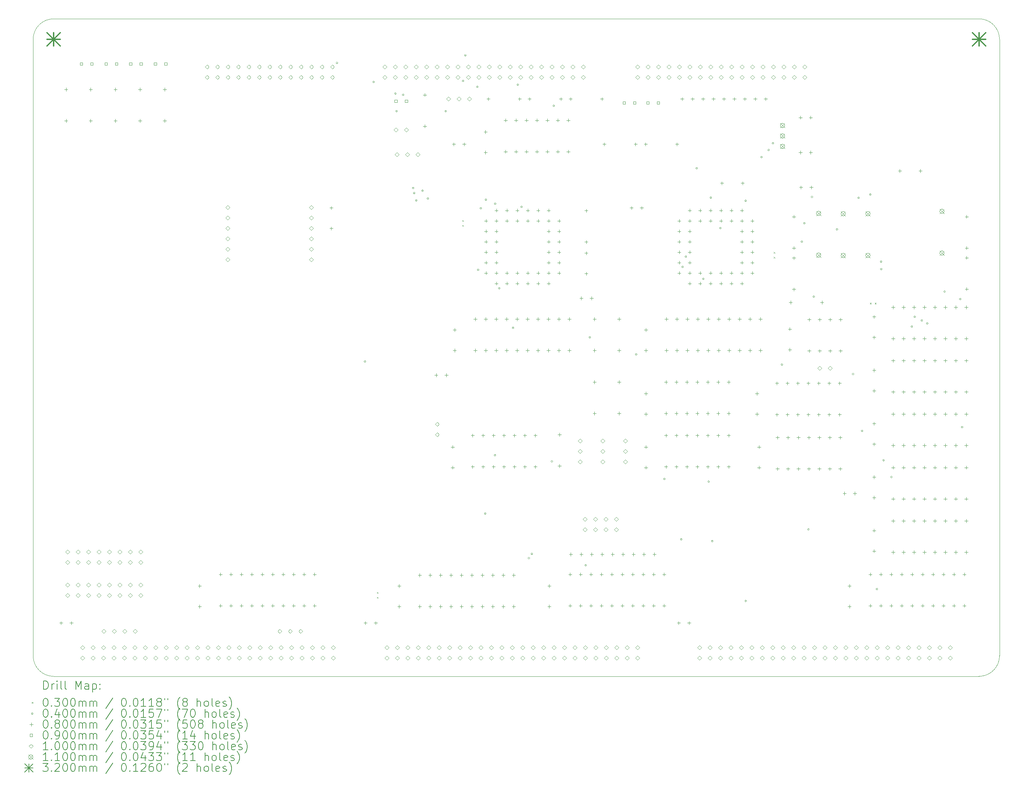
<source format=gbr>
%TF.GenerationSoftware,KiCad,Pcbnew,(6.0.11)*%
%TF.CreationDate,2024-01-15T12:07:16-05:00*%
%TF.ProjectId,input-output.Disk,696e7075-742d-46f7-9574-7075742e4469,rev?*%
%TF.SameCoordinates,Original*%
%TF.FileFunction,Drillmap*%
%TF.FilePolarity,Positive*%
%FSLAX45Y45*%
G04 Gerber Fmt 4.5, Leading zero omitted, Abs format (unit mm)*
G04 Created by KiCad (PCBNEW (6.0.11)) date 2024-01-15 12:07:16*
%MOMM*%
%LPD*%
G01*
G04 APERTURE LIST*
%ADD10C,0.050000*%
%ADD11C,0.200000*%
%ADD12C,0.030000*%
%ADD13C,0.040000*%
%ADD14C,0.080000*%
%ADD15C,0.090000*%
%ADD16C,0.100000*%
%ADD17C,0.110000*%
%ADD18C,0.320000*%
G04 APERTURE END LIST*
D10*
X3500000Y-7500000D02*
X3500000Y-22500000D01*
X4000000Y-23000000D02*
X26500000Y-23000000D01*
X27000000Y-22500000D02*
X27000000Y-7500000D01*
X26500000Y-7000000D02*
X4000000Y-7000000D01*
X27000000Y-7500000D02*
G75*
G03*
X26500000Y-7000000I-500000J0D01*
G01*
X3500000Y-22500000D02*
G75*
G03*
X4000000Y-23000000I500000J0D01*
G01*
X4000000Y-7000000D02*
G75*
G03*
X3500000Y-7500000I0J-500000D01*
G01*
X26500000Y-23000000D02*
G75*
G03*
X27000000Y-22500000I0J500000D01*
G01*
D11*
D12*
X11860000Y-20950000D02*
X11890000Y-20980000D01*
X11890000Y-20950000D02*
X11860000Y-20980000D01*
X11860000Y-21070000D02*
X11890000Y-21100000D01*
X11890000Y-21070000D02*
X11860000Y-21100000D01*
X13935000Y-11900000D02*
X13965000Y-11930000D01*
X13965000Y-11900000D02*
X13935000Y-11930000D01*
X13935000Y-12020000D02*
X13965000Y-12050000D01*
X13965000Y-12020000D02*
X13935000Y-12050000D01*
X21510000Y-12675000D02*
X21540000Y-12705000D01*
X21540000Y-12675000D02*
X21510000Y-12705000D01*
X21510000Y-12795000D02*
X21540000Y-12825000D01*
X21540000Y-12795000D02*
X21510000Y-12825000D01*
X23850000Y-13910000D02*
X23880000Y-13940000D01*
X23880000Y-13910000D02*
X23850000Y-13940000D01*
X23970000Y-13910000D02*
X24000000Y-13940000D01*
X24000000Y-13910000D02*
X23970000Y-13940000D01*
D13*
X10909040Y-8072980D02*
G75*
G03*
X10909040Y-8072980I-20000J0D01*
G01*
X11588070Y-15337770D02*
G75*
G03*
X11588070Y-15337770I-20000J0D01*
G01*
X11800620Y-8537660D02*
G75*
G03*
X11800620Y-8537660I-20000J0D01*
G01*
X12329510Y-8817690D02*
G75*
G03*
X12329510Y-8817690I-20000J0D01*
G01*
X12357580Y-9246850D02*
G75*
G03*
X12357580Y-9246850I-20000J0D01*
G01*
X12518000Y-8849720D02*
G75*
G03*
X12518000Y-8849720I-20000J0D01*
G01*
X12760200Y-11117790D02*
G75*
G03*
X12760200Y-11117790I-20000J0D01*
G01*
X12786850Y-11239350D02*
G75*
G03*
X12786850Y-11239350I-20000J0D01*
G01*
X12836660Y-11417510D02*
G75*
G03*
X12836660Y-11417510I-20000J0D01*
G01*
X12990010Y-11183590D02*
G75*
G03*
X12990010Y-11183590I-20000J0D01*
G01*
X13117820Y-11372150D02*
G75*
G03*
X13117820Y-11372150I-20000J0D01*
G01*
X13552050Y-9246850D02*
G75*
G03*
X13552050Y-9246850I-20000J0D01*
G01*
X13975000Y-8512260D02*
G75*
G03*
X13975000Y-8512260I-20000J0D01*
G01*
X14030020Y-7888460D02*
G75*
G03*
X14030020Y-7888460I-20000J0D01*
G01*
X14321650Y-8656280D02*
G75*
G03*
X14321650Y-8656280I-20000J0D01*
G01*
X14340780Y-13108070D02*
G75*
G03*
X14340780Y-13108070I-20000J0D01*
G01*
X14405910Y-11610730D02*
G75*
G03*
X14405910Y-11610730I-20000J0D01*
G01*
X14512550Y-19036660D02*
G75*
G03*
X14512550Y-19036660I-20000J0D01*
G01*
X14528660Y-11401680D02*
G75*
G03*
X14528660Y-11401680I-20000J0D01*
G01*
X14751100Y-17619300D02*
G75*
G03*
X14751100Y-17619300I-20000J0D01*
G01*
X14755600Y-11500880D02*
G75*
G03*
X14755600Y-11500880I-20000J0D01*
G01*
X14855240Y-13555560D02*
G75*
G03*
X14855240Y-13555560I-20000J0D01*
G01*
X15191410Y-14518980D02*
G75*
G03*
X15191410Y-14518980I-20000J0D01*
G01*
X15304980Y-8603190D02*
G75*
G03*
X15304980Y-8603190I-20000J0D01*
G01*
X15396660Y-11575630D02*
G75*
G03*
X15396660Y-11575630I-20000J0D01*
G01*
X15575500Y-20123450D02*
G75*
G03*
X15575500Y-20123450I-20000J0D01*
G01*
X15648500Y-20019950D02*
G75*
G03*
X15648500Y-20019950I-20000J0D01*
G01*
X16133760Y-17769210D02*
G75*
G03*
X16133760Y-17769210I-20000J0D01*
G01*
X16179950Y-9116450D02*
G75*
G03*
X16179950Y-9116450I-20000J0D01*
G01*
X16956000Y-20297180D02*
G75*
G03*
X16956000Y-20297180I-20000J0D01*
G01*
X17056470Y-14749610D02*
G75*
G03*
X17056470Y-14749610I-20000J0D01*
G01*
X18185770Y-15166220D02*
G75*
G03*
X18185770Y-15166220I-20000J0D01*
G01*
X18870130Y-18197200D02*
G75*
G03*
X18870130Y-18197200I-20000J0D01*
G01*
X19278890Y-19666500D02*
G75*
G03*
X19278890Y-19666500I-20000J0D01*
G01*
X19314080Y-13036190D02*
G75*
G03*
X19314080Y-13036190I-20000J0D01*
G01*
X19390630Y-12785500D02*
G75*
G03*
X19390630Y-12785500I-20000J0D01*
G01*
X19655330Y-10636210D02*
G75*
G03*
X19655330Y-10636210I-20000J0D01*
G01*
X19816760Y-13327620D02*
G75*
G03*
X19816760Y-13327620I-20000J0D01*
G01*
X19946330Y-18261090D02*
G75*
G03*
X19946330Y-18261090I-20000J0D01*
G01*
X19998810Y-11350990D02*
G75*
G03*
X19998810Y-11350990I-20000J0D01*
G01*
X20033790Y-19708900D02*
G75*
G03*
X20033790Y-19708900I-20000J0D01*
G01*
X20230120Y-12091710D02*
G75*
G03*
X20230120Y-12091710I-20000J0D01*
G01*
X20845840Y-11425580D02*
G75*
G03*
X20845840Y-11425580I-20000J0D01*
G01*
X20849200Y-21165850D02*
G75*
G03*
X20849200Y-21165850I-20000J0D01*
G01*
X21233740Y-10364820D02*
G75*
G03*
X21233740Y-10364820I-20000J0D01*
G01*
X21407040Y-10192320D02*
G75*
G03*
X21407040Y-10192320I-20000J0D01*
G01*
X21509860Y-10028630D02*
G75*
G03*
X21509860Y-10028630I-20000J0D01*
G01*
X21729080Y-15414190D02*
G75*
G03*
X21729080Y-15414190I-20000J0D01*
G01*
X22211280Y-12423000D02*
G75*
G03*
X22211280Y-12423000I-20000J0D01*
G01*
X22276270Y-11974720D02*
G75*
G03*
X22276270Y-11974720I-20000J0D01*
G01*
X22373680Y-19426800D02*
G75*
G03*
X22373680Y-19426800I-20000J0D01*
G01*
X22458820Y-11334460D02*
G75*
G03*
X22458820Y-11334460I-20000J0D01*
G01*
X22502570Y-13759640D02*
G75*
G03*
X22502570Y-13759640I-20000J0D01*
G01*
X23067930Y-12123380D02*
G75*
G03*
X23067930Y-12123380I-20000J0D01*
G01*
X23458710Y-15644360D02*
G75*
G03*
X23458710Y-15644360I-20000J0D01*
G01*
X23590270Y-11355280D02*
G75*
G03*
X23590270Y-11355280I-20000J0D01*
G01*
X23677460Y-17026480D02*
G75*
G03*
X23677460Y-17026480I-20000J0D01*
G01*
X23876870Y-11276390D02*
G75*
G03*
X23876870Y-11276390I-20000J0D01*
G01*
X24039720Y-20876090D02*
G75*
G03*
X24039720Y-20876090I-20000J0D01*
G01*
X24140090Y-12907850D02*
G75*
G03*
X24140090Y-12907850I-20000J0D01*
G01*
X24143590Y-13089740D02*
G75*
G03*
X24143590Y-13089740I-20000J0D01*
G01*
X24200140Y-17741840D02*
G75*
G03*
X24200140Y-17741840I-20000J0D01*
G01*
X24390340Y-18149400D02*
G75*
G03*
X24390340Y-18149400I-20000J0D01*
G01*
X24885310Y-14487090D02*
G75*
G03*
X24885310Y-14487090I-20000J0D01*
G01*
X24958900Y-14252430D02*
G75*
G03*
X24958900Y-14252430I-20000J0D01*
G01*
X25131030Y-14340460D02*
G75*
G03*
X25131030Y-14340460I-20000J0D01*
G01*
X25263090Y-14413780D02*
G75*
G03*
X25263090Y-14413780I-20000J0D01*
G01*
X25682500Y-13637500D02*
G75*
G03*
X25682500Y-13637500I-20000J0D01*
G01*
X26064060Y-13818430D02*
G75*
G03*
X26064060Y-13818430I-20000J0D01*
G01*
X26109840Y-16933780D02*
G75*
G03*
X26109840Y-16933780I-20000J0D01*
G01*
D14*
X4179490Y-21660000D02*
X4179490Y-21740000D01*
X4139490Y-21700000D02*
X4219490Y-21700000D01*
X4300000Y-8679000D02*
X4300000Y-8759000D01*
X4260000Y-8719000D02*
X4340000Y-8719000D01*
X4300000Y-9441000D02*
X4300000Y-9521000D01*
X4260000Y-9481000D02*
X4340000Y-9481000D01*
X4429490Y-21660000D02*
X4429490Y-21740000D01*
X4389490Y-21700000D02*
X4469490Y-21700000D01*
X4900000Y-8679000D02*
X4900000Y-8759000D01*
X4860000Y-8719000D02*
X4940000Y-8719000D01*
X4900000Y-9441000D02*
X4900000Y-9521000D01*
X4860000Y-9481000D02*
X4940000Y-9481000D01*
X5500000Y-8679000D02*
X5500000Y-8759000D01*
X5460000Y-8719000D02*
X5540000Y-8719000D01*
X5500000Y-9441000D02*
X5500000Y-9521000D01*
X5460000Y-9481000D02*
X5540000Y-9481000D01*
X6100000Y-8679000D02*
X6100000Y-8759000D01*
X6060000Y-8719000D02*
X6140000Y-8719000D01*
X6100000Y-9441000D02*
X6100000Y-9521000D01*
X6060000Y-9481000D02*
X6140000Y-9481000D01*
X6700000Y-8679000D02*
X6700000Y-8759000D01*
X6660000Y-8719000D02*
X6740000Y-8719000D01*
X6700000Y-9441000D02*
X6700000Y-9521000D01*
X6660000Y-9481000D02*
X6740000Y-9481000D01*
X7550000Y-20760000D02*
X7550000Y-20840000D01*
X7510000Y-20800000D02*
X7590000Y-20800000D01*
X7550000Y-21260000D02*
X7550000Y-21340000D01*
X7510000Y-21300000D02*
X7590000Y-21300000D01*
X8057500Y-20478000D02*
X8057500Y-20558000D01*
X8017500Y-20518000D02*
X8097500Y-20518000D01*
X8057500Y-21240000D02*
X8057500Y-21320000D01*
X8017500Y-21280000D02*
X8097500Y-21280000D01*
X8311500Y-20478000D02*
X8311500Y-20558000D01*
X8271500Y-20518000D02*
X8351500Y-20518000D01*
X8311500Y-21240000D02*
X8311500Y-21320000D01*
X8271500Y-21280000D02*
X8351500Y-21280000D01*
X8565500Y-20478000D02*
X8565500Y-20558000D01*
X8525500Y-20518000D02*
X8605500Y-20518000D01*
X8565500Y-21240000D02*
X8565500Y-21320000D01*
X8525500Y-21280000D02*
X8605500Y-21280000D01*
X8819500Y-20478000D02*
X8819500Y-20558000D01*
X8779500Y-20518000D02*
X8859500Y-20518000D01*
X8819500Y-21240000D02*
X8819500Y-21320000D01*
X8779500Y-21280000D02*
X8859500Y-21280000D01*
X9073500Y-20478000D02*
X9073500Y-20558000D01*
X9033500Y-20518000D02*
X9113500Y-20518000D01*
X9073500Y-21240000D02*
X9073500Y-21320000D01*
X9033500Y-21280000D02*
X9113500Y-21280000D01*
X9327500Y-20478000D02*
X9327500Y-20558000D01*
X9287500Y-20518000D02*
X9367500Y-20518000D01*
X9327500Y-21240000D02*
X9327500Y-21320000D01*
X9287500Y-21280000D02*
X9367500Y-21280000D01*
X9581500Y-20478000D02*
X9581500Y-20558000D01*
X9541500Y-20518000D02*
X9621500Y-20518000D01*
X9581500Y-21240000D02*
X9581500Y-21320000D01*
X9541500Y-21280000D02*
X9621500Y-21280000D01*
X9835500Y-20478000D02*
X9835500Y-20558000D01*
X9795500Y-20518000D02*
X9875500Y-20518000D01*
X9835500Y-21240000D02*
X9835500Y-21320000D01*
X9795500Y-21280000D02*
X9875500Y-21280000D01*
X10089500Y-20478000D02*
X10089500Y-20558000D01*
X10049500Y-20518000D02*
X10129500Y-20518000D01*
X10089500Y-21240000D02*
X10089500Y-21320000D01*
X10049500Y-21280000D02*
X10129500Y-21280000D01*
X10343500Y-20478000D02*
X10343500Y-20558000D01*
X10303500Y-20518000D02*
X10383500Y-20518000D01*
X10343500Y-21240000D02*
X10343500Y-21320000D01*
X10303500Y-21280000D02*
X10383500Y-21280000D01*
X10750000Y-11560000D02*
X10750000Y-11640000D01*
X10710000Y-11600000D02*
X10790000Y-11600000D01*
X10750000Y-12060000D02*
X10750000Y-12140000D01*
X10710000Y-12100000D02*
X10790000Y-12100000D01*
X11579490Y-21660000D02*
X11579490Y-21740000D01*
X11539490Y-21700000D02*
X11619490Y-21700000D01*
X11829490Y-21660000D02*
X11829490Y-21740000D01*
X11789490Y-21700000D02*
X11869490Y-21700000D01*
X12400000Y-20760000D02*
X12400000Y-20840000D01*
X12360000Y-20800000D02*
X12440000Y-20800000D01*
X12400000Y-21260000D02*
X12400000Y-21340000D01*
X12360000Y-21300000D02*
X12440000Y-21300000D01*
X12900000Y-20498000D02*
X12900000Y-20578000D01*
X12860000Y-20538000D02*
X12940000Y-20538000D01*
X12900000Y-21260000D02*
X12900000Y-21340000D01*
X12860000Y-21300000D02*
X12940000Y-21300000D01*
X13025000Y-8810000D02*
X13025000Y-8890000D01*
X12985000Y-8850000D02*
X13065000Y-8850000D01*
X13025000Y-9572000D02*
X13025000Y-9652000D01*
X12985000Y-9612000D02*
X13065000Y-9612000D01*
X13154000Y-20498000D02*
X13154000Y-20578000D01*
X13114000Y-20538000D02*
X13194000Y-20538000D01*
X13154000Y-21260000D02*
X13154000Y-21340000D01*
X13114000Y-21300000D02*
X13194000Y-21300000D01*
X13300000Y-15629000D02*
X13300000Y-15709000D01*
X13260000Y-15669000D02*
X13340000Y-15669000D01*
X13408000Y-20498000D02*
X13408000Y-20578000D01*
X13368000Y-20538000D02*
X13448000Y-20538000D01*
X13408000Y-21260000D02*
X13408000Y-21340000D01*
X13368000Y-21300000D02*
X13448000Y-21300000D01*
X13550000Y-15629000D02*
X13550000Y-15709000D01*
X13510000Y-15669000D02*
X13590000Y-15669000D01*
X13662000Y-20498000D02*
X13662000Y-20578000D01*
X13622000Y-20538000D02*
X13702000Y-20538000D01*
X13662000Y-21260000D02*
X13662000Y-21340000D01*
X13622000Y-21300000D02*
X13702000Y-21300000D01*
X13700000Y-17379000D02*
X13700000Y-17459000D01*
X13660000Y-17419000D02*
X13740000Y-17419000D01*
X13700000Y-17879000D02*
X13700000Y-17959000D01*
X13660000Y-17919000D02*
X13740000Y-17919000D01*
X13729490Y-10010000D02*
X13729490Y-10090000D01*
X13689490Y-10050000D02*
X13769490Y-10050000D01*
X13750000Y-14529000D02*
X13750000Y-14609000D01*
X13710000Y-14569000D02*
X13790000Y-14569000D01*
X13750000Y-15029000D02*
X13750000Y-15109000D01*
X13710000Y-15069000D02*
X13790000Y-15069000D01*
X13916000Y-20498000D02*
X13916000Y-20578000D01*
X13876000Y-20538000D02*
X13956000Y-20538000D01*
X13916000Y-21260000D02*
X13916000Y-21340000D01*
X13876000Y-21300000D02*
X13956000Y-21300000D01*
X13979490Y-10010000D02*
X13979490Y-10090000D01*
X13939490Y-10050000D02*
X14019490Y-10050000D01*
X14170000Y-20498000D02*
X14170000Y-20578000D01*
X14130000Y-20538000D02*
X14210000Y-20538000D01*
X14170000Y-21260000D02*
X14170000Y-21340000D01*
X14130000Y-21300000D02*
X14210000Y-21300000D01*
X14187500Y-17097000D02*
X14187500Y-17177000D01*
X14147500Y-17137000D02*
X14227500Y-17137000D01*
X14187500Y-17859000D02*
X14187500Y-17939000D01*
X14147500Y-17899000D02*
X14227500Y-17899000D01*
X14250000Y-14267000D02*
X14250000Y-14347000D01*
X14210000Y-14307000D02*
X14290000Y-14307000D01*
X14250000Y-15029000D02*
X14250000Y-15109000D01*
X14210000Y-15069000D02*
X14290000Y-15069000D01*
X14424000Y-20498000D02*
X14424000Y-20578000D01*
X14384000Y-20538000D02*
X14464000Y-20538000D01*
X14424000Y-21260000D02*
X14424000Y-21340000D01*
X14384000Y-21300000D02*
X14464000Y-21300000D01*
X14441500Y-17097000D02*
X14441500Y-17177000D01*
X14401500Y-17137000D02*
X14481500Y-17137000D01*
X14441500Y-17859000D02*
X14441500Y-17939000D01*
X14401500Y-17899000D02*
X14481500Y-17899000D01*
X14500000Y-9710000D02*
X14500000Y-9790000D01*
X14460000Y-9750000D02*
X14540000Y-9750000D01*
X14500000Y-10210000D02*
X14500000Y-10290000D01*
X14460000Y-10250000D02*
X14540000Y-10250000D01*
X14504000Y-14267000D02*
X14504000Y-14347000D01*
X14464000Y-14307000D02*
X14544000Y-14307000D01*
X14504000Y-15029000D02*
X14504000Y-15109000D01*
X14464000Y-15069000D02*
X14544000Y-15069000D01*
X14511000Y-11875000D02*
X14511000Y-11955000D01*
X14471000Y-11915000D02*
X14551000Y-11915000D01*
X14511000Y-12129000D02*
X14511000Y-12209000D01*
X14471000Y-12169000D02*
X14551000Y-12169000D01*
X14511000Y-12383000D02*
X14511000Y-12463000D01*
X14471000Y-12423000D02*
X14551000Y-12423000D01*
X14511000Y-12637000D02*
X14511000Y-12717000D01*
X14471000Y-12677000D02*
X14551000Y-12677000D01*
X14511000Y-12891000D02*
X14511000Y-12971000D01*
X14471000Y-12931000D02*
X14551000Y-12931000D01*
X14511000Y-13145000D02*
X14511000Y-13225000D01*
X14471000Y-13185000D02*
X14551000Y-13185000D01*
X14569000Y-8910000D02*
X14569000Y-8990000D01*
X14529000Y-8950000D02*
X14609000Y-8950000D01*
X14678000Y-20498000D02*
X14678000Y-20578000D01*
X14638000Y-20538000D02*
X14718000Y-20538000D01*
X14678000Y-21260000D02*
X14678000Y-21340000D01*
X14638000Y-21300000D02*
X14718000Y-21300000D01*
X14695500Y-17097000D02*
X14695500Y-17177000D01*
X14655500Y-17137000D02*
X14735500Y-17137000D01*
X14695500Y-17859000D02*
X14695500Y-17939000D01*
X14655500Y-17899000D02*
X14735500Y-17899000D01*
X14758000Y-14267000D02*
X14758000Y-14347000D01*
X14718000Y-14307000D02*
X14798000Y-14307000D01*
X14758000Y-15029000D02*
X14758000Y-15109000D01*
X14718000Y-15069000D02*
X14798000Y-15069000D01*
X14765000Y-11621000D02*
X14765000Y-11701000D01*
X14725000Y-11661000D02*
X14805000Y-11661000D01*
X14765000Y-11875000D02*
X14765000Y-11955000D01*
X14725000Y-11915000D02*
X14805000Y-11915000D01*
X14765000Y-12129000D02*
X14765000Y-12209000D01*
X14725000Y-12169000D02*
X14805000Y-12169000D01*
X14765000Y-12383000D02*
X14765000Y-12463000D01*
X14725000Y-12423000D02*
X14805000Y-12423000D01*
X14765000Y-12637000D02*
X14765000Y-12717000D01*
X14725000Y-12677000D02*
X14805000Y-12677000D01*
X14765000Y-12891000D02*
X14765000Y-12971000D01*
X14725000Y-12931000D02*
X14805000Y-12931000D01*
X14765000Y-13145000D02*
X14765000Y-13225000D01*
X14725000Y-13185000D02*
X14805000Y-13185000D01*
X14765000Y-13399000D02*
X14765000Y-13479000D01*
X14725000Y-13439000D02*
X14805000Y-13439000D01*
X14932000Y-20498000D02*
X14932000Y-20578000D01*
X14892000Y-20538000D02*
X14972000Y-20538000D01*
X14932000Y-21260000D02*
X14932000Y-21340000D01*
X14892000Y-21300000D02*
X14972000Y-21300000D01*
X14949500Y-17097000D02*
X14949500Y-17177000D01*
X14909500Y-17137000D02*
X14989500Y-17137000D01*
X14949500Y-17859000D02*
X14949500Y-17939000D01*
X14909500Y-17899000D02*
X14989500Y-17899000D01*
X14987500Y-9428000D02*
X14987500Y-9508000D01*
X14947500Y-9468000D02*
X15027500Y-9468000D01*
X14987500Y-10190000D02*
X14987500Y-10270000D01*
X14947500Y-10230000D02*
X15027500Y-10230000D01*
X15012000Y-14267000D02*
X15012000Y-14347000D01*
X14972000Y-14307000D02*
X15052000Y-14307000D01*
X15012000Y-15029000D02*
X15012000Y-15109000D01*
X14972000Y-15069000D02*
X15052000Y-15069000D01*
X15019000Y-11621000D02*
X15019000Y-11701000D01*
X14979000Y-11661000D02*
X15059000Y-11661000D01*
X15019000Y-11875000D02*
X15019000Y-11955000D01*
X14979000Y-11915000D02*
X15059000Y-11915000D01*
X15019000Y-13145000D02*
X15019000Y-13225000D01*
X14979000Y-13185000D02*
X15059000Y-13185000D01*
X15019000Y-13399000D02*
X15019000Y-13479000D01*
X14979000Y-13439000D02*
X15059000Y-13439000D01*
X15186000Y-20498000D02*
X15186000Y-20578000D01*
X15146000Y-20538000D02*
X15226000Y-20538000D01*
X15186000Y-21260000D02*
X15186000Y-21340000D01*
X15146000Y-21300000D02*
X15226000Y-21300000D01*
X15203500Y-17097000D02*
X15203500Y-17177000D01*
X15163500Y-17137000D02*
X15243500Y-17137000D01*
X15203500Y-17859000D02*
X15203500Y-17939000D01*
X15163500Y-17899000D02*
X15243500Y-17899000D01*
X15241500Y-9428000D02*
X15241500Y-9508000D01*
X15201500Y-9468000D02*
X15281500Y-9468000D01*
X15241500Y-10190000D02*
X15241500Y-10270000D01*
X15201500Y-10230000D02*
X15281500Y-10230000D01*
X15266000Y-14267000D02*
X15266000Y-14347000D01*
X15226000Y-14307000D02*
X15306000Y-14307000D01*
X15266000Y-15029000D02*
X15266000Y-15109000D01*
X15226000Y-15069000D02*
X15306000Y-15069000D01*
X15273000Y-11621000D02*
X15273000Y-11701000D01*
X15233000Y-11661000D02*
X15313000Y-11661000D01*
X15273000Y-11875000D02*
X15273000Y-11955000D01*
X15233000Y-11915000D02*
X15313000Y-11915000D01*
X15273000Y-13145000D02*
X15273000Y-13225000D01*
X15233000Y-13185000D02*
X15313000Y-13185000D01*
X15273000Y-13399000D02*
X15273000Y-13479000D01*
X15233000Y-13439000D02*
X15313000Y-13439000D01*
X15331000Y-8910000D02*
X15331000Y-8990000D01*
X15291000Y-8950000D02*
X15371000Y-8950000D01*
X15457500Y-17097000D02*
X15457500Y-17177000D01*
X15417500Y-17137000D02*
X15497500Y-17137000D01*
X15457500Y-17859000D02*
X15457500Y-17939000D01*
X15417500Y-17899000D02*
X15497500Y-17899000D01*
X15495500Y-9428000D02*
X15495500Y-9508000D01*
X15455500Y-9468000D02*
X15535500Y-9468000D01*
X15495500Y-10190000D02*
X15495500Y-10270000D01*
X15455500Y-10230000D02*
X15535500Y-10230000D01*
X15520000Y-14267000D02*
X15520000Y-14347000D01*
X15480000Y-14307000D02*
X15560000Y-14307000D01*
X15520000Y-15029000D02*
X15520000Y-15109000D01*
X15480000Y-15069000D02*
X15560000Y-15069000D01*
X15527000Y-11621000D02*
X15527000Y-11701000D01*
X15487000Y-11661000D02*
X15567000Y-11661000D01*
X15527000Y-11875000D02*
X15527000Y-11955000D01*
X15487000Y-11915000D02*
X15567000Y-11915000D01*
X15527000Y-13145000D02*
X15527000Y-13225000D01*
X15487000Y-13185000D02*
X15567000Y-13185000D01*
X15527000Y-13399000D02*
X15527000Y-13479000D01*
X15487000Y-13439000D02*
X15567000Y-13439000D01*
X15569000Y-8910000D02*
X15569000Y-8990000D01*
X15529000Y-8950000D02*
X15609000Y-8950000D01*
X15711500Y-17097000D02*
X15711500Y-17177000D01*
X15671500Y-17137000D02*
X15751500Y-17137000D01*
X15711500Y-17859000D02*
X15711500Y-17939000D01*
X15671500Y-17899000D02*
X15751500Y-17899000D01*
X15749500Y-9428000D02*
X15749500Y-9508000D01*
X15709500Y-9468000D02*
X15789500Y-9468000D01*
X15749500Y-10190000D02*
X15749500Y-10270000D01*
X15709500Y-10230000D02*
X15789500Y-10230000D01*
X15774000Y-14267000D02*
X15774000Y-14347000D01*
X15734000Y-14307000D02*
X15814000Y-14307000D01*
X15774000Y-15029000D02*
X15774000Y-15109000D01*
X15734000Y-15069000D02*
X15814000Y-15069000D01*
X15781000Y-11621000D02*
X15781000Y-11701000D01*
X15741000Y-11661000D02*
X15821000Y-11661000D01*
X15781000Y-11875000D02*
X15781000Y-11955000D01*
X15741000Y-11915000D02*
X15821000Y-11915000D01*
X15781000Y-13145000D02*
X15781000Y-13225000D01*
X15741000Y-13185000D02*
X15821000Y-13185000D01*
X15781000Y-13399000D02*
X15781000Y-13479000D01*
X15741000Y-13439000D02*
X15821000Y-13439000D01*
X16003500Y-9428000D02*
X16003500Y-9508000D01*
X15963500Y-9468000D02*
X16043500Y-9468000D01*
X16003500Y-10190000D02*
X16003500Y-10270000D01*
X15963500Y-10230000D02*
X16043500Y-10230000D01*
X16028000Y-14267000D02*
X16028000Y-14347000D01*
X15988000Y-14307000D02*
X16068000Y-14307000D01*
X16028000Y-15029000D02*
X16028000Y-15109000D01*
X15988000Y-15069000D02*
X16068000Y-15069000D01*
X16035000Y-11621000D02*
X16035000Y-11701000D01*
X15995000Y-11661000D02*
X16075000Y-11661000D01*
X16035000Y-11875000D02*
X16035000Y-11955000D01*
X15995000Y-11915000D02*
X16075000Y-11915000D01*
X16035000Y-12129000D02*
X16035000Y-12209000D01*
X15995000Y-12169000D02*
X16075000Y-12169000D01*
X16035000Y-12383000D02*
X16035000Y-12463000D01*
X15995000Y-12423000D02*
X16075000Y-12423000D01*
X16035000Y-12637000D02*
X16035000Y-12717000D01*
X15995000Y-12677000D02*
X16075000Y-12677000D01*
X16035000Y-12891000D02*
X16035000Y-12971000D01*
X15995000Y-12931000D02*
X16075000Y-12931000D01*
X16035000Y-13145000D02*
X16035000Y-13225000D01*
X15995000Y-13185000D02*
X16075000Y-13185000D01*
X16035000Y-13399000D02*
X16035000Y-13479000D01*
X15995000Y-13439000D02*
X16075000Y-13439000D01*
X16050000Y-20760000D02*
X16050000Y-20840000D01*
X16010000Y-20800000D02*
X16090000Y-20800000D01*
X16050000Y-21260000D02*
X16050000Y-21340000D01*
X16010000Y-21300000D02*
X16090000Y-21300000D01*
X16257500Y-9428000D02*
X16257500Y-9508000D01*
X16217500Y-9468000D02*
X16297500Y-9468000D01*
X16257500Y-10190000D02*
X16257500Y-10270000D01*
X16217500Y-10230000D02*
X16297500Y-10230000D01*
X16282000Y-14267000D02*
X16282000Y-14347000D01*
X16242000Y-14307000D02*
X16322000Y-14307000D01*
X16282000Y-15029000D02*
X16282000Y-15109000D01*
X16242000Y-15069000D02*
X16322000Y-15069000D01*
X16289000Y-11875000D02*
X16289000Y-11955000D01*
X16249000Y-11915000D02*
X16329000Y-11915000D01*
X16289000Y-12129000D02*
X16289000Y-12209000D01*
X16249000Y-12169000D02*
X16329000Y-12169000D01*
X16289000Y-12383000D02*
X16289000Y-12463000D01*
X16249000Y-12423000D02*
X16329000Y-12423000D01*
X16289000Y-12637000D02*
X16289000Y-12717000D01*
X16249000Y-12677000D02*
X16329000Y-12677000D01*
X16289000Y-12891000D02*
X16289000Y-12971000D01*
X16249000Y-12931000D02*
X16329000Y-12931000D01*
X16289000Y-13145000D02*
X16289000Y-13225000D01*
X16249000Y-13185000D02*
X16329000Y-13185000D01*
X16300000Y-17079000D02*
X16300000Y-17159000D01*
X16260000Y-17119000D02*
X16340000Y-17119000D01*
X16300000Y-17841000D02*
X16300000Y-17921000D01*
X16260000Y-17881000D02*
X16340000Y-17881000D01*
X16331000Y-8910000D02*
X16331000Y-8990000D01*
X16291000Y-8950000D02*
X16371000Y-8950000D01*
X16511500Y-9428000D02*
X16511500Y-9508000D01*
X16471500Y-9468000D02*
X16551500Y-9468000D01*
X16511500Y-10190000D02*
X16511500Y-10270000D01*
X16471500Y-10230000D02*
X16551500Y-10230000D01*
X16536000Y-14267000D02*
X16536000Y-14347000D01*
X16496000Y-14307000D02*
X16576000Y-14307000D01*
X16536000Y-15029000D02*
X16536000Y-15109000D01*
X16496000Y-15069000D02*
X16576000Y-15069000D01*
X16557500Y-20478000D02*
X16557500Y-20558000D01*
X16517500Y-20518000D02*
X16597500Y-20518000D01*
X16557500Y-21240000D02*
X16557500Y-21320000D01*
X16517500Y-21280000D02*
X16597500Y-21280000D01*
X16569000Y-8910000D02*
X16569000Y-8990000D01*
X16529000Y-8950000D02*
X16609000Y-8950000D01*
X16575000Y-19990500D02*
X16575000Y-20070500D01*
X16535000Y-20030500D02*
X16615000Y-20030500D01*
X16811500Y-20478000D02*
X16811500Y-20558000D01*
X16771500Y-20518000D02*
X16851500Y-20518000D01*
X16811500Y-21240000D02*
X16811500Y-21320000D01*
X16771500Y-21280000D02*
X16851500Y-21280000D01*
X16829000Y-19990500D02*
X16829000Y-20070500D01*
X16789000Y-20030500D02*
X16869000Y-20030500D01*
X16829490Y-13760000D02*
X16829490Y-13840000D01*
X16789490Y-13800000D02*
X16869490Y-13800000D01*
X16950000Y-11629000D02*
X16950000Y-11709000D01*
X16910000Y-11669000D02*
X16990000Y-11669000D01*
X16950000Y-12391000D02*
X16950000Y-12471000D01*
X16910000Y-12431000D02*
X16990000Y-12431000D01*
X16950000Y-12660000D02*
X16950000Y-12740000D01*
X16910000Y-12700000D02*
X16990000Y-12700000D01*
X16950000Y-13160000D02*
X16950000Y-13240000D01*
X16910000Y-13200000D02*
X16990000Y-13200000D01*
X17065500Y-20478000D02*
X17065500Y-20558000D01*
X17025500Y-20518000D02*
X17105500Y-20518000D01*
X17065500Y-21240000D02*
X17065500Y-21320000D01*
X17025500Y-21280000D02*
X17105500Y-21280000D01*
X17079490Y-13760000D02*
X17079490Y-13840000D01*
X17039490Y-13800000D02*
X17119490Y-13800000D01*
X17083000Y-19990500D02*
X17083000Y-20070500D01*
X17043000Y-20030500D02*
X17123000Y-20030500D01*
X17150000Y-14267000D02*
X17150000Y-14347000D01*
X17110000Y-14307000D02*
X17190000Y-14307000D01*
X17150000Y-15029000D02*
X17150000Y-15109000D01*
X17110000Y-15069000D02*
X17190000Y-15069000D01*
X17150000Y-15797000D02*
X17150000Y-15877000D01*
X17110000Y-15837000D02*
X17190000Y-15837000D01*
X17150000Y-16559000D02*
X17150000Y-16639000D01*
X17110000Y-16599000D02*
X17190000Y-16599000D01*
X17319500Y-20478000D02*
X17319500Y-20558000D01*
X17279500Y-20518000D02*
X17359500Y-20518000D01*
X17319500Y-21240000D02*
X17319500Y-21320000D01*
X17279500Y-21280000D02*
X17359500Y-21280000D01*
X17331000Y-8910000D02*
X17331000Y-8990000D01*
X17291000Y-8950000D02*
X17371000Y-8950000D01*
X17337000Y-19990500D02*
X17337000Y-20070500D01*
X17297000Y-20030500D02*
X17377000Y-20030500D01*
X17388000Y-10010000D02*
X17388000Y-10090000D01*
X17348000Y-10050000D02*
X17428000Y-10050000D01*
X17573500Y-20478000D02*
X17573500Y-20558000D01*
X17533500Y-20518000D02*
X17613500Y-20518000D01*
X17573500Y-21240000D02*
X17573500Y-21320000D01*
X17533500Y-21280000D02*
X17613500Y-21280000D01*
X17591000Y-19990500D02*
X17591000Y-20070500D01*
X17551000Y-20030500D02*
X17631000Y-20030500D01*
X17750000Y-14267000D02*
X17750000Y-14347000D01*
X17710000Y-14307000D02*
X17790000Y-14307000D01*
X17750000Y-15029000D02*
X17750000Y-15109000D01*
X17710000Y-15069000D02*
X17790000Y-15069000D01*
X17750000Y-15797000D02*
X17750000Y-15877000D01*
X17710000Y-15837000D02*
X17790000Y-15837000D01*
X17750000Y-16559000D02*
X17750000Y-16639000D01*
X17710000Y-16599000D02*
X17790000Y-16599000D01*
X17827500Y-20478000D02*
X17827500Y-20558000D01*
X17787500Y-20518000D02*
X17867500Y-20518000D01*
X17827500Y-21240000D02*
X17827500Y-21320000D01*
X17787500Y-21280000D02*
X17867500Y-21280000D01*
X17845000Y-19990500D02*
X17845000Y-20070500D01*
X17805000Y-20030500D02*
X17885000Y-20030500D01*
X18050000Y-11560000D02*
X18050000Y-11640000D01*
X18010000Y-11600000D02*
X18090000Y-11600000D01*
X18081500Y-20478000D02*
X18081500Y-20558000D01*
X18041500Y-20518000D02*
X18121500Y-20518000D01*
X18081500Y-21240000D02*
X18081500Y-21320000D01*
X18041500Y-21280000D02*
X18121500Y-21280000D01*
X18099000Y-19990500D02*
X18099000Y-20070500D01*
X18059000Y-20030500D02*
X18139000Y-20030500D01*
X18150000Y-10010000D02*
X18150000Y-10090000D01*
X18110000Y-10050000D02*
X18190000Y-10050000D01*
X18300000Y-11560000D02*
X18300000Y-11640000D01*
X18260000Y-11600000D02*
X18340000Y-11600000D01*
X18335500Y-20478000D02*
X18335500Y-20558000D01*
X18295500Y-20518000D02*
X18375500Y-20518000D01*
X18335500Y-21240000D02*
X18335500Y-21320000D01*
X18295500Y-21280000D02*
X18375500Y-21280000D01*
X18353000Y-19990500D02*
X18353000Y-20070500D01*
X18313000Y-20030500D02*
X18393000Y-20030500D01*
X18394000Y-10010000D02*
X18394000Y-10090000D01*
X18354000Y-10050000D02*
X18434000Y-10050000D01*
X18400000Y-14529000D02*
X18400000Y-14609000D01*
X18360000Y-14569000D02*
X18440000Y-14569000D01*
X18400000Y-15029000D02*
X18400000Y-15109000D01*
X18360000Y-15069000D02*
X18440000Y-15069000D01*
X18400000Y-16079000D02*
X18400000Y-16159000D01*
X18360000Y-16119000D02*
X18440000Y-16119000D01*
X18400000Y-16579000D02*
X18400000Y-16659000D01*
X18360000Y-16619000D02*
X18440000Y-16619000D01*
X18400000Y-17379000D02*
X18400000Y-17459000D01*
X18360000Y-17419000D02*
X18440000Y-17419000D01*
X18400000Y-17879000D02*
X18400000Y-17959000D01*
X18360000Y-17919000D02*
X18440000Y-17919000D01*
X18589500Y-20478000D02*
X18589500Y-20558000D01*
X18549500Y-20518000D02*
X18629500Y-20518000D01*
X18589500Y-21240000D02*
X18589500Y-21320000D01*
X18549500Y-21280000D02*
X18629500Y-21280000D01*
X18607000Y-19990500D02*
X18607000Y-20070500D01*
X18567000Y-20030500D02*
X18647000Y-20030500D01*
X18843500Y-20478000D02*
X18843500Y-20558000D01*
X18803500Y-20518000D02*
X18883500Y-20518000D01*
X18843500Y-21240000D02*
X18843500Y-21320000D01*
X18803500Y-21280000D02*
X18883500Y-21280000D01*
X18887500Y-15797000D02*
X18887500Y-15877000D01*
X18847500Y-15837000D02*
X18927500Y-15837000D01*
X18887500Y-16559000D02*
X18887500Y-16639000D01*
X18847500Y-16599000D02*
X18927500Y-16599000D01*
X18887500Y-17097000D02*
X18887500Y-17177000D01*
X18847500Y-17137000D02*
X18927500Y-17137000D01*
X18887500Y-17859000D02*
X18887500Y-17939000D01*
X18847500Y-17899000D02*
X18927500Y-17899000D01*
X18900000Y-14267000D02*
X18900000Y-14347000D01*
X18860000Y-14307000D02*
X18940000Y-14307000D01*
X18900000Y-15029000D02*
X18900000Y-15109000D01*
X18860000Y-15069000D02*
X18940000Y-15069000D01*
X19141500Y-15797000D02*
X19141500Y-15877000D01*
X19101500Y-15837000D02*
X19181500Y-15837000D01*
X19141500Y-16559000D02*
X19141500Y-16639000D01*
X19101500Y-16599000D02*
X19181500Y-16599000D01*
X19141500Y-17097000D02*
X19141500Y-17177000D01*
X19101500Y-17137000D02*
X19181500Y-17137000D01*
X19141500Y-17859000D02*
X19141500Y-17939000D01*
X19101500Y-17899000D02*
X19181500Y-17899000D01*
X19154000Y-14267000D02*
X19154000Y-14347000D01*
X19114000Y-14307000D02*
X19194000Y-14307000D01*
X19154000Y-15029000D02*
X19154000Y-15109000D01*
X19114000Y-15069000D02*
X19194000Y-15069000D01*
X19156000Y-10010000D02*
X19156000Y-10090000D01*
X19116000Y-10050000D02*
X19196000Y-10050000D01*
X19200000Y-21660000D02*
X19200000Y-21740000D01*
X19160000Y-21700000D02*
X19240000Y-21700000D01*
X19211000Y-11875000D02*
X19211000Y-11955000D01*
X19171000Y-11915000D02*
X19251000Y-11915000D01*
X19211000Y-12129000D02*
X19211000Y-12209000D01*
X19171000Y-12169000D02*
X19251000Y-12169000D01*
X19211000Y-12383000D02*
X19211000Y-12463000D01*
X19171000Y-12423000D02*
X19251000Y-12423000D01*
X19211000Y-12637000D02*
X19211000Y-12717000D01*
X19171000Y-12677000D02*
X19251000Y-12677000D01*
X19211000Y-12891000D02*
X19211000Y-12971000D01*
X19171000Y-12931000D02*
X19251000Y-12931000D01*
X19211000Y-13145000D02*
X19211000Y-13225000D01*
X19171000Y-13185000D02*
X19251000Y-13185000D01*
X19282500Y-8910000D02*
X19282500Y-8990000D01*
X19242500Y-8950000D02*
X19322500Y-8950000D01*
X19395500Y-15797000D02*
X19395500Y-15877000D01*
X19355500Y-15837000D02*
X19435500Y-15837000D01*
X19395500Y-16559000D02*
X19395500Y-16639000D01*
X19355500Y-16599000D02*
X19435500Y-16599000D01*
X19395500Y-17097000D02*
X19395500Y-17177000D01*
X19355500Y-17137000D02*
X19435500Y-17137000D01*
X19395500Y-17859000D02*
X19395500Y-17939000D01*
X19355500Y-17899000D02*
X19435500Y-17899000D01*
X19408000Y-14267000D02*
X19408000Y-14347000D01*
X19368000Y-14307000D02*
X19448000Y-14307000D01*
X19408000Y-15029000D02*
X19408000Y-15109000D01*
X19368000Y-15069000D02*
X19448000Y-15069000D01*
X19450000Y-21660000D02*
X19450000Y-21740000D01*
X19410000Y-21700000D02*
X19490000Y-21700000D01*
X19465000Y-11621000D02*
X19465000Y-11701000D01*
X19425000Y-11661000D02*
X19505000Y-11661000D01*
X19465000Y-11875000D02*
X19465000Y-11955000D01*
X19425000Y-11915000D02*
X19505000Y-11915000D01*
X19465000Y-12129000D02*
X19465000Y-12209000D01*
X19425000Y-12169000D02*
X19505000Y-12169000D01*
X19465000Y-12383000D02*
X19465000Y-12463000D01*
X19425000Y-12423000D02*
X19505000Y-12423000D01*
X19465000Y-12637000D02*
X19465000Y-12717000D01*
X19425000Y-12677000D02*
X19505000Y-12677000D01*
X19465000Y-12891000D02*
X19465000Y-12971000D01*
X19425000Y-12931000D02*
X19505000Y-12931000D01*
X19465000Y-13145000D02*
X19465000Y-13225000D01*
X19425000Y-13185000D02*
X19505000Y-13185000D01*
X19465000Y-13399000D02*
X19465000Y-13479000D01*
X19425000Y-13439000D02*
X19505000Y-13439000D01*
X19536500Y-8910000D02*
X19536500Y-8990000D01*
X19496500Y-8950000D02*
X19576500Y-8950000D01*
X19649500Y-15797000D02*
X19649500Y-15877000D01*
X19609500Y-15837000D02*
X19689500Y-15837000D01*
X19649500Y-16559000D02*
X19649500Y-16639000D01*
X19609500Y-16599000D02*
X19689500Y-16599000D01*
X19649500Y-17097000D02*
X19649500Y-17177000D01*
X19609500Y-17137000D02*
X19689500Y-17137000D01*
X19649500Y-17859000D02*
X19649500Y-17939000D01*
X19609500Y-17899000D02*
X19689500Y-17899000D01*
X19662000Y-14267000D02*
X19662000Y-14347000D01*
X19622000Y-14307000D02*
X19702000Y-14307000D01*
X19662000Y-15029000D02*
X19662000Y-15109000D01*
X19622000Y-15069000D02*
X19702000Y-15069000D01*
X19719000Y-11621000D02*
X19719000Y-11701000D01*
X19679000Y-11661000D02*
X19759000Y-11661000D01*
X19719000Y-11875000D02*
X19719000Y-11955000D01*
X19679000Y-11915000D02*
X19759000Y-11915000D01*
X19719000Y-13145000D02*
X19719000Y-13225000D01*
X19679000Y-13185000D02*
X19759000Y-13185000D01*
X19719000Y-13399000D02*
X19719000Y-13479000D01*
X19679000Y-13439000D02*
X19759000Y-13439000D01*
X19790500Y-8910000D02*
X19790500Y-8990000D01*
X19750500Y-8950000D02*
X19830500Y-8950000D01*
X19903500Y-15797000D02*
X19903500Y-15877000D01*
X19863500Y-15837000D02*
X19943500Y-15837000D01*
X19903500Y-16559000D02*
X19903500Y-16639000D01*
X19863500Y-16599000D02*
X19943500Y-16599000D01*
X19903500Y-17097000D02*
X19903500Y-17177000D01*
X19863500Y-17137000D02*
X19943500Y-17137000D01*
X19903500Y-17859000D02*
X19903500Y-17939000D01*
X19863500Y-17899000D02*
X19943500Y-17899000D01*
X19916000Y-14267000D02*
X19916000Y-14347000D01*
X19876000Y-14307000D02*
X19956000Y-14307000D01*
X19916000Y-15029000D02*
X19916000Y-15109000D01*
X19876000Y-15069000D02*
X19956000Y-15069000D01*
X19973000Y-11621000D02*
X19973000Y-11701000D01*
X19933000Y-11661000D02*
X20013000Y-11661000D01*
X19973000Y-11875000D02*
X19973000Y-11955000D01*
X19933000Y-11915000D02*
X20013000Y-11915000D01*
X19973000Y-13145000D02*
X19973000Y-13225000D01*
X19933000Y-13185000D02*
X20013000Y-13185000D01*
X19973000Y-13399000D02*
X19973000Y-13479000D01*
X19933000Y-13439000D02*
X20013000Y-13439000D01*
X20044500Y-8910000D02*
X20044500Y-8990000D01*
X20004500Y-8950000D02*
X20084500Y-8950000D01*
X20157500Y-15797000D02*
X20157500Y-15877000D01*
X20117500Y-15837000D02*
X20197500Y-15837000D01*
X20157500Y-16559000D02*
X20157500Y-16639000D01*
X20117500Y-16599000D02*
X20197500Y-16599000D01*
X20157500Y-17097000D02*
X20157500Y-17177000D01*
X20117500Y-17137000D02*
X20197500Y-17137000D01*
X20157500Y-17859000D02*
X20157500Y-17939000D01*
X20117500Y-17899000D02*
X20197500Y-17899000D01*
X20170000Y-14267000D02*
X20170000Y-14347000D01*
X20130000Y-14307000D02*
X20210000Y-14307000D01*
X20170000Y-15029000D02*
X20170000Y-15109000D01*
X20130000Y-15069000D02*
X20210000Y-15069000D01*
X20227000Y-11621000D02*
X20227000Y-11701000D01*
X20187000Y-11661000D02*
X20267000Y-11661000D01*
X20227000Y-11875000D02*
X20227000Y-11955000D01*
X20187000Y-11915000D02*
X20267000Y-11915000D01*
X20227000Y-13145000D02*
X20227000Y-13225000D01*
X20187000Y-13185000D02*
X20267000Y-13185000D01*
X20227000Y-13399000D02*
X20227000Y-13479000D01*
X20187000Y-13439000D02*
X20267000Y-13439000D01*
X20250000Y-10960000D02*
X20250000Y-11040000D01*
X20210000Y-11000000D02*
X20290000Y-11000000D01*
X20298500Y-8910000D02*
X20298500Y-8990000D01*
X20258500Y-8950000D02*
X20338500Y-8950000D01*
X20411500Y-15797000D02*
X20411500Y-15877000D01*
X20371500Y-15837000D02*
X20451500Y-15837000D01*
X20411500Y-16559000D02*
X20411500Y-16639000D01*
X20371500Y-16599000D02*
X20451500Y-16599000D01*
X20411500Y-17097000D02*
X20411500Y-17177000D01*
X20371500Y-17137000D02*
X20451500Y-17137000D01*
X20411500Y-17859000D02*
X20411500Y-17939000D01*
X20371500Y-17899000D02*
X20451500Y-17899000D01*
X20424000Y-14267000D02*
X20424000Y-14347000D01*
X20384000Y-14307000D02*
X20464000Y-14307000D01*
X20424000Y-15029000D02*
X20424000Y-15109000D01*
X20384000Y-15069000D02*
X20464000Y-15069000D01*
X20481000Y-11621000D02*
X20481000Y-11701000D01*
X20441000Y-11661000D02*
X20521000Y-11661000D01*
X20481000Y-11875000D02*
X20481000Y-11955000D01*
X20441000Y-11915000D02*
X20521000Y-11915000D01*
X20481000Y-13145000D02*
X20481000Y-13225000D01*
X20441000Y-13185000D02*
X20521000Y-13185000D01*
X20481000Y-13399000D02*
X20481000Y-13479000D01*
X20441000Y-13439000D02*
X20521000Y-13439000D01*
X20552500Y-8910000D02*
X20552500Y-8990000D01*
X20512500Y-8950000D02*
X20592500Y-8950000D01*
X20678000Y-14267000D02*
X20678000Y-14347000D01*
X20638000Y-14307000D02*
X20718000Y-14307000D01*
X20678000Y-15029000D02*
X20678000Y-15109000D01*
X20638000Y-15069000D02*
X20718000Y-15069000D01*
X20735000Y-11621000D02*
X20735000Y-11701000D01*
X20695000Y-11661000D02*
X20775000Y-11661000D01*
X20735000Y-11875000D02*
X20735000Y-11955000D01*
X20695000Y-11915000D02*
X20775000Y-11915000D01*
X20735000Y-12129000D02*
X20735000Y-12209000D01*
X20695000Y-12169000D02*
X20775000Y-12169000D01*
X20735000Y-12383000D02*
X20735000Y-12463000D01*
X20695000Y-12423000D02*
X20775000Y-12423000D01*
X20735000Y-12637000D02*
X20735000Y-12717000D01*
X20695000Y-12677000D02*
X20775000Y-12677000D01*
X20735000Y-12891000D02*
X20735000Y-12971000D01*
X20695000Y-12931000D02*
X20775000Y-12931000D01*
X20735000Y-13145000D02*
X20735000Y-13225000D01*
X20695000Y-13185000D02*
X20775000Y-13185000D01*
X20735000Y-13399000D02*
X20735000Y-13479000D01*
X20695000Y-13439000D02*
X20775000Y-13439000D01*
X20750000Y-10960000D02*
X20750000Y-11040000D01*
X20710000Y-11000000D02*
X20790000Y-11000000D01*
X20806500Y-8910000D02*
X20806500Y-8990000D01*
X20766500Y-8950000D02*
X20846500Y-8950000D01*
X20932000Y-14267000D02*
X20932000Y-14347000D01*
X20892000Y-14307000D02*
X20972000Y-14307000D01*
X20932000Y-15029000D02*
X20932000Y-15109000D01*
X20892000Y-15069000D02*
X20972000Y-15069000D01*
X20989000Y-11875000D02*
X20989000Y-11955000D01*
X20949000Y-11915000D02*
X21029000Y-11915000D01*
X20989000Y-12129000D02*
X20989000Y-12209000D01*
X20949000Y-12169000D02*
X21029000Y-12169000D01*
X20989000Y-12383000D02*
X20989000Y-12463000D01*
X20949000Y-12423000D02*
X21029000Y-12423000D01*
X20989000Y-12637000D02*
X20989000Y-12717000D01*
X20949000Y-12677000D02*
X21029000Y-12677000D01*
X20989000Y-12891000D02*
X20989000Y-12971000D01*
X20949000Y-12931000D02*
X21029000Y-12931000D01*
X20989000Y-13145000D02*
X20989000Y-13225000D01*
X20949000Y-13185000D02*
X21029000Y-13185000D01*
X21060500Y-8910000D02*
X21060500Y-8990000D01*
X21020500Y-8950000D02*
X21100500Y-8950000D01*
X21100000Y-16079000D02*
X21100000Y-16159000D01*
X21060000Y-16119000D02*
X21140000Y-16119000D01*
X21100000Y-16579000D02*
X21100000Y-16659000D01*
X21060000Y-16619000D02*
X21140000Y-16619000D01*
X21150000Y-17379000D02*
X21150000Y-17459000D01*
X21110000Y-17419000D02*
X21190000Y-17419000D01*
X21150000Y-17879000D02*
X21150000Y-17959000D01*
X21110000Y-17919000D02*
X21190000Y-17919000D01*
X21186000Y-14267000D02*
X21186000Y-14347000D01*
X21146000Y-14307000D02*
X21226000Y-14307000D01*
X21186000Y-15029000D02*
X21186000Y-15109000D01*
X21146000Y-15069000D02*
X21226000Y-15069000D01*
X21314500Y-8910000D02*
X21314500Y-8990000D01*
X21274500Y-8950000D02*
X21354500Y-8950000D01*
X21587500Y-15828000D02*
X21587500Y-15908000D01*
X21547500Y-15868000D02*
X21627500Y-15868000D01*
X21587500Y-16590000D02*
X21587500Y-16670000D01*
X21547500Y-16630000D02*
X21627500Y-16630000D01*
X21600000Y-17148000D02*
X21600000Y-17228000D01*
X21560000Y-17188000D02*
X21640000Y-17188000D01*
X21600000Y-17910000D02*
X21600000Y-17990000D01*
X21560000Y-17950000D02*
X21640000Y-17950000D01*
X21841500Y-15828000D02*
X21841500Y-15908000D01*
X21801500Y-15868000D02*
X21881500Y-15868000D01*
X21841500Y-16590000D02*
X21841500Y-16670000D01*
X21801500Y-16630000D02*
X21881500Y-16630000D01*
X21854000Y-17148000D02*
X21854000Y-17228000D01*
X21814000Y-17188000D02*
X21894000Y-17188000D01*
X21854000Y-17910000D02*
X21854000Y-17990000D01*
X21814000Y-17950000D02*
X21894000Y-17950000D01*
X21900000Y-14510000D02*
X21900000Y-14590000D01*
X21860000Y-14550000D02*
X21940000Y-14550000D01*
X21900000Y-15010000D02*
X21900000Y-15090000D01*
X21860000Y-15050000D02*
X21940000Y-15050000D01*
X21919000Y-13860000D02*
X21919000Y-13940000D01*
X21879000Y-13900000D02*
X21959000Y-13900000D01*
X22000000Y-11773000D02*
X22000000Y-11853000D01*
X21960000Y-11813000D02*
X22040000Y-11813000D01*
X22000000Y-12535000D02*
X22000000Y-12615000D01*
X21960000Y-12575000D02*
X22040000Y-12575000D01*
X22000000Y-12779000D02*
X22000000Y-12859000D01*
X21960000Y-12819000D02*
X22040000Y-12819000D01*
X22000000Y-13541000D02*
X22000000Y-13621000D01*
X21960000Y-13581000D02*
X22040000Y-13581000D01*
X22095500Y-15828000D02*
X22095500Y-15908000D01*
X22055500Y-15868000D02*
X22135500Y-15868000D01*
X22095500Y-16590000D02*
X22095500Y-16670000D01*
X22055500Y-16630000D02*
X22135500Y-16630000D01*
X22108000Y-17148000D02*
X22108000Y-17228000D01*
X22068000Y-17188000D02*
X22148000Y-17188000D01*
X22108000Y-17910000D02*
X22108000Y-17990000D01*
X22068000Y-17950000D02*
X22148000Y-17950000D01*
X22158470Y-9360000D02*
X22158470Y-9440000D01*
X22118470Y-9400000D02*
X22198470Y-9400000D01*
X22158470Y-10210000D02*
X22158470Y-10290000D01*
X22118470Y-10250000D02*
X22198470Y-10250000D01*
X22171440Y-11060000D02*
X22171440Y-11140000D01*
X22131440Y-11100000D02*
X22211440Y-11100000D01*
X22349500Y-15828000D02*
X22349500Y-15908000D01*
X22309500Y-15868000D02*
X22389500Y-15868000D01*
X22349500Y-16590000D02*
X22349500Y-16670000D01*
X22309500Y-16630000D02*
X22389500Y-16630000D01*
X22362000Y-17148000D02*
X22362000Y-17228000D01*
X22322000Y-17188000D02*
X22402000Y-17188000D01*
X22362000Y-17910000D02*
X22362000Y-17990000D01*
X22322000Y-17950000D02*
X22402000Y-17950000D01*
X22370000Y-14278000D02*
X22370000Y-14358000D01*
X22330000Y-14318000D02*
X22410000Y-14318000D01*
X22370000Y-15040000D02*
X22370000Y-15120000D01*
X22330000Y-15080000D02*
X22410000Y-15080000D01*
X22408470Y-9360000D02*
X22408470Y-9440000D01*
X22368470Y-9400000D02*
X22448470Y-9400000D01*
X22408470Y-10210000D02*
X22408470Y-10290000D01*
X22368470Y-10250000D02*
X22448470Y-10250000D01*
X22421440Y-11060000D02*
X22421440Y-11140000D01*
X22381440Y-11100000D02*
X22461440Y-11100000D01*
X22603500Y-15828000D02*
X22603500Y-15908000D01*
X22563500Y-15868000D02*
X22643500Y-15868000D01*
X22603500Y-16590000D02*
X22603500Y-16670000D01*
X22563500Y-16630000D02*
X22643500Y-16630000D01*
X22616000Y-17148000D02*
X22616000Y-17228000D01*
X22576000Y-17188000D02*
X22656000Y-17188000D01*
X22616000Y-17910000D02*
X22616000Y-17990000D01*
X22576000Y-17950000D02*
X22656000Y-17950000D01*
X22624000Y-14278000D02*
X22624000Y-14358000D01*
X22584000Y-14318000D02*
X22664000Y-14318000D01*
X22624000Y-15040000D02*
X22624000Y-15120000D01*
X22584000Y-15080000D02*
X22664000Y-15080000D01*
X22681000Y-13860000D02*
X22681000Y-13940000D01*
X22641000Y-13900000D02*
X22721000Y-13900000D01*
X22857500Y-15828000D02*
X22857500Y-15908000D01*
X22817500Y-15868000D02*
X22897500Y-15868000D01*
X22857500Y-16590000D02*
X22857500Y-16670000D01*
X22817500Y-16630000D02*
X22897500Y-16630000D01*
X22870000Y-17148000D02*
X22870000Y-17228000D01*
X22830000Y-17188000D02*
X22910000Y-17188000D01*
X22870000Y-17910000D02*
X22870000Y-17990000D01*
X22830000Y-17950000D02*
X22910000Y-17950000D01*
X22878000Y-14278000D02*
X22878000Y-14358000D01*
X22838000Y-14318000D02*
X22918000Y-14318000D01*
X22878000Y-15040000D02*
X22878000Y-15120000D01*
X22838000Y-15080000D02*
X22918000Y-15080000D01*
X23111500Y-15828000D02*
X23111500Y-15908000D01*
X23071500Y-15868000D02*
X23151500Y-15868000D01*
X23111500Y-16590000D02*
X23111500Y-16670000D01*
X23071500Y-16630000D02*
X23151500Y-16630000D01*
X23124000Y-17148000D02*
X23124000Y-17228000D01*
X23084000Y-17188000D02*
X23164000Y-17188000D01*
X23124000Y-17910000D02*
X23124000Y-17990000D01*
X23084000Y-17950000D02*
X23164000Y-17950000D01*
X23132000Y-14278000D02*
X23132000Y-14358000D01*
X23092000Y-14318000D02*
X23172000Y-14318000D01*
X23132000Y-15040000D02*
X23132000Y-15120000D01*
X23092000Y-15080000D02*
X23172000Y-15080000D01*
X23229490Y-18510000D02*
X23229490Y-18590000D01*
X23189490Y-18550000D02*
X23269490Y-18550000D01*
X23350000Y-20760000D02*
X23350000Y-20840000D01*
X23310000Y-20800000D02*
X23390000Y-20800000D01*
X23350000Y-21260000D02*
X23350000Y-21340000D01*
X23310000Y-21300000D02*
X23390000Y-21300000D01*
X23479490Y-18510000D02*
X23479490Y-18590000D01*
X23439490Y-18550000D02*
X23519490Y-18550000D01*
X23857500Y-20478000D02*
X23857500Y-20558000D01*
X23817500Y-20518000D02*
X23897500Y-20518000D01*
X23857500Y-21240000D02*
X23857500Y-21320000D01*
X23817500Y-21280000D02*
X23897500Y-21280000D01*
X23950000Y-14210000D02*
X23950000Y-14290000D01*
X23910000Y-14250000D02*
X23990000Y-14250000D01*
X23950000Y-14710000D02*
X23950000Y-14790000D01*
X23910000Y-14750000D02*
X23990000Y-14750000D01*
X23950000Y-15510000D02*
X23950000Y-15590000D01*
X23910000Y-15550000D02*
X23990000Y-15550000D01*
X23950000Y-16010000D02*
X23950000Y-16090000D01*
X23910000Y-16050000D02*
X23990000Y-16050000D01*
X23950000Y-16810000D02*
X23950000Y-16890000D01*
X23910000Y-16850000D02*
X23990000Y-16850000D01*
X23950000Y-17310000D02*
X23950000Y-17390000D01*
X23910000Y-17350000D02*
X23990000Y-17350000D01*
X23950000Y-18110000D02*
X23950000Y-18190000D01*
X23910000Y-18150000D02*
X23990000Y-18150000D01*
X23950000Y-18610000D02*
X23950000Y-18690000D01*
X23910000Y-18650000D02*
X23990000Y-18650000D01*
X23950000Y-19410000D02*
X23950000Y-19490000D01*
X23910000Y-19450000D02*
X23990000Y-19450000D01*
X23950000Y-19910000D02*
X23950000Y-19990000D01*
X23910000Y-19950000D02*
X23990000Y-19950000D01*
X24111500Y-20478000D02*
X24111500Y-20558000D01*
X24071500Y-20518000D02*
X24151500Y-20518000D01*
X24111500Y-21240000D02*
X24111500Y-21320000D01*
X24071500Y-21280000D02*
X24151500Y-21280000D01*
X24365500Y-20478000D02*
X24365500Y-20558000D01*
X24325500Y-20518000D02*
X24405500Y-20518000D01*
X24365500Y-21240000D02*
X24365500Y-21320000D01*
X24325500Y-21280000D02*
X24405500Y-21280000D01*
X24412500Y-13978000D02*
X24412500Y-14058000D01*
X24372500Y-14018000D02*
X24452500Y-14018000D01*
X24412500Y-14740000D02*
X24412500Y-14820000D01*
X24372500Y-14780000D02*
X24452500Y-14780000D01*
X24412500Y-15278000D02*
X24412500Y-15358000D01*
X24372500Y-15318000D02*
X24452500Y-15318000D01*
X24412500Y-16040000D02*
X24412500Y-16120000D01*
X24372500Y-16080000D02*
X24452500Y-16080000D01*
X24412500Y-16578000D02*
X24412500Y-16658000D01*
X24372500Y-16618000D02*
X24452500Y-16618000D01*
X24412500Y-17340000D02*
X24412500Y-17420000D01*
X24372500Y-17380000D02*
X24452500Y-17380000D01*
X24412500Y-17878000D02*
X24412500Y-17958000D01*
X24372500Y-17918000D02*
X24452500Y-17918000D01*
X24412500Y-18640000D02*
X24412500Y-18720000D01*
X24372500Y-18680000D02*
X24452500Y-18680000D01*
X24412500Y-19178000D02*
X24412500Y-19258000D01*
X24372500Y-19218000D02*
X24452500Y-19218000D01*
X24412500Y-19940000D02*
X24412500Y-20020000D01*
X24372500Y-19980000D02*
X24452500Y-19980000D01*
X24575000Y-10660000D02*
X24575000Y-10740000D01*
X24535000Y-10700000D02*
X24615000Y-10700000D01*
X24619500Y-20478000D02*
X24619500Y-20558000D01*
X24579500Y-20518000D02*
X24659500Y-20518000D01*
X24619500Y-21240000D02*
X24619500Y-21320000D01*
X24579500Y-21280000D02*
X24659500Y-21280000D01*
X24666500Y-13978000D02*
X24666500Y-14058000D01*
X24626500Y-14018000D02*
X24706500Y-14018000D01*
X24666500Y-14740000D02*
X24666500Y-14820000D01*
X24626500Y-14780000D02*
X24706500Y-14780000D01*
X24666500Y-15278000D02*
X24666500Y-15358000D01*
X24626500Y-15318000D02*
X24706500Y-15318000D01*
X24666500Y-16040000D02*
X24666500Y-16120000D01*
X24626500Y-16080000D02*
X24706500Y-16080000D01*
X24666500Y-16578000D02*
X24666500Y-16658000D01*
X24626500Y-16618000D02*
X24706500Y-16618000D01*
X24666500Y-17340000D02*
X24666500Y-17420000D01*
X24626500Y-17380000D02*
X24706500Y-17380000D01*
X24666500Y-17878000D02*
X24666500Y-17958000D01*
X24626500Y-17918000D02*
X24706500Y-17918000D01*
X24666500Y-18640000D02*
X24666500Y-18720000D01*
X24626500Y-18680000D02*
X24706500Y-18680000D01*
X24666500Y-19178000D02*
X24666500Y-19258000D01*
X24626500Y-19218000D02*
X24706500Y-19218000D01*
X24666500Y-19940000D02*
X24666500Y-20020000D01*
X24626500Y-19980000D02*
X24706500Y-19980000D01*
X24873500Y-20478000D02*
X24873500Y-20558000D01*
X24833500Y-20518000D02*
X24913500Y-20518000D01*
X24873500Y-21240000D02*
X24873500Y-21320000D01*
X24833500Y-21280000D02*
X24913500Y-21280000D01*
X24920500Y-13978000D02*
X24920500Y-14058000D01*
X24880500Y-14018000D02*
X24960500Y-14018000D01*
X24920500Y-14740000D02*
X24920500Y-14820000D01*
X24880500Y-14780000D02*
X24960500Y-14780000D01*
X24920500Y-15278000D02*
X24920500Y-15358000D01*
X24880500Y-15318000D02*
X24960500Y-15318000D01*
X24920500Y-16040000D02*
X24920500Y-16120000D01*
X24880500Y-16080000D02*
X24960500Y-16080000D01*
X24920500Y-16578000D02*
X24920500Y-16658000D01*
X24880500Y-16618000D02*
X24960500Y-16618000D01*
X24920500Y-17340000D02*
X24920500Y-17420000D01*
X24880500Y-17380000D02*
X24960500Y-17380000D01*
X24920500Y-17878000D02*
X24920500Y-17958000D01*
X24880500Y-17918000D02*
X24960500Y-17918000D01*
X24920500Y-18640000D02*
X24920500Y-18720000D01*
X24880500Y-18680000D02*
X24960500Y-18680000D01*
X24920500Y-19178000D02*
X24920500Y-19258000D01*
X24880500Y-19218000D02*
X24960500Y-19218000D01*
X24920500Y-19940000D02*
X24920500Y-20020000D01*
X24880500Y-19980000D02*
X24960500Y-19980000D01*
X25075000Y-10660000D02*
X25075000Y-10740000D01*
X25035000Y-10700000D02*
X25115000Y-10700000D01*
X25127500Y-20478000D02*
X25127500Y-20558000D01*
X25087500Y-20518000D02*
X25167500Y-20518000D01*
X25127500Y-21240000D02*
X25127500Y-21320000D01*
X25087500Y-21280000D02*
X25167500Y-21280000D01*
X25174500Y-13978000D02*
X25174500Y-14058000D01*
X25134500Y-14018000D02*
X25214500Y-14018000D01*
X25174500Y-14740000D02*
X25174500Y-14820000D01*
X25134500Y-14780000D02*
X25214500Y-14780000D01*
X25174500Y-15278000D02*
X25174500Y-15358000D01*
X25134500Y-15318000D02*
X25214500Y-15318000D01*
X25174500Y-16040000D02*
X25174500Y-16120000D01*
X25134500Y-16080000D02*
X25214500Y-16080000D01*
X25174500Y-16578000D02*
X25174500Y-16658000D01*
X25134500Y-16618000D02*
X25214500Y-16618000D01*
X25174500Y-17340000D02*
X25174500Y-17420000D01*
X25134500Y-17380000D02*
X25214500Y-17380000D01*
X25174500Y-17878000D02*
X25174500Y-17958000D01*
X25134500Y-17918000D02*
X25214500Y-17918000D01*
X25174500Y-18640000D02*
X25174500Y-18720000D01*
X25134500Y-18680000D02*
X25214500Y-18680000D01*
X25174500Y-19178000D02*
X25174500Y-19258000D01*
X25134500Y-19218000D02*
X25214500Y-19218000D01*
X25174500Y-19940000D02*
X25174500Y-20020000D01*
X25134500Y-19980000D02*
X25214500Y-19980000D01*
X25381500Y-20478000D02*
X25381500Y-20558000D01*
X25341500Y-20518000D02*
X25421500Y-20518000D01*
X25381500Y-21240000D02*
X25381500Y-21320000D01*
X25341500Y-21280000D02*
X25421500Y-21280000D01*
X25428500Y-13978000D02*
X25428500Y-14058000D01*
X25388500Y-14018000D02*
X25468500Y-14018000D01*
X25428500Y-14740000D02*
X25428500Y-14820000D01*
X25388500Y-14780000D02*
X25468500Y-14780000D01*
X25428500Y-15278000D02*
X25428500Y-15358000D01*
X25388500Y-15318000D02*
X25468500Y-15318000D01*
X25428500Y-16040000D02*
X25428500Y-16120000D01*
X25388500Y-16080000D02*
X25468500Y-16080000D01*
X25428500Y-16578000D02*
X25428500Y-16658000D01*
X25388500Y-16618000D02*
X25468500Y-16618000D01*
X25428500Y-17340000D02*
X25428500Y-17420000D01*
X25388500Y-17380000D02*
X25468500Y-17380000D01*
X25428500Y-17878000D02*
X25428500Y-17958000D01*
X25388500Y-17918000D02*
X25468500Y-17918000D01*
X25428500Y-18640000D02*
X25428500Y-18720000D01*
X25388500Y-18680000D02*
X25468500Y-18680000D01*
X25428500Y-19178000D02*
X25428500Y-19258000D01*
X25388500Y-19218000D02*
X25468500Y-19218000D01*
X25428500Y-19940000D02*
X25428500Y-20020000D01*
X25388500Y-19980000D02*
X25468500Y-19980000D01*
X25635500Y-20478000D02*
X25635500Y-20558000D01*
X25595500Y-20518000D02*
X25675500Y-20518000D01*
X25635500Y-21240000D02*
X25635500Y-21320000D01*
X25595500Y-21280000D02*
X25675500Y-21280000D01*
X25682500Y-13978000D02*
X25682500Y-14058000D01*
X25642500Y-14018000D02*
X25722500Y-14018000D01*
X25682500Y-14740000D02*
X25682500Y-14820000D01*
X25642500Y-14780000D02*
X25722500Y-14780000D01*
X25682500Y-15278000D02*
X25682500Y-15358000D01*
X25642500Y-15318000D02*
X25722500Y-15318000D01*
X25682500Y-16040000D02*
X25682500Y-16120000D01*
X25642500Y-16080000D02*
X25722500Y-16080000D01*
X25682500Y-16578000D02*
X25682500Y-16658000D01*
X25642500Y-16618000D02*
X25722500Y-16618000D01*
X25682500Y-17340000D02*
X25682500Y-17420000D01*
X25642500Y-17380000D02*
X25722500Y-17380000D01*
X25682500Y-17878000D02*
X25682500Y-17958000D01*
X25642500Y-17918000D02*
X25722500Y-17918000D01*
X25682500Y-18640000D02*
X25682500Y-18720000D01*
X25642500Y-18680000D02*
X25722500Y-18680000D01*
X25682500Y-19178000D02*
X25682500Y-19258000D01*
X25642500Y-19218000D02*
X25722500Y-19218000D01*
X25682500Y-19940000D02*
X25682500Y-20020000D01*
X25642500Y-19980000D02*
X25722500Y-19980000D01*
X25889500Y-20478000D02*
X25889500Y-20558000D01*
X25849500Y-20518000D02*
X25929500Y-20518000D01*
X25889500Y-21240000D02*
X25889500Y-21320000D01*
X25849500Y-21280000D02*
X25929500Y-21280000D01*
X25936500Y-13978000D02*
X25936500Y-14058000D01*
X25896500Y-14018000D02*
X25976500Y-14018000D01*
X25936500Y-14740000D02*
X25936500Y-14820000D01*
X25896500Y-14780000D02*
X25976500Y-14780000D01*
X25936500Y-15278000D02*
X25936500Y-15358000D01*
X25896500Y-15318000D02*
X25976500Y-15318000D01*
X25936500Y-16040000D02*
X25936500Y-16120000D01*
X25896500Y-16080000D02*
X25976500Y-16080000D01*
X25936500Y-16578000D02*
X25936500Y-16658000D01*
X25896500Y-16618000D02*
X25976500Y-16618000D01*
X25936500Y-17340000D02*
X25936500Y-17420000D01*
X25896500Y-17380000D02*
X25976500Y-17380000D01*
X25936500Y-17878000D02*
X25936500Y-17958000D01*
X25896500Y-17918000D02*
X25976500Y-17918000D01*
X25936500Y-18640000D02*
X25936500Y-18720000D01*
X25896500Y-18680000D02*
X25976500Y-18680000D01*
X25936500Y-19178000D02*
X25936500Y-19258000D01*
X25896500Y-19218000D02*
X25976500Y-19218000D01*
X25936500Y-19940000D02*
X25936500Y-20020000D01*
X25896500Y-19980000D02*
X25976500Y-19980000D01*
X26143500Y-20478000D02*
X26143500Y-20558000D01*
X26103500Y-20518000D02*
X26183500Y-20518000D01*
X26143500Y-21240000D02*
X26143500Y-21320000D01*
X26103500Y-21280000D02*
X26183500Y-21280000D01*
X26190500Y-13978000D02*
X26190500Y-14058000D01*
X26150500Y-14018000D02*
X26230500Y-14018000D01*
X26190500Y-14740000D02*
X26190500Y-14820000D01*
X26150500Y-14780000D02*
X26230500Y-14780000D01*
X26190500Y-15278000D02*
X26190500Y-15358000D01*
X26150500Y-15318000D02*
X26230500Y-15318000D01*
X26190500Y-16040000D02*
X26190500Y-16120000D01*
X26150500Y-16080000D02*
X26230500Y-16080000D01*
X26190500Y-16578000D02*
X26190500Y-16658000D01*
X26150500Y-16618000D02*
X26230500Y-16618000D01*
X26190500Y-17340000D02*
X26190500Y-17420000D01*
X26150500Y-17380000D02*
X26230500Y-17380000D01*
X26190500Y-17878000D02*
X26190500Y-17958000D01*
X26150500Y-17918000D02*
X26230500Y-17918000D01*
X26190500Y-18640000D02*
X26190500Y-18720000D01*
X26150500Y-18680000D02*
X26230500Y-18680000D01*
X26190500Y-19178000D02*
X26190500Y-19258000D01*
X26150500Y-19218000D02*
X26230500Y-19218000D01*
X26190500Y-19940000D02*
X26190500Y-20020000D01*
X26150500Y-19980000D02*
X26230500Y-19980000D01*
X26200000Y-11773000D02*
X26200000Y-11853000D01*
X26160000Y-11813000D02*
X26240000Y-11813000D01*
X26200000Y-12535000D02*
X26200000Y-12615000D01*
X26160000Y-12575000D02*
X26240000Y-12575000D01*
X26200000Y-12773000D02*
X26200000Y-12853000D01*
X26160000Y-12813000D02*
X26240000Y-12813000D01*
X26200000Y-13535000D02*
X26200000Y-13615000D01*
X26160000Y-13575000D02*
X26240000Y-13575000D01*
D15*
X4702820Y-8126820D02*
X4702820Y-8063180D01*
X4639180Y-8063180D01*
X4639180Y-8126820D01*
X4702820Y-8126820D01*
X4956820Y-8126820D02*
X4956820Y-8063180D01*
X4893180Y-8063180D01*
X4893180Y-8126820D01*
X4956820Y-8126820D01*
X5302820Y-8126820D02*
X5302820Y-8063180D01*
X5239180Y-8063180D01*
X5239180Y-8126820D01*
X5302820Y-8126820D01*
X5556820Y-8126820D02*
X5556820Y-8063180D01*
X5493180Y-8063180D01*
X5493180Y-8126820D01*
X5556820Y-8126820D01*
X5902820Y-8126820D02*
X5902820Y-8063180D01*
X5839180Y-8063180D01*
X5839180Y-8126820D01*
X5902820Y-8126820D01*
X6156820Y-8126820D02*
X6156820Y-8063180D01*
X6093180Y-8063180D01*
X6093180Y-8126820D01*
X6156820Y-8126820D01*
X6502820Y-8126820D02*
X6502820Y-8063180D01*
X6439180Y-8063180D01*
X6439180Y-8126820D01*
X6502820Y-8126820D01*
X6756820Y-8126820D02*
X6756820Y-8063180D01*
X6693180Y-8063180D01*
X6693180Y-8126820D01*
X6756820Y-8126820D01*
X12352820Y-9031820D02*
X12352820Y-8968180D01*
X12289180Y-8968180D01*
X12289180Y-9031820D01*
X12352820Y-9031820D01*
X12606820Y-9031820D02*
X12606820Y-8968180D01*
X12543180Y-8968180D01*
X12543180Y-9031820D01*
X12606820Y-9031820D01*
X17902820Y-9076060D02*
X17902820Y-9012420D01*
X17839180Y-9012420D01*
X17839180Y-9076060D01*
X17902820Y-9076060D01*
X18156820Y-9076060D02*
X18156820Y-9012420D01*
X18093180Y-9012420D01*
X18093180Y-9076060D01*
X18156820Y-9076060D01*
X18477820Y-9076060D02*
X18477820Y-9012420D01*
X18414180Y-9012420D01*
X18414180Y-9076060D01*
X18477820Y-9076060D01*
X18731820Y-9076060D02*
X18731820Y-9012420D01*
X18668180Y-9012420D01*
X18668180Y-9076060D01*
X18731820Y-9076060D01*
D16*
X4335000Y-20023500D02*
X4385000Y-19973500D01*
X4335000Y-19923500D01*
X4285000Y-19973500D01*
X4335000Y-20023500D01*
X4335000Y-20277500D02*
X4385000Y-20227500D01*
X4335000Y-20177500D01*
X4285000Y-20227500D01*
X4335000Y-20277500D01*
X4335000Y-20823500D02*
X4385000Y-20773500D01*
X4335000Y-20723500D01*
X4285000Y-20773500D01*
X4335000Y-20823500D01*
X4335000Y-21077500D02*
X4385000Y-21027500D01*
X4335000Y-20977500D01*
X4285000Y-21027500D01*
X4335000Y-21077500D01*
X4589000Y-20023500D02*
X4639000Y-19973500D01*
X4589000Y-19923500D01*
X4539000Y-19973500D01*
X4589000Y-20023500D01*
X4589000Y-20277500D02*
X4639000Y-20227500D01*
X4589000Y-20177500D01*
X4539000Y-20227500D01*
X4589000Y-20277500D01*
X4589000Y-20823500D02*
X4639000Y-20773500D01*
X4589000Y-20723500D01*
X4539000Y-20773500D01*
X4589000Y-20823500D01*
X4589000Y-21077500D02*
X4639000Y-21027500D01*
X4589000Y-20977500D01*
X4539000Y-21027500D01*
X4589000Y-21077500D01*
X4704000Y-22350000D02*
X4754000Y-22300000D01*
X4704000Y-22250000D01*
X4654000Y-22300000D01*
X4704000Y-22350000D01*
X4704000Y-22604000D02*
X4754000Y-22554000D01*
X4704000Y-22504000D01*
X4654000Y-22554000D01*
X4704000Y-22604000D01*
X4843000Y-20023500D02*
X4893000Y-19973500D01*
X4843000Y-19923500D01*
X4793000Y-19973500D01*
X4843000Y-20023500D01*
X4843000Y-20277500D02*
X4893000Y-20227500D01*
X4843000Y-20177500D01*
X4793000Y-20227500D01*
X4843000Y-20277500D01*
X4843000Y-20823500D02*
X4893000Y-20773500D01*
X4843000Y-20723500D01*
X4793000Y-20773500D01*
X4843000Y-20823500D01*
X4843000Y-21077500D02*
X4893000Y-21027500D01*
X4843000Y-20977500D01*
X4793000Y-21027500D01*
X4843000Y-21077500D01*
X4958000Y-22350000D02*
X5008000Y-22300000D01*
X4958000Y-22250000D01*
X4908000Y-22300000D01*
X4958000Y-22350000D01*
X4958000Y-22604000D02*
X5008000Y-22554000D01*
X4958000Y-22504000D01*
X4908000Y-22554000D01*
X4958000Y-22604000D01*
X5097000Y-20023500D02*
X5147000Y-19973500D01*
X5097000Y-19923500D01*
X5047000Y-19973500D01*
X5097000Y-20023500D01*
X5097000Y-20277500D02*
X5147000Y-20227500D01*
X5097000Y-20177500D01*
X5047000Y-20227500D01*
X5097000Y-20277500D01*
X5097000Y-20823500D02*
X5147000Y-20773500D01*
X5097000Y-20723500D01*
X5047000Y-20773500D01*
X5097000Y-20823500D01*
X5097000Y-21077500D02*
X5147000Y-21027500D01*
X5097000Y-20977500D01*
X5047000Y-21027500D01*
X5097000Y-21077500D01*
X5212000Y-22350000D02*
X5262000Y-22300000D01*
X5212000Y-22250000D01*
X5162000Y-22300000D01*
X5212000Y-22350000D01*
X5212000Y-22604000D02*
X5262000Y-22554000D01*
X5212000Y-22504000D01*
X5162000Y-22554000D01*
X5212000Y-22604000D01*
X5220000Y-21950000D02*
X5270000Y-21900000D01*
X5220000Y-21850000D01*
X5170000Y-21900000D01*
X5220000Y-21950000D01*
X5351000Y-20023500D02*
X5401000Y-19973500D01*
X5351000Y-19923500D01*
X5301000Y-19973500D01*
X5351000Y-20023500D01*
X5351000Y-20277500D02*
X5401000Y-20227500D01*
X5351000Y-20177500D01*
X5301000Y-20227500D01*
X5351000Y-20277500D01*
X5351000Y-20823500D02*
X5401000Y-20773500D01*
X5351000Y-20723500D01*
X5301000Y-20773500D01*
X5351000Y-20823500D01*
X5351000Y-21077500D02*
X5401000Y-21027500D01*
X5351000Y-20977500D01*
X5301000Y-21027500D01*
X5351000Y-21077500D01*
X5466000Y-22350000D02*
X5516000Y-22300000D01*
X5466000Y-22250000D01*
X5416000Y-22300000D01*
X5466000Y-22350000D01*
X5466000Y-22604000D02*
X5516000Y-22554000D01*
X5466000Y-22504000D01*
X5416000Y-22554000D01*
X5466000Y-22604000D01*
X5474000Y-21950000D02*
X5524000Y-21900000D01*
X5474000Y-21850000D01*
X5424000Y-21900000D01*
X5474000Y-21950000D01*
X5605000Y-20023500D02*
X5655000Y-19973500D01*
X5605000Y-19923500D01*
X5555000Y-19973500D01*
X5605000Y-20023500D01*
X5605000Y-20277500D02*
X5655000Y-20227500D01*
X5605000Y-20177500D01*
X5555000Y-20227500D01*
X5605000Y-20277500D01*
X5605000Y-20823500D02*
X5655000Y-20773500D01*
X5605000Y-20723500D01*
X5555000Y-20773500D01*
X5605000Y-20823500D01*
X5605000Y-21077500D02*
X5655000Y-21027500D01*
X5605000Y-20977500D01*
X5555000Y-21027500D01*
X5605000Y-21077500D01*
X5720000Y-22350000D02*
X5770000Y-22300000D01*
X5720000Y-22250000D01*
X5670000Y-22300000D01*
X5720000Y-22350000D01*
X5720000Y-22604000D02*
X5770000Y-22554000D01*
X5720000Y-22504000D01*
X5670000Y-22554000D01*
X5720000Y-22604000D01*
X5728000Y-21950000D02*
X5778000Y-21900000D01*
X5728000Y-21850000D01*
X5678000Y-21900000D01*
X5728000Y-21950000D01*
X5859000Y-20023500D02*
X5909000Y-19973500D01*
X5859000Y-19923500D01*
X5809000Y-19973500D01*
X5859000Y-20023500D01*
X5859000Y-20277500D02*
X5909000Y-20227500D01*
X5859000Y-20177500D01*
X5809000Y-20227500D01*
X5859000Y-20277500D01*
X5859000Y-20823500D02*
X5909000Y-20773500D01*
X5859000Y-20723500D01*
X5809000Y-20773500D01*
X5859000Y-20823500D01*
X5859000Y-21077500D02*
X5909000Y-21027500D01*
X5859000Y-20977500D01*
X5809000Y-21027500D01*
X5859000Y-21077500D01*
X5974000Y-22350000D02*
X6024000Y-22300000D01*
X5974000Y-22250000D01*
X5924000Y-22300000D01*
X5974000Y-22350000D01*
X5974000Y-22604000D02*
X6024000Y-22554000D01*
X5974000Y-22504000D01*
X5924000Y-22554000D01*
X5974000Y-22604000D01*
X5982000Y-21950000D02*
X6032000Y-21900000D01*
X5982000Y-21850000D01*
X5932000Y-21900000D01*
X5982000Y-21950000D01*
X6113000Y-20023500D02*
X6163000Y-19973500D01*
X6113000Y-19923500D01*
X6063000Y-19973500D01*
X6113000Y-20023500D01*
X6113000Y-20277500D02*
X6163000Y-20227500D01*
X6113000Y-20177500D01*
X6063000Y-20227500D01*
X6113000Y-20277500D01*
X6113000Y-20823500D02*
X6163000Y-20773500D01*
X6113000Y-20723500D01*
X6063000Y-20773500D01*
X6113000Y-20823500D01*
X6113000Y-21077500D02*
X6163000Y-21027500D01*
X6113000Y-20977500D01*
X6063000Y-21027500D01*
X6113000Y-21077500D01*
X6228000Y-22350000D02*
X6278000Y-22300000D01*
X6228000Y-22250000D01*
X6178000Y-22300000D01*
X6228000Y-22350000D01*
X6228000Y-22604000D02*
X6278000Y-22554000D01*
X6228000Y-22504000D01*
X6178000Y-22554000D01*
X6228000Y-22604000D01*
X6482000Y-22350000D02*
X6532000Y-22300000D01*
X6482000Y-22250000D01*
X6432000Y-22300000D01*
X6482000Y-22350000D01*
X6482000Y-22604000D02*
X6532000Y-22554000D01*
X6482000Y-22504000D01*
X6432000Y-22554000D01*
X6482000Y-22604000D01*
X6736000Y-22350000D02*
X6786000Y-22300000D01*
X6736000Y-22250000D01*
X6686000Y-22300000D01*
X6736000Y-22350000D01*
X6736000Y-22604000D02*
X6786000Y-22554000D01*
X6736000Y-22504000D01*
X6686000Y-22554000D01*
X6736000Y-22604000D01*
X6990000Y-22350000D02*
X7040000Y-22300000D01*
X6990000Y-22250000D01*
X6940000Y-22300000D01*
X6990000Y-22350000D01*
X6990000Y-22604000D02*
X7040000Y-22554000D01*
X6990000Y-22504000D01*
X6940000Y-22554000D01*
X6990000Y-22604000D01*
X7244000Y-22350000D02*
X7294000Y-22300000D01*
X7244000Y-22250000D01*
X7194000Y-22300000D01*
X7244000Y-22350000D01*
X7244000Y-22604000D02*
X7294000Y-22554000D01*
X7244000Y-22504000D01*
X7194000Y-22554000D01*
X7244000Y-22604000D01*
X7498000Y-22350000D02*
X7548000Y-22300000D01*
X7498000Y-22250000D01*
X7448000Y-22300000D01*
X7498000Y-22350000D01*
X7498000Y-22604000D02*
X7548000Y-22554000D01*
X7498000Y-22504000D01*
X7448000Y-22554000D01*
X7498000Y-22604000D01*
X7728500Y-8215750D02*
X7778500Y-8165750D01*
X7728500Y-8115750D01*
X7678500Y-8165750D01*
X7728500Y-8215750D01*
X7728500Y-8469750D02*
X7778500Y-8419750D01*
X7728500Y-8369750D01*
X7678500Y-8419750D01*
X7728500Y-8469750D01*
X7752000Y-22350000D02*
X7802000Y-22300000D01*
X7752000Y-22250000D01*
X7702000Y-22300000D01*
X7752000Y-22350000D01*
X7752000Y-22604000D02*
X7802000Y-22554000D01*
X7752000Y-22504000D01*
X7702000Y-22554000D01*
X7752000Y-22604000D01*
X7982500Y-8215750D02*
X8032500Y-8165750D01*
X7982500Y-8115750D01*
X7932500Y-8165750D01*
X7982500Y-8215750D01*
X7982500Y-8469750D02*
X8032500Y-8419750D01*
X7982500Y-8369750D01*
X7932500Y-8419750D01*
X7982500Y-8469750D01*
X8006000Y-22350000D02*
X8056000Y-22300000D01*
X8006000Y-22250000D01*
X7956000Y-22300000D01*
X8006000Y-22350000D01*
X8006000Y-22604000D02*
X8056000Y-22554000D01*
X8006000Y-22504000D01*
X7956000Y-22554000D01*
X8006000Y-22604000D01*
X8234000Y-11640000D02*
X8284000Y-11590000D01*
X8234000Y-11540000D01*
X8184000Y-11590000D01*
X8234000Y-11640000D01*
X8234000Y-11894000D02*
X8284000Y-11844000D01*
X8234000Y-11794000D01*
X8184000Y-11844000D01*
X8234000Y-11894000D01*
X8234000Y-12148000D02*
X8284000Y-12098000D01*
X8234000Y-12048000D01*
X8184000Y-12098000D01*
X8234000Y-12148000D01*
X8234000Y-12402000D02*
X8284000Y-12352000D01*
X8234000Y-12302000D01*
X8184000Y-12352000D01*
X8234000Y-12402000D01*
X8234000Y-12656000D02*
X8284000Y-12606000D01*
X8234000Y-12556000D01*
X8184000Y-12606000D01*
X8234000Y-12656000D01*
X8234000Y-12910000D02*
X8284000Y-12860000D01*
X8234000Y-12810000D01*
X8184000Y-12860000D01*
X8234000Y-12910000D01*
X8236500Y-8215750D02*
X8286500Y-8165750D01*
X8236500Y-8115750D01*
X8186500Y-8165750D01*
X8236500Y-8215750D01*
X8236500Y-8469750D02*
X8286500Y-8419750D01*
X8236500Y-8369750D01*
X8186500Y-8419750D01*
X8236500Y-8469750D01*
X8260000Y-22350000D02*
X8310000Y-22300000D01*
X8260000Y-22250000D01*
X8210000Y-22300000D01*
X8260000Y-22350000D01*
X8260000Y-22604000D02*
X8310000Y-22554000D01*
X8260000Y-22504000D01*
X8210000Y-22554000D01*
X8260000Y-22604000D01*
X8490500Y-8215750D02*
X8540500Y-8165750D01*
X8490500Y-8115750D01*
X8440500Y-8165750D01*
X8490500Y-8215750D01*
X8490500Y-8469750D02*
X8540500Y-8419750D01*
X8490500Y-8369750D01*
X8440500Y-8419750D01*
X8490500Y-8469750D01*
X8514000Y-22350000D02*
X8564000Y-22300000D01*
X8514000Y-22250000D01*
X8464000Y-22300000D01*
X8514000Y-22350000D01*
X8514000Y-22604000D02*
X8564000Y-22554000D01*
X8514000Y-22504000D01*
X8464000Y-22554000D01*
X8514000Y-22604000D01*
X8744500Y-8215750D02*
X8794500Y-8165750D01*
X8744500Y-8115750D01*
X8694500Y-8165750D01*
X8744500Y-8215750D01*
X8744500Y-8469750D02*
X8794500Y-8419750D01*
X8744500Y-8369750D01*
X8694500Y-8419750D01*
X8744500Y-8469750D01*
X8768000Y-22350000D02*
X8818000Y-22300000D01*
X8768000Y-22250000D01*
X8718000Y-22300000D01*
X8768000Y-22350000D01*
X8768000Y-22604000D02*
X8818000Y-22554000D01*
X8768000Y-22504000D01*
X8718000Y-22554000D01*
X8768000Y-22604000D01*
X8998500Y-8215750D02*
X9048500Y-8165750D01*
X8998500Y-8115750D01*
X8948500Y-8165750D01*
X8998500Y-8215750D01*
X8998500Y-8469750D02*
X9048500Y-8419750D01*
X8998500Y-8369750D01*
X8948500Y-8419750D01*
X8998500Y-8469750D01*
X9022000Y-22350000D02*
X9072000Y-22300000D01*
X9022000Y-22250000D01*
X8972000Y-22300000D01*
X9022000Y-22350000D01*
X9022000Y-22604000D02*
X9072000Y-22554000D01*
X9022000Y-22504000D01*
X8972000Y-22554000D01*
X9022000Y-22604000D01*
X9252500Y-8215750D02*
X9302500Y-8165750D01*
X9252500Y-8115750D01*
X9202500Y-8165750D01*
X9252500Y-8215750D01*
X9252500Y-8469750D02*
X9302500Y-8419750D01*
X9252500Y-8369750D01*
X9202500Y-8419750D01*
X9252500Y-8469750D01*
X9276000Y-22350000D02*
X9326000Y-22300000D01*
X9276000Y-22250000D01*
X9226000Y-22300000D01*
X9276000Y-22350000D01*
X9276000Y-22604000D02*
X9326000Y-22554000D01*
X9276000Y-22504000D01*
X9226000Y-22554000D01*
X9276000Y-22604000D01*
X9497500Y-21950000D02*
X9547500Y-21900000D01*
X9497500Y-21850000D01*
X9447500Y-21900000D01*
X9497500Y-21950000D01*
X9506500Y-8215750D02*
X9556500Y-8165750D01*
X9506500Y-8115750D01*
X9456500Y-8165750D01*
X9506500Y-8215750D01*
X9506500Y-8469750D02*
X9556500Y-8419750D01*
X9506500Y-8369750D01*
X9456500Y-8419750D01*
X9506500Y-8469750D01*
X9530000Y-22350000D02*
X9580000Y-22300000D01*
X9530000Y-22250000D01*
X9480000Y-22300000D01*
X9530000Y-22350000D01*
X9530000Y-22604000D02*
X9580000Y-22554000D01*
X9530000Y-22504000D01*
X9480000Y-22554000D01*
X9530000Y-22604000D01*
X9751500Y-21950000D02*
X9801500Y-21900000D01*
X9751500Y-21850000D01*
X9701500Y-21900000D01*
X9751500Y-21950000D01*
X9760500Y-8215750D02*
X9810500Y-8165750D01*
X9760500Y-8115750D01*
X9710500Y-8165750D01*
X9760500Y-8215750D01*
X9760500Y-8469750D02*
X9810500Y-8419750D01*
X9760500Y-8369750D01*
X9710500Y-8419750D01*
X9760500Y-8469750D01*
X9784000Y-22350000D02*
X9834000Y-22300000D01*
X9784000Y-22250000D01*
X9734000Y-22300000D01*
X9784000Y-22350000D01*
X9784000Y-22604000D02*
X9834000Y-22554000D01*
X9784000Y-22504000D01*
X9734000Y-22554000D01*
X9784000Y-22604000D01*
X10005500Y-21950000D02*
X10055500Y-21900000D01*
X10005500Y-21850000D01*
X9955500Y-21900000D01*
X10005500Y-21950000D01*
X10014500Y-8215750D02*
X10064500Y-8165750D01*
X10014500Y-8115750D01*
X9964500Y-8165750D01*
X10014500Y-8215750D01*
X10014500Y-8469750D02*
X10064500Y-8419750D01*
X10014500Y-8369750D01*
X9964500Y-8419750D01*
X10014500Y-8469750D01*
X10038000Y-22350000D02*
X10088000Y-22300000D01*
X10038000Y-22250000D01*
X9988000Y-22300000D01*
X10038000Y-22350000D01*
X10038000Y-22604000D02*
X10088000Y-22554000D01*
X10038000Y-22504000D01*
X9988000Y-22554000D01*
X10038000Y-22604000D01*
X10266000Y-11638000D02*
X10316000Y-11588000D01*
X10266000Y-11538000D01*
X10216000Y-11588000D01*
X10266000Y-11638000D01*
X10266000Y-11892000D02*
X10316000Y-11842000D01*
X10266000Y-11792000D01*
X10216000Y-11842000D01*
X10266000Y-11892000D01*
X10266000Y-12146000D02*
X10316000Y-12096000D01*
X10266000Y-12046000D01*
X10216000Y-12096000D01*
X10266000Y-12146000D01*
X10266000Y-12400000D02*
X10316000Y-12350000D01*
X10266000Y-12300000D01*
X10216000Y-12350000D01*
X10266000Y-12400000D01*
X10266000Y-12654000D02*
X10316000Y-12604000D01*
X10266000Y-12554000D01*
X10216000Y-12604000D01*
X10266000Y-12654000D01*
X10266000Y-12908000D02*
X10316000Y-12858000D01*
X10266000Y-12808000D01*
X10216000Y-12858000D01*
X10266000Y-12908000D01*
X10268500Y-8215750D02*
X10318500Y-8165750D01*
X10268500Y-8115750D01*
X10218500Y-8165750D01*
X10268500Y-8215750D01*
X10268500Y-8469750D02*
X10318500Y-8419750D01*
X10268500Y-8369750D01*
X10218500Y-8419750D01*
X10268500Y-8469750D01*
X10292000Y-22350000D02*
X10342000Y-22300000D01*
X10292000Y-22250000D01*
X10242000Y-22300000D01*
X10292000Y-22350000D01*
X10292000Y-22604000D02*
X10342000Y-22554000D01*
X10292000Y-22504000D01*
X10242000Y-22554000D01*
X10292000Y-22604000D01*
X10522500Y-8215750D02*
X10572500Y-8165750D01*
X10522500Y-8115750D01*
X10472500Y-8165750D01*
X10522500Y-8215750D01*
X10522500Y-8469750D02*
X10572500Y-8419750D01*
X10522500Y-8369750D01*
X10472500Y-8419750D01*
X10522500Y-8469750D01*
X10546000Y-22350000D02*
X10596000Y-22300000D01*
X10546000Y-22250000D01*
X10496000Y-22300000D01*
X10546000Y-22350000D01*
X10546000Y-22604000D02*
X10596000Y-22554000D01*
X10546000Y-22504000D01*
X10496000Y-22554000D01*
X10546000Y-22604000D01*
X10776500Y-8215750D02*
X10826500Y-8165750D01*
X10776500Y-8115750D01*
X10726500Y-8165750D01*
X10776500Y-8215750D01*
X10776500Y-8469750D02*
X10826500Y-8419750D01*
X10776500Y-8369750D01*
X10726500Y-8419750D01*
X10776500Y-8469750D01*
X10800000Y-22350000D02*
X10850000Y-22300000D01*
X10800000Y-22250000D01*
X10750000Y-22300000D01*
X10800000Y-22350000D01*
X10800000Y-22604000D02*
X10850000Y-22554000D01*
X10800000Y-22504000D01*
X10750000Y-22554000D01*
X10800000Y-22604000D01*
X12050000Y-8215750D02*
X12100000Y-8165750D01*
X12050000Y-8115750D01*
X12000000Y-8165750D01*
X12050000Y-8215750D01*
X12050000Y-8469750D02*
X12100000Y-8419750D01*
X12050000Y-8369750D01*
X12000000Y-8419750D01*
X12050000Y-8469750D01*
X12104000Y-22350000D02*
X12154000Y-22300000D01*
X12104000Y-22250000D01*
X12054000Y-22300000D01*
X12104000Y-22350000D01*
X12104000Y-22604000D02*
X12154000Y-22554000D01*
X12104000Y-22504000D01*
X12054000Y-22554000D01*
X12104000Y-22604000D01*
X12304000Y-8215750D02*
X12354000Y-8165750D01*
X12304000Y-8115750D01*
X12254000Y-8165750D01*
X12304000Y-8215750D01*
X12304000Y-8469750D02*
X12354000Y-8419750D01*
X12304000Y-8369750D01*
X12254000Y-8419750D01*
X12304000Y-8469750D01*
X12322500Y-9750000D02*
X12372500Y-9700000D01*
X12322500Y-9650000D01*
X12272500Y-9700000D01*
X12322500Y-9750000D01*
X12347500Y-10350000D02*
X12397500Y-10300000D01*
X12347500Y-10250000D01*
X12297500Y-10300000D01*
X12347500Y-10350000D01*
X12358000Y-22350000D02*
X12408000Y-22300000D01*
X12358000Y-22250000D01*
X12308000Y-22300000D01*
X12358000Y-22350000D01*
X12358000Y-22604000D02*
X12408000Y-22554000D01*
X12358000Y-22504000D01*
X12308000Y-22554000D01*
X12358000Y-22604000D01*
X12558000Y-8215750D02*
X12608000Y-8165750D01*
X12558000Y-8115750D01*
X12508000Y-8165750D01*
X12558000Y-8215750D01*
X12558000Y-8469750D02*
X12608000Y-8419750D01*
X12558000Y-8369750D01*
X12508000Y-8419750D01*
X12558000Y-8469750D01*
X12576500Y-9750000D02*
X12626500Y-9700000D01*
X12576500Y-9650000D01*
X12526500Y-9700000D01*
X12576500Y-9750000D01*
X12601500Y-10350000D02*
X12651500Y-10300000D01*
X12601500Y-10250000D01*
X12551500Y-10300000D01*
X12601500Y-10350000D01*
X12612000Y-22350000D02*
X12662000Y-22300000D01*
X12612000Y-22250000D01*
X12562000Y-22300000D01*
X12612000Y-22350000D01*
X12612000Y-22604000D02*
X12662000Y-22554000D01*
X12612000Y-22504000D01*
X12562000Y-22554000D01*
X12612000Y-22604000D01*
X12812000Y-8215750D02*
X12862000Y-8165750D01*
X12812000Y-8115750D01*
X12762000Y-8165750D01*
X12812000Y-8215750D01*
X12812000Y-8469750D02*
X12862000Y-8419750D01*
X12812000Y-8369750D01*
X12762000Y-8419750D01*
X12812000Y-8469750D01*
X12855500Y-10350000D02*
X12905500Y-10300000D01*
X12855500Y-10250000D01*
X12805500Y-10300000D01*
X12855500Y-10350000D01*
X12866000Y-22350000D02*
X12916000Y-22300000D01*
X12866000Y-22250000D01*
X12816000Y-22300000D01*
X12866000Y-22350000D01*
X12866000Y-22604000D02*
X12916000Y-22554000D01*
X12866000Y-22504000D01*
X12816000Y-22554000D01*
X12866000Y-22604000D01*
X13066000Y-8215750D02*
X13116000Y-8165750D01*
X13066000Y-8115750D01*
X13016000Y-8165750D01*
X13066000Y-8215750D01*
X13066000Y-8469750D02*
X13116000Y-8419750D01*
X13066000Y-8369750D01*
X13016000Y-8419750D01*
X13066000Y-8469750D01*
X13120000Y-22350000D02*
X13170000Y-22300000D01*
X13120000Y-22250000D01*
X13070000Y-22300000D01*
X13120000Y-22350000D01*
X13120000Y-22604000D02*
X13170000Y-22554000D01*
X13120000Y-22504000D01*
X13070000Y-22554000D01*
X13120000Y-22604000D01*
X13320000Y-8215750D02*
X13370000Y-8165750D01*
X13320000Y-8115750D01*
X13270000Y-8165750D01*
X13320000Y-8215750D01*
X13320000Y-8469750D02*
X13370000Y-8419750D01*
X13320000Y-8369750D01*
X13270000Y-8419750D01*
X13320000Y-8469750D01*
X13325000Y-16916500D02*
X13375000Y-16866500D01*
X13325000Y-16816500D01*
X13275000Y-16866500D01*
X13325000Y-16916500D01*
X13325000Y-17170500D02*
X13375000Y-17120500D01*
X13325000Y-17070500D01*
X13275000Y-17120500D01*
X13325000Y-17170500D01*
X13374000Y-22350000D02*
X13424000Y-22300000D01*
X13374000Y-22250000D01*
X13324000Y-22300000D01*
X13374000Y-22350000D01*
X13374000Y-22604000D02*
X13424000Y-22554000D01*
X13374000Y-22504000D01*
X13324000Y-22554000D01*
X13374000Y-22604000D01*
X13574000Y-8215750D02*
X13624000Y-8165750D01*
X13574000Y-8115750D01*
X13524000Y-8165750D01*
X13574000Y-8215750D01*
X13574000Y-8469750D02*
X13624000Y-8419750D01*
X13574000Y-8369750D01*
X13524000Y-8419750D01*
X13574000Y-8469750D01*
X13597500Y-9000000D02*
X13647500Y-8950000D01*
X13597500Y-8900000D01*
X13547500Y-8950000D01*
X13597500Y-9000000D01*
X13628000Y-22350000D02*
X13678000Y-22300000D01*
X13628000Y-22250000D01*
X13578000Y-22300000D01*
X13628000Y-22350000D01*
X13628000Y-22604000D02*
X13678000Y-22554000D01*
X13628000Y-22504000D01*
X13578000Y-22554000D01*
X13628000Y-22604000D01*
X13828000Y-8215750D02*
X13878000Y-8165750D01*
X13828000Y-8115750D01*
X13778000Y-8165750D01*
X13828000Y-8215750D01*
X13828000Y-8469750D02*
X13878000Y-8419750D01*
X13828000Y-8369750D01*
X13778000Y-8419750D01*
X13828000Y-8469750D01*
X13851500Y-9000000D02*
X13901500Y-8950000D01*
X13851500Y-8900000D01*
X13801500Y-8950000D01*
X13851500Y-9000000D01*
X13882000Y-22350000D02*
X13932000Y-22300000D01*
X13882000Y-22250000D01*
X13832000Y-22300000D01*
X13882000Y-22350000D01*
X13882000Y-22604000D02*
X13932000Y-22554000D01*
X13882000Y-22504000D01*
X13832000Y-22554000D01*
X13882000Y-22604000D01*
X14082000Y-8215750D02*
X14132000Y-8165750D01*
X14082000Y-8115750D01*
X14032000Y-8165750D01*
X14082000Y-8215750D01*
X14082000Y-8469750D02*
X14132000Y-8419750D01*
X14082000Y-8369750D01*
X14032000Y-8419750D01*
X14082000Y-8469750D01*
X14105500Y-9000000D02*
X14155500Y-8950000D01*
X14105500Y-8900000D01*
X14055500Y-8950000D01*
X14105500Y-9000000D01*
X14136000Y-22350000D02*
X14186000Y-22300000D01*
X14136000Y-22250000D01*
X14086000Y-22300000D01*
X14136000Y-22350000D01*
X14136000Y-22604000D02*
X14186000Y-22554000D01*
X14136000Y-22504000D01*
X14086000Y-22554000D01*
X14136000Y-22604000D01*
X14336000Y-8215750D02*
X14386000Y-8165750D01*
X14336000Y-8115750D01*
X14286000Y-8165750D01*
X14336000Y-8215750D01*
X14336000Y-8469750D02*
X14386000Y-8419750D01*
X14336000Y-8369750D01*
X14286000Y-8419750D01*
X14336000Y-8469750D01*
X14390000Y-22350000D02*
X14440000Y-22300000D01*
X14390000Y-22250000D01*
X14340000Y-22300000D01*
X14390000Y-22350000D01*
X14390000Y-22604000D02*
X14440000Y-22554000D01*
X14390000Y-22504000D01*
X14340000Y-22554000D01*
X14390000Y-22604000D01*
X14590000Y-8215750D02*
X14640000Y-8165750D01*
X14590000Y-8115750D01*
X14540000Y-8165750D01*
X14590000Y-8215750D01*
X14590000Y-8469750D02*
X14640000Y-8419750D01*
X14590000Y-8369750D01*
X14540000Y-8419750D01*
X14590000Y-8469750D01*
X14644000Y-22350000D02*
X14694000Y-22300000D01*
X14644000Y-22250000D01*
X14594000Y-22300000D01*
X14644000Y-22350000D01*
X14644000Y-22604000D02*
X14694000Y-22554000D01*
X14644000Y-22504000D01*
X14594000Y-22554000D01*
X14644000Y-22604000D01*
X14844000Y-8215750D02*
X14894000Y-8165750D01*
X14844000Y-8115750D01*
X14794000Y-8165750D01*
X14844000Y-8215750D01*
X14844000Y-8469750D02*
X14894000Y-8419750D01*
X14844000Y-8369750D01*
X14794000Y-8419750D01*
X14844000Y-8469750D01*
X14898000Y-22350000D02*
X14948000Y-22300000D01*
X14898000Y-22250000D01*
X14848000Y-22300000D01*
X14898000Y-22350000D01*
X14898000Y-22604000D02*
X14948000Y-22554000D01*
X14898000Y-22504000D01*
X14848000Y-22554000D01*
X14898000Y-22604000D01*
X15098000Y-8215750D02*
X15148000Y-8165750D01*
X15098000Y-8115750D01*
X15048000Y-8165750D01*
X15098000Y-8215750D01*
X15098000Y-8469750D02*
X15148000Y-8419750D01*
X15098000Y-8369750D01*
X15048000Y-8419750D01*
X15098000Y-8469750D01*
X15152000Y-22350000D02*
X15202000Y-22300000D01*
X15152000Y-22250000D01*
X15102000Y-22300000D01*
X15152000Y-22350000D01*
X15152000Y-22604000D02*
X15202000Y-22554000D01*
X15152000Y-22504000D01*
X15102000Y-22554000D01*
X15152000Y-22604000D01*
X15352000Y-8215750D02*
X15402000Y-8165750D01*
X15352000Y-8115750D01*
X15302000Y-8165750D01*
X15352000Y-8215750D01*
X15352000Y-8469750D02*
X15402000Y-8419750D01*
X15352000Y-8369750D01*
X15302000Y-8419750D01*
X15352000Y-8469750D01*
X15406000Y-22350000D02*
X15456000Y-22300000D01*
X15406000Y-22250000D01*
X15356000Y-22300000D01*
X15406000Y-22350000D01*
X15406000Y-22604000D02*
X15456000Y-22554000D01*
X15406000Y-22504000D01*
X15356000Y-22554000D01*
X15406000Y-22604000D01*
X15606000Y-8215750D02*
X15656000Y-8165750D01*
X15606000Y-8115750D01*
X15556000Y-8165750D01*
X15606000Y-8215750D01*
X15606000Y-8469750D02*
X15656000Y-8419750D01*
X15606000Y-8369750D01*
X15556000Y-8419750D01*
X15606000Y-8469750D01*
X15660000Y-22350000D02*
X15710000Y-22300000D01*
X15660000Y-22250000D01*
X15610000Y-22300000D01*
X15660000Y-22350000D01*
X15660000Y-22604000D02*
X15710000Y-22554000D01*
X15660000Y-22504000D01*
X15610000Y-22554000D01*
X15660000Y-22604000D01*
X15860000Y-8215750D02*
X15910000Y-8165750D01*
X15860000Y-8115750D01*
X15810000Y-8165750D01*
X15860000Y-8215750D01*
X15860000Y-8469750D02*
X15910000Y-8419750D01*
X15860000Y-8369750D01*
X15810000Y-8419750D01*
X15860000Y-8469750D01*
X15914000Y-22350000D02*
X15964000Y-22300000D01*
X15914000Y-22250000D01*
X15864000Y-22300000D01*
X15914000Y-22350000D01*
X15914000Y-22604000D02*
X15964000Y-22554000D01*
X15914000Y-22504000D01*
X15864000Y-22554000D01*
X15914000Y-22604000D01*
X16114000Y-8215750D02*
X16164000Y-8165750D01*
X16114000Y-8115750D01*
X16064000Y-8165750D01*
X16114000Y-8215750D01*
X16114000Y-8469750D02*
X16164000Y-8419750D01*
X16114000Y-8369750D01*
X16064000Y-8419750D01*
X16114000Y-8469750D01*
X16168000Y-22350000D02*
X16218000Y-22300000D01*
X16168000Y-22250000D01*
X16118000Y-22300000D01*
X16168000Y-22350000D01*
X16168000Y-22604000D02*
X16218000Y-22554000D01*
X16168000Y-22504000D01*
X16118000Y-22554000D01*
X16168000Y-22604000D01*
X16368000Y-8215750D02*
X16418000Y-8165750D01*
X16368000Y-8115750D01*
X16318000Y-8165750D01*
X16368000Y-8215750D01*
X16368000Y-8469750D02*
X16418000Y-8419750D01*
X16368000Y-8369750D01*
X16318000Y-8419750D01*
X16368000Y-8469750D01*
X16422000Y-22350000D02*
X16472000Y-22300000D01*
X16422000Y-22250000D01*
X16372000Y-22300000D01*
X16422000Y-22350000D01*
X16422000Y-22604000D02*
X16472000Y-22554000D01*
X16422000Y-22504000D01*
X16372000Y-22554000D01*
X16422000Y-22604000D01*
X16622000Y-8215750D02*
X16672000Y-8165750D01*
X16622000Y-8115750D01*
X16572000Y-8165750D01*
X16622000Y-8215750D01*
X16622000Y-8469750D02*
X16672000Y-8419750D01*
X16622000Y-8369750D01*
X16572000Y-8419750D01*
X16622000Y-8469750D01*
X16676000Y-22350000D02*
X16726000Y-22300000D01*
X16676000Y-22250000D01*
X16626000Y-22300000D01*
X16676000Y-22350000D01*
X16676000Y-22604000D02*
X16726000Y-22554000D01*
X16676000Y-22504000D01*
X16626000Y-22554000D01*
X16676000Y-22604000D01*
X16800000Y-17316500D02*
X16850000Y-17266500D01*
X16800000Y-17216500D01*
X16750000Y-17266500D01*
X16800000Y-17316500D01*
X16800000Y-17570500D02*
X16850000Y-17520500D01*
X16800000Y-17470500D01*
X16750000Y-17520500D01*
X16800000Y-17570500D01*
X16800000Y-17824500D02*
X16850000Y-17774500D01*
X16800000Y-17724500D01*
X16750000Y-17774500D01*
X16800000Y-17824500D01*
X16876000Y-8215750D02*
X16926000Y-8165750D01*
X16876000Y-8115750D01*
X16826000Y-8165750D01*
X16876000Y-8215750D01*
X16876000Y-8469750D02*
X16926000Y-8419750D01*
X16876000Y-8369750D01*
X16826000Y-8419750D01*
X16876000Y-8469750D01*
X16920000Y-19223500D02*
X16970000Y-19173500D01*
X16920000Y-19123500D01*
X16870000Y-19173500D01*
X16920000Y-19223500D01*
X16920000Y-19477500D02*
X16970000Y-19427500D01*
X16920000Y-19377500D01*
X16870000Y-19427500D01*
X16920000Y-19477500D01*
X16930000Y-22350000D02*
X16980000Y-22300000D01*
X16930000Y-22250000D01*
X16880000Y-22300000D01*
X16930000Y-22350000D01*
X16930000Y-22604000D02*
X16980000Y-22554000D01*
X16930000Y-22504000D01*
X16880000Y-22554000D01*
X16930000Y-22604000D01*
X17174000Y-19223500D02*
X17224000Y-19173500D01*
X17174000Y-19123500D01*
X17124000Y-19173500D01*
X17174000Y-19223500D01*
X17174000Y-19477500D02*
X17224000Y-19427500D01*
X17174000Y-19377500D01*
X17124000Y-19427500D01*
X17174000Y-19477500D01*
X17184000Y-22350000D02*
X17234000Y-22300000D01*
X17184000Y-22250000D01*
X17134000Y-22300000D01*
X17184000Y-22350000D01*
X17184000Y-22604000D02*
X17234000Y-22554000D01*
X17184000Y-22504000D01*
X17134000Y-22554000D01*
X17184000Y-22604000D01*
X17350000Y-17316500D02*
X17400000Y-17266500D01*
X17350000Y-17216500D01*
X17300000Y-17266500D01*
X17350000Y-17316500D01*
X17350000Y-17570500D02*
X17400000Y-17520500D01*
X17350000Y-17470500D01*
X17300000Y-17520500D01*
X17350000Y-17570500D01*
X17350000Y-17824500D02*
X17400000Y-17774500D01*
X17350000Y-17724500D01*
X17300000Y-17774500D01*
X17350000Y-17824500D01*
X17428000Y-19223500D02*
X17478000Y-19173500D01*
X17428000Y-19123500D01*
X17378000Y-19173500D01*
X17428000Y-19223500D01*
X17428000Y-19477500D02*
X17478000Y-19427500D01*
X17428000Y-19377500D01*
X17378000Y-19427500D01*
X17428000Y-19477500D01*
X17438000Y-22350000D02*
X17488000Y-22300000D01*
X17438000Y-22250000D01*
X17388000Y-22300000D01*
X17438000Y-22350000D01*
X17438000Y-22604000D02*
X17488000Y-22554000D01*
X17438000Y-22504000D01*
X17388000Y-22554000D01*
X17438000Y-22604000D01*
X17682000Y-19223500D02*
X17732000Y-19173500D01*
X17682000Y-19123500D01*
X17632000Y-19173500D01*
X17682000Y-19223500D01*
X17682000Y-19477500D02*
X17732000Y-19427500D01*
X17682000Y-19377500D01*
X17632000Y-19427500D01*
X17682000Y-19477500D01*
X17692000Y-22350000D02*
X17742000Y-22300000D01*
X17692000Y-22250000D01*
X17642000Y-22300000D01*
X17692000Y-22350000D01*
X17692000Y-22604000D02*
X17742000Y-22554000D01*
X17692000Y-22504000D01*
X17642000Y-22554000D01*
X17692000Y-22604000D01*
X17900000Y-17316500D02*
X17950000Y-17266500D01*
X17900000Y-17216500D01*
X17850000Y-17266500D01*
X17900000Y-17316500D01*
X17900000Y-17570500D02*
X17950000Y-17520500D01*
X17900000Y-17470500D01*
X17850000Y-17520500D01*
X17900000Y-17570500D01*
X17900000Y-17824500D02*
X17950000Y-17774500D01*
X17900000Y-17724500D01*
X17850000Y-17774500D01*
X17900000Y-17824500D01*
X17946000Y-22350000D02*
X17996000Y-22300000D01*
X17946000Y-22250000D01*
X17896000Y-22300000D01*
X17946000Y-22350000D01*
X17946000Y-22604000D02*
X17996000Y-22554000D01*
X17946000Y-22504000D01*
X17896000Y-22554000D01*
X17946000Y-22604000D01*
X18200000Y-8215750D02*
X18250000Y-8165750D01*
X18200000Y-8115750D01*
X18150000Y-8165750D01*
X18200000Y-8215750D01*
X18200000Y-8469750D02*
X18250000Y-8419750D01*
X18200000Y-8369750D01*
X18150000Y-8419750D01*
X18200000Y-8469750D01*
X18200000Y-22350000D02*
X18250000Y-22300000D01*
X18200000Y-22250000D01*
X18150000Y-22300000D01*
X18200000Y-22350000D01*
X18200000Y-22604000D02*
X18250000Y-22554000D01*
X18200000Y-22504000D01*
X18150000Y-22554000D01*
X18200000Y-22604000D01*
X18454000Y-8215750D02*
X18504000Y-8165750D01*
X18454000Y-8115750D01*
X18404000Y-8165750D01*
X18454000Y-8215750D01*
X18454000Y-8469750D02*
X18504000Y-8419750D01*
X18454000Y-8369750D01*
X18404000Y-8419750D01*
X18454000Y-8469750D01*
X18708000Y-8215750D02*
X18758000Y-8165750D01*
X18708000Y-8115750D01*
X18658000Y-8165750D01*
X18708000Y-8215750D01*
X18708000Y-8469750D02*
X18758000Y-8419750D01*
X18708000Y-8369750D01*
X18658000Y-8419750D01*
X18708000Y-8469750D01*
X18962000Y-8215750D02*
X19012000Y-8165750D01*
X18962000Y-8115750D01*
X18912000Y-8165750D01*
X18962000Y-8215750D01*
X18962000Y-8469750D02*
X19012000Y-8419750D01*
X18962000Y-8369750D01*
X18912000Y-8419750D01*
X18962000Y-8469750D01*
X19216000Y-8215750D02*
X19266000Y-8165750D01*
X19216000Y-8115750D01*
X19166000Y-8165750D01*
X19216000Y-8215750D01*
X19216000Y-8469750D02*
X19266000Y-8419750D01*
X19216000Y-8369750D01*
X19166000Y-8419750D01*
X19216000Y-8469750D01*
X19470000Y-8215750D02*
X19520000Y-8165750D01*
X19470000Y-8115750D01*
X19420000Y-8165750D01*
X19470000Y-8215750D01*
X19470000Y-8469750D02*
X19520000Y-8419750D01*
X19470000Y-8369750D01*
X19420000Y-8419750D01*
X19470000Y-8469750D01*
X19704000Y-22350000D02*
X19754000Y-22300000D01*
X19704000Y-22250000D01*
X19654000Y-22300000D01*
X19704000Y-22350000D01*
X19704000Y-22604000D02*
X19754000Y-22554000D01*
X19704000Y-22504000D01*
X19654000Y-22554000D01*
X19704000Y-22604000D01*
X19724000Y-8215750D02*
X19774000Y-8165750D01*
X19724000Y-8115750D01*
X19674000Y-8165750D01*
X19724000Y-8215750D01*
X19724000Y-8469750D02*
X19774000Y-8419750D01*
X19724000Y-8369750D01*
X19674000Y-8419750D01*
X19724000Y-8469750D01*
X19958000Y-22350000D02*
X20008000Y-22300000D01*
X19958000Y-22250000D01*
X19908000Y-22300000D01*
X19958000Y-22350000D01*
X19958000Y-22604000D02*
X20008000Y-22554000D01*
X19958000Y-22504000D01*
X19908000Y-22554000D01*
X19958000Y-22604000D01*
X19978000Y-8215750D02*
X20028000Y-8165750D01*
X19978000Y-8115750D01*
X19928000Y-8165750D01*
X19978000Y-8215750D01*
X19978000Y-8469750D02*
X20028000Y-8419750D01*
X19978000Y-8369750D01*
X19928000Y-8419750D01*
X19978000Y-8469750D01*
X20212000Y-22350000D02*
X20262000Y-22300000D01*
X20212000Y-22250000D01*
X20162000Y-22300000D01*
X20212000Y-22350000D01*
X20212000Y-22604000D02*
X20262000Y-22554000D01*
X20212000Y-22504000D01*
X20162000Y-22554000D01*
X20212000Y-22604000D01*
X20232000Y-8215750D02*
X20282000Y-8165750D01*
X20232000Y-8115750D01*
X20182000Y-8165750D01*
X20232000Y-8215750D01*
X20232000Y-8469750D02*
X20282000Y-8419750D01*
X20232000Y-8369750D01*
X20182000Y-8419750D01*
X20232000Y-8469750D01*
X20466000Y-22350000D02*
X20516000Y-22300000D01*
X20466000Y-22250000D01*
X20416000Y-22300000D01*
X20466000Y-22350000D01*
X20466000Y-22604000D02*
X20516000Y-22554000D01*
X20466000Y-22504000D01*
X20416000Y-22554000D01*
X20466000Y-22604000D01*
X20486000Y-8215750D02*
X20536000Y-8165750D01*
X20486000Y-8115750D01*
X20436000Y-8165750D01*
X20486000Y-8215750D01*
X20486000Y-8469750D02*
X20536000Y-8419750D01*
X20486000Y-8369750D01*
X20436000Y-8419750D01*
X20486000Y-8469750D01*
X20720000Y-22350000D02*
X20770000Y-22300000D01*
X20720000Y-22250000D01*
X20670000Y-22300000D01*
X20720000Y-22350000D01*
X20720000Y-22604000D02*
X20770000Y-22554000D01*
X20720000Y-22504000D01*
X20670000Y-22554000D01*
X20720000Y-22604000D01*
X20740000Y-8215750D02*
X20790000Y-8165750D01*
X20740000Y-8115750D01*
X20690000Y-8165750D01*
X20740000Y-8215750D01*
X20740000Y-8469750D02*
X20790000Y-8419750D01*
X20740000Y-8369750D01*
X20690000Y-8419750D01*
X20740000Y-8469750D01*
X20974000Y-22350000D02*
X21024000Y-22300000D01*
X20974000Y-22250000D01*
X20924000Y-22300000D01*
X20974000Y-22350000D01*
X20974000Y-22604000D02*
X21024000Y-22554000D01*
X20974000Y-22504000D01*
X20924000Y-22554000D01*
X20974000Y-22604000D01*
X20994000Y-8215750D02*
X21044000Y-8165750D01*
X20994000Y-8115750D01*
X20944000Y-8165750D01*
X20994000Y-8215750D01*
X20994000Y-8469750D02*
X21044000Y-8419750D01*
X20994000Y-8369750D01*
X20944000Y-8419750D01*
X20994000Y-8469750D01*
X21228000Y-22350000D02*
X21278000Y-22300000D01*
X21228000Y-22250000D01*
X21178000Y-22300000D01*
X21228000Y-22350000D01*
X21228000Y-22604000D02*
X21278000Y-22554000D01*
X21228000Y-22504000D01*
X21178000Y-22554000D01*
X21228000Y-22604000D01*
X21248000Y-8215750D02*
X21298000Y-8165750D01*
X21248000Y-8115750D01*
X21198000Y-8165750D01*
X21248000Y-8215750D01*
X21248000Y-8469750D02*
X21298000Y-8419750D01*
X21248000Y-8369750D01*
X21198000Y-8419750D01*
X21248000Y-8469750D01*
X21482000Y-22350000D02*
X21532000Y-22300000D01*
X21482000Y-22250000D01*
X21432000Y-22300000D01*
X21482000Y-22350000D01*
X21482000Y-22604000D02*
X21532000Y-22554000D01*
X21482000Y-22504000D01*
X21432000Y-22554000D01*
X21482000Y-22604000D01*
X21502000Y-8215750D02*
X21552000Y-8165750D01*
X21502000Y-8115750D01*
X21452000Y-8165750D01*
X21502000Y-8215750D01*
X21502000Y-8469750D02*
X21552000Y-8419750D01*
X21502000Y-8369750D01*
X21452000Y-8419750D01*
X21502000Y-8469750D01*
X21736000Y-22350000D02*
X21786000Y-22300000D01*
X21736000Y-22250000D01*
X21686000Y-22300000D01*
X21736000Y-22350000D01*
X21736000Y-22604000D02*
X21786000Y-22554000D01*
X21736000Y-22504000D01*
X21686000Y-22554000D01*
X21736000Y-22604000D01*
X21756000Y-8215750D02*
X21806000Y-8165750D01*
X21756000Y-8115750D01*
X21706000Y-8165750D01*
X21756000Y-8215750D01*
X21756000Y-8469750D02*
X21806000Y-8419750D01*
X21756000Y-8369750D01*
X21706000Y-8419750D01*
X21756000Y-8469750D01*
X21990000Y-22350000D02*
X22040000Y-22300000D01*
X21990000Y-22250000D01*
X21940000Y-22300000D01*
X21990000Y-22350000D01*
X21990000Y-22604000D02*
X22040000Y-22554000D01*
X21990000Y-22504000D01*
X21940000Y-22554000D01*
X21990000Y-22604000D01*
X22010000Y-8215750D02*
X22060000Y-8165750D01*
X22010000Y-8115750D01*
X21960000Y-8165750D01*
X22010000Y-8215750D01*
X22010000Y-8469750D02*
X22060000Y-8419750D01*
X22010000Y-8369750D01*
X21960000Y-8419750D01*
X22010000Y-8469750D01*
X22244000Y-22350000D02*
X22294000Y-22300000D01*
X22244000Y-22250000D01*
X22194000Y-22300000D01*
X22244000Y-22350000D01*
X22244000Y-22604000D02*
X22294000Y-22554000D01*
X22244000Y-22504000D01*
X22194000Y-22554000D01*
X22244000Y-22604000D01*
X22264000Y-8215750D02*
X22314000Y-8165750D01*
X22264000Y-8115750D01*
X22214000Y-8165750D01*
X22264000Y-8215750D01*
X22264000Y-8469750D02*
X22314000Y-8419750D01*
X22264000Y-8369750D01*
X22214000Y-8419750D01*
X22264000Y-8469750D01*
X22498000Y-22350000D02*
X22548000Y-22300000D01*
X22498000Y-22250000D01*
X22448000Y-22300000D01*
X22498000Y-22350000D01*
X22498000Y-22604000D02*
X22548000Y-22554000D01*
X22498000Y-22504000D01*
X22448000Y-22554000D01*
X22498000Y-22604000D01*
X22622500Y-15550000D02*
X22672500Y-15500000D01*
X22622500Y-15450000D01*
X22572500Y-15500000D01*
X22622500Y-15550000D01*
X22752000Y-22350000D02*
X22802000Y-22300000D01*
X22752000Y-22250000D01*
X22702000Y-22300000D01*
X22752000Y-22350000D01*
X22752000Y-22604000D02*
X22802000Y-22554000D01*
X22752000Y-22504000D01*
X22702000Y-22554000D01*
X22752000Y-22604000D01*
X22876500Y-15550000D02*
X22926500Y-15500000D01*
X22876500Y-15450000D01*
X22826500Y-15500000D01*
X22876500Y-15550000D01*
X23006000Y-22350000D02*
X23056000Y-22300000D01*
X23006000Y-22250000D01*
X22956000Y-22300000D01*
X23006000Y-22350000D01*
X23006000Y-22604000D02*
X23056000Y-22554000D01*
X23006000Y-22504000D01*
X22956000Y-22554000D01*
X23006000Y-22604000D01*
X23260000Y-22350000D02*
X23310000Y-22300000D01*
X23260000Y-22250000D01*
X23210000Y-22300000D01*
X23260000Y-22350000D01*
X23260000Y-22604000D02*
X23310000Y-22554000D01*
X23260000Y-22504000D01*
X23210000Y-22554000D01*
X23260000Y-22604000D01*
X23514000Y-22350000D02*
X23564000Y-22300000D01*
X23514000Y-22250000D01*
X23464000Y-22300000D01*
X23514000Y-22350000D01*
X23514000Y-22604000D02*
X23564000Y-22554000D01*
X23514000Y-22504000D01*
X23464000Y-22554000D01*
X23514000Y-22604000D01*
X23768000Y-22350000D02*
X23818000Y-22300000D01*
X23768000Y-22250000D01*
X23718000Y-22300000D01*
X23768000Y-22350000D01*
X23768000Y-22604000D02*
X23818000Y-22554000D01*
X23768000Y-22504000D01*
X23718000Y-22554000D01*
X23768000Y-22604000D01*
X24022000Y-22350000D02*
X24072000Y-22300000D01*
X24022000Y-22250000D01*
X23972000Y-22300000D01*
X24022000Y-22350000D01*
X24022000Y-22604000D02*
X24072000Y-22554000D01*
X24022000Y-22504000D01*
X23972000Y-22554000D01*
X24022000Y-22604000D01*
X24276000Y-22350000D02*
X24326000Y-22300000D01*
X24276000Y-22250000D01*
X24226000Y-22300000D01*
X24276000Y-22350000D01*
X24276000Y-22604000D02*
X24326000Y-22554000D01*
X24276000Y-22504000D01*
X24226000Y-22554000D01*
X24276000Y-22604000D01*
X24530000Y-22350000D02*
X24580000Y-22300000D01*
X24530000Y-22250000D01*
X24480000Y-22300000D01*
X24530000Y-22350000D01*
X24530000Y-22604000D02*
X24580000Y-22554000D01*
X24530000Y-22504000D01*
X24480000Y-22554000D01*
X24530000Y-22604000D01*
X24784000Y-22350000D02*
X24834000Y-22300000D01*
X24784000Y-22250000D01*
X24734000Y-22300000D01*
X24784000Y-22350000D01*
X24784000Y-22604000D02*
X24834000Y-22554000D01*
X24784000Y-22504000D01*
X24734000Y-22554000D01*
X24784000Y-22604000D01*
X25038000Y-22350000D02*
X25088000Y-22300000D01*
X25038000Y-22250000D01*
X24988000Y-22300000D01*
X25038000Y-22350000D01*
X25038000Y-22604000D02*
X25088000Y-22554000D01*
X25038000Y-22504000D01*
X24988000Y-22554000D01*
X25038000Y-22604000D01*
X25292000Y-22350000D02*
X25342000Y-22300000D01*
X25292000Y-22250000D01*
X25242000Y-22300000D01*
X25292000Y-22350000D01*
X25292000Y-22604000D02*
X25342000Y-22554000D01*
X25292000Y-22504000D01*
X25242000Y-22554000D01*
X25292000Y-22604000D01*
X25546000Y-22350000D02*
X25596000Y-22300000D01*
X25546000Y-22250000D01*
X25496000Y-22300000D01*
X25546000Y-22350000D01*
X25546000Y-22604000D02*
X25596000Y-22554000D01*
X25546000Y-22504000D01*
X25496000Y-22554000D01*
X25546000Y-22604000D01*
X25800000Y-22350000D02*
X25850000Y-22300000D01*
X25800000Y-22250000D01*
X25750000Y-22300000D01*
X25800000Y-22350000D01*
X25800000Y-22604000D02*
X25850000Y-22554000D01*
X25800000Y-22504000D01*
X25750000Y-22554000D01*
X25800000Y-22604000D01*
D17*
X21668000Y-9541000D02*
X21778000Y-9651000D01*
X21778000Y-9541000D02*
X21668000Y-9651000D01*
X21778000Y-9596000D02*
G75*
G03*
X21778000Y-9596000I-55000J0D01*
G01*
X21668000Y-9795000D02*
X21778000Y-9905000D01*
X21778000Y-9795000D02*
X21668000Y-9905000D01*
X21778000Y-9850000D02*
G75*
G03*
X21778000Y-9850000I-55000J0D01*
G01*
X21668000Y-10049000D02*
X21778000Y-10159000D01*
X21778000Y-10049000D02*
X21668000Y-10159000D01*
X21778000Y-10104000D02*
G75*
G03*
X21778000Y-10104000I-55000J0D01*
G01*
X22545000Y-11679000D02*
X22655000Y-11789000D01*
X22655000Y-11679000D02*
X22545000Y-11789000D01*
X22655000Y-11734000D02*
G75*
G03*
X22655000Y-11734000I-55000J0D01*
G01*
X22545000Y-12695000D02*
X22655000Y-12805000D01*
X22655000Y-12695000D02*
X22545000Y-12805000D01*
X22655000Y-12750000D02*
G75*
G03*
X22655000Y-12750000I-55000J0D01*
G01*
X23145000Y-11687000D02*
X23255000Y-11797000D01*
X23255000Y-11687000D02*
X23145000Y-11797000D01*
X23255000Y-11742000D02*
G75*
G03*
X23255000Y-11742000I-55000J0D01*
G01*
X23145000Y-12703000D02*
X23255000Y-12813000D01*
X23255000Y-12703000D02*
X23145000Y-12813000D01*
X23255000Y-12758000D02*
G75*
G03*
X23255000Y-12758000I-55000J0D01*
G01*
X23745000Y-11687000D02*
X23855000Y-11797000D01*
X23855000Y-11687000D02*
X23745000Y-11797000D01*
X23855000Y-11742000D02*
G75*
G03*
X23855000Y-11742000I-55000J0D01*
G01*
X23745000Y-12703000D02*
X23855000Y-12813000D01*
X23855000Y-12703000D02*
X23745000Y-12813000D01*
X23855000Y-12758000D02*
G75*
G03*
X23855000Y-12758000I-55000J0D01*
G01*
X25545000Y-11629000D02*
X25655000Y-11739000D01*
X25655000Y-11629000D02*
X25545000Y-11739000D01*
X25655000Y-11684000D02*
G75*
G03*
X25655000Y-11684000I-55000J0D01*
G01*
X25545000Y-12645000D02*
X25655000Y-12755000D01*
X25655000Y-12645000D02*
X25545000Y-12755000D01*
X25655000Y-12700000D02*
G75*
G03*
X25655000Y-12700000I-55000J0D01*
G01*
D18*
X3840000Y-7340000D02*
X4160000Y-7660000D01*
X4160000Y-7340000D02*
X3840000Y-7660000D01*
X4000000Y-7340000D02*
X4000000Y-7660000D01*
X3840000Y-7500000D02*
X4160000Y-7500000D01*
X26340000Y-7340000D02*
X26660000Y-7660000D01*
X26660000Y-7340000D02*
X26340000Y-7660000D01*
X26500000Y-7340000D02*
X26500000Y-7660000D01*
X26340000Y-7500000D02*
X26660000Y-7500000D01*
D11*
X3755119Y-23312976D02*
X3755119Y-23112976D01*
X3802738Y-23112976D01*
X3831309Y-23122500D01*
X3850357Y-23141548D01*
X3859881Y-23160595D01*
X3869405Y-23198690D01*
X3869405Y-23227262D01*
X3859881Y-23265357D01*
X3850357Y-23284405D01*
X3831309Y-23303452D01*
X3802738Y-23312976D01*
X3755119Y-23312976D01*
X3955119Y-23312976D02*
X3955119Y-23179643D01*
X3955119Y-23217738D02*
X3964643Y-23198690D01*
X3974167Y-23189167D01*
X3993214Y-23179643D01*
X4012262Y-23179643D01*
X4078928Y-23312976D02*
X4078928Y-23179643D01*
X4078928Y-23112976D02*
X4069405Y-23122500D01*
X4078928Y-23132024D01*
X4088452Y-23122500D01*
X4078928Y-23112976D01*
X4078928Y-23132024D01*
X4202738Y-23312976D02*
X4183690Y-23303452D01*
X4174167Y-23284405D01*
X4174167Y-23112976D01*
X4307500Y-23312976D02*
X4288452Y-23303452D01*
X4278929Y-23284405D01*
X4278929Y-23112976D01*
X4536071Y-23312976D02*
X4536071Y-23112976D01*
X4602738Y-23255833D01*
X4669405Y-23112976D01*
X4669405Y-23312976D01*
X4850357Y-23312976D02*
X4850357Y-23208214D01*
X4840833Y-23189167D01*
X4821786Y-23179643D01*
X4783690Y-23179643D01*
X4764643Y-23189167D01*
X4850357Y-23303452D02*
X4831310Y-23312976D01*
X4783690Y-23312976D01*
X4764643Y-23303452D01*
X4755119Y-23284405D01*
X4755119Y-23265357D01*
X4764643Y-23246309D01*
X4783690Y-23236786D01*
X4831310Y-23236786D01*
X4850357Y-23227262D01*
X4945595Y-23179643D02*
X4945595Y-23379643D01*
X4945595Y-23189167D02*
X4964643Y-23179643D01*
X5002738Y-23179643D01*
X5021786Y-23189167D01*
X5031310Y-23198690D01*
X5040833Y-23217738D01*
X5040833Y-23274881D01*
X5031310Y-23293928D01*
X5021786Y-23303452D01*
X5002738Y-23312976D01*
X4964643Y-23312976D01*
X4945595Y-23303452D01*
X5126548Y-23293928D02*
X5136071Y-23303452D01*
X5126548Y-23312976D01*
X5117024Y-23303452D01*
X5126548Y-23293928D01*
X5126548Y-23312976D01*
X5126548Y-23189167D02*
X5136071Y-23198690D01*
X5126548Y-23208214D01*
X5117024Y-23198690D01*
X5126548Y-23189167D01*
X5126548Y-23208214D01*
D12*
X3467500Y-23627500D02*
X3497500Y-23657500D01*
X3497500Y-23627500D02*
X3467500Y-23657500D01*
D11*
X3793214Y-23532976D02*
X3812262Y-23532976D01*
X3831309Y-23542500D01*
X3840833Y-23552024D01*
X3850357Y-23571071D01*
X3859881Y-23609167D01*
X3859881Y-23656786D01*
X3850357Y-23694881D01*
X3840833Y-23713928D01*
X3831309Y-23723452D01*
X3812262Y-23732976D01*
X3793214Y-23732976D01*
X3774167Y-23723452D01*
X3764643Y-23713928D01*
X3755119Y-23694881D01*
X3745595Y-23656786D01*
X3745595Y-23609167D01*
X3755119Y-23571071D01*
X3764643Y-23552024D01*
X3774167Y-23542500D01*
X3793214Y-23532976D01*
X3945595Y-23713928D02*
X3955119Y-23723452D01*
X3945595Y-23732976D01*
X3936071Y-23723452D01*
X3945595Y-23713928D01*
X3945595Y-23732976D01*
X4021786Y-23532976D02*
X4145595Y-23532976D01*
X4078928Y-23609167D01*
X4107500Y-23609167D01*
X4126548Y-23618690D01*
X4136071Y-23628214D01*
X4145595Y-23647262D01*
X4145595Y-23694881D01*
X4136071Y-23713928D01*
X4126548Y-23723452D01*
X4107500Y-23732976D01*
X4050357Y-23732976D01*
X4031309Y-23723452D01*
X4021786Y-23713928D01*
X4269405Y-23532976D02*
X4288452Y-23532976D01*
X4307500Y-23542500D01*
X4317024Y-23552024D01*
X4326548Y-23571071D01*
X4336071Y-23609167D01*
X4336071Y-23656786D01*
X4326548Y-23694881D01*
X4317024Y-23713928D01*
X4307500Y-23723452D01*
X4288452Y-23732976D01*
X4269405Y-23732976D01*
X4250357Y-23723452D01*
X4240833Y-23713928D01*
X4231310Y-23694881D01*
X4221786Y-23656786D01*
X4221786Y-23609167D01*
X4231310Y-23571071D01*
X4240833Y-23552024D01*
X4250357Y-23542500D01*
X4269405Y-23532976D01*
X4459881Y-23532976D02*
X4478929Y-23532976D01*
X4497976Y-23542500D01*
X4507500Y-23552024D01*
X4517024Y-23571071D01*
X4526548Y-23609167D01*
X4526548Y-23656786D01*
X4517024Y-23694881D01*
X4507500Y-23713928D01*
X4497976Y-23723452D01*
X4478929Y-23732976D01*
X4459881Y-23732976D01*
X4440833Y-23723452D01*
X4431310Y-23713928D01*
X4421786Y-23694881D01*
X4412262Y-23656786D01*
X4412262Y-23609167D01*
X4421786Y-23571071D01*
X4431310Y-23552024D01*
X4440833Y-23542500D01*
X4459881Y-23532976D01*
X4612262Y-23732976D02*
X4612262Y-23599643D01*
X4612262Y-23618690D02*
X4621786Y-23609167D01*
X4640833Y-23599643D01*
X4669405Y-23599643D01*
X4688452Y-23609167D01*
X4697976Y-23628214D01*
X4697976Y-23732976D01*
X4697976Y-23628214D02*
X4707500Y-23609167D01*
X4726548Y-23599643D01*
X4755119Y-23599643D01*
X4774167Y-23609167D01*
X4783690Y-23628214D01*
X4783690Y-23732976D01*
X4878929Y-23732976D02*
X4878929Y-23599643D01*
X4878929Y-23618690D02*
X4888452Y-23609167D01*
X4907500Y-23599643D01*
X4936071Y-23599643D01*
X4955119Y-23609167D01*
X4964643Y-23628214D01*
X4964643Y-23732976D01*
X4964643Y-23628214D02*
X4974167Y-23609167D01*
X4993214Y-23599643D01*
X5021786Y-23599643D01*
X5040833Y-23609167D01*
X5050357Y-23628214D01*
X5050357Y-23732976D01*
X5440833Y-23523452D02*
X5269405Y-23780595D01*
X5697976Y-23532976D02*
X5717024Y-23532976D01*
X5736071Y-23542500D01*
X5745595Y-23552024D01*
X5755119Y-23571071D01*
X5764643Y-23609167D01*
X5764643Y-23656786D01*
X5755119Y-23694881D01*
X5745595Y-23713928D01*
X5736071Y-23723452D01*
X5717024Y-23732976D01*
X5697976Y-23732976D01*
X5678928Y-23723452D01*
X5669405Y-23713928D01*
X5659881Y-23694881D01*
X5650357Y-23656786D01*
X5650357Y-23609167D01*
X5659881Y-23571071D01*
X5669405Y-23552024D01*
X5678928Y-23542500D01*
X5697976Y-23532976D01*
X5850357Y-23713928D02*
X5859881Y-23723452D01*
X5850357Y-23732976D01*
X5840833Y-23723452D01*
X5850357Y-23713928D01*
X5850357Y-23732976D01*
X5983690Y-23532976D02*
X6002738Y-23532976D01*
X6021786Y-23542500D01*
X6031309Y-23552024D01*
X6040833Y-23571071D01*
X6050357Y-23609167D01*
X6050357Y-23656786D01*
X6040833Y-23694881D01*
X6031309Y-23713928D01*
X6021786Y-23723452D01*
X6002738Y-23732976D01*
X5983690Y-23732976D01*
X5964643Y-23723452D01*
X5955119Y-23713928D01*
X5945595Y-23694881D01*
X5936071Y-23656786D01*
X5936071Y-23609167D01*
X5945595Y-23571071D01*
X5955119Y-23552024D01*
X5964643Y-23542500D01*
X5983690Y-23532976D01*
X6240833Y-23732976D02*
X6126548Y-23732976D01*
X6183690Y-23732976D02*
X6183690Y-23532976D01*
X6164643Y-23561548D01*
X6145595Y-23580595D01*
X6126548Y-23590119D01*
X6431309Y-23732976D02*
X6317024Y-23732976D01*
X6374167Y-23732976D02*
X6374167Y-23532976D01*
X6355119Y-23561548D01*
X6336071Y-23580595D01*
X6317024Y-23590119D01*
X6545595Y-23618690D02*
X6526548Y-23609167D01*
X6517024Y-23599643D01*
X6507500Y-23580595D01*
X6507500Y-23571071D01*
X6517024Y-23552024D01*
X6526548Y-23542500D01*
X6545595Y-23532976D01*
X6583690Y-23532976D01*
X6602738Y-23542500D01*
X6612262Y-23552024D01*
X6621786Y-23571071D01*
X6621786Y-23580595D01*
X6612262Y-23599643D01*
X6602738Y-23609167D01*
X6583690Y-23618690D01*
X6545595Y-23618690D01*
X6526548Y-23628214D01*
X6517024Y-23637738D01*
X6507500Y-23656786D01*
X6507500Y-23694881D01*
X6517024Y-23713928D01*
X6526548Y-23723452D01*
X6545595Y-23732976D01*
X6583690Y-23732976D01*
X6602738Y-23723452D01*
X6612262Y-23713928D01*
X6621786Y-23694881D01*
X6621786Y-23656786D01*
X6612262Y-23637738D01*
X6602738Y-23628214D01*
X6583690Y-23618690D01*
X6697976Y-23532976D02*
X6697976Y-23571071D01*
X6774167Y-23532976D02*
X6774167Y-23571071D01*
X7069405Y-23809167D02*
X7059881Y-23799643D01*
X7040833Y-23771071D01*
X7031309Y-23752024D01*
X7021786Y-23723452D01*
X7012262Y-23675833D01*
X7012262Y-23637738D01*
X7021786Y-23590119D01*
X7031309Y-23561548D01*
X7040833Y-23542500D01*
X7059881Y-23513928D01*
X7069405Y-23504405D01*
X7174167Y-23618690D02*
X7155119Y-23609167D01*
X7145595Y-23599643D01*
X7136071Y-23580595D01*
X7136071Y-23571071D01*
X7145595Y-23552024D01*
X7155119Y-23542500D01*
X7174167Y-23532976D01*
X7212262Y-23532976D01*
X7231309Y-23542500D01*
X7240833Y-23552024D01*
X7250357Y-23571071D01*
X7250357Y-23580595D01*
X7240833Y-23599643D01*
X7231309Y-23609167D01*
X7212262Y-23618690D01*
X7174167Y-23618690D01*
X7155119Y-23628214D01*
X7145595Y-23637738D01*
X7136071Y-23656786D01*
X7136071Y-23694881D01*
X7145595Y-23713928D01*
X7155119Y-23723452D01*
X7174167Y-23732976D01*
X7212262Y-23732976D01*
X7231309Y-23723452D01*
X7240833Y-23713928D01*
X7250357Y-23694881D01*
X7250357Y-23656786D01*
X7240833Y-23637738D01*
X7231309Y-23628214D01*
X7212262Y-23618690D01*
X7488452Y-23732976D02*
X7488452Y-23532976D01*
X7574167Y-23732976D02*
X7574167Y-23628214D01*
X7564643Y-23609167D01*
X7545595Y-23599643D01*
X7517024Y-23599643D01*
X7497976Y-23609167D01*
X7488452Y-23618690D01*
X7697976Y-23732976D02*
X7678928Y-23723452D01*
X7669405Y-23713928D01*
X7659881Y-23694881D01*
X7659881Y-23637738D01*
X7669405Y-23618690D01*
X7678928Y-23609167D01*
X7697976Y-23599643D01*
X7726548Y-23599643D01*
X7745595Y-23609167D01*
X7755119Y-23618690D01*
X7764643Y-23637738D01*
X7764643Y-23694881D01*
X7755119Y-23713928D01*
X7745595Y-23723452D01*
X7726548Y-23732976D01*
X7697976Y-23732976D01*
X7878928Y-23732976D02*
X7859881Y-23723452D01*
X7850357Y-23704405D01*
X7850357Y-23532976D01*
X8031309Y-23723452D02*
X8012262Y-23732976D01*
X7974167Y-23732976D01*
X7955119Y-23723452D01*
X7945595Y-23704405D01*
X7945595Y-23628214D01*
X7955119Y-23609167D01*
X7974167Y-23599643D01*
X8012262Y-23599643D01*
X8031309Y-23609167D01*
X8040833Y-23628214D01*
X8040833Y-23647262D01*
X7945595Y-23666309D01*
X8117024Y-23723452D02*
X8136071Y-23732976D01*
X8174167Y-23732976D01*
X8193214Y-23723452D01*
X8202738Y-23704405D01*
X8202738Y-23694881D01*
X8193214Y-23675833D01*
X8174167Y-23666309D01*
X8145595Y-23666309D01*
X8126548Y-23656786D01*
X8117024Y-23637738D01*
X8117024Y-23628214D01*
X8126548Y-23609167D01*
X8145595Y-23599643D01*
X8174167Y-23599643D01*
X8193214Y-23609167D01*
X8269405Y-23809167D02*
X8278928Y-23799643D01*
X8297976Y-23771071D01*
X8307500Y-23752024D01*
X8317024Y-23723452D01*
X8326548Y-23675833D01*
X8326548Y-23637738D01*
X8317024Y-23590119D01*
X8307500Y-23561548D01*
X8297976Y-23542500D01*
X8278928Y-23513928D01*
X8269405Y-23504405D01*
D13*
X3497500Y-23906500D02*
G75*
G03*
X3497500Y-23906500I-20000J0D01*
G01*
D11*
X3793214Y-23796976D02*
X3812262Y-23796976D01*
X3831309Y-23806500D01*
X3840833Y-23816024D01*
X3850357Y-23835071D01*
X3859881Y-23873167D01*
X3859881Y-23920786D01*
X3850357Y-23958881D01*
X3840833Y-23977928D01*
X3831309Y-23987452D01*
X3812262Y-23996976D01*
X3793214Y-23996976D01*
X3774167Y-23987452D01*
X3764643Y-23977928D01*
X3755119Y-23958881D01*
X3745595Y-23920786D01*
X3745595Y-23873167D01*
X3755119Y-23835071D01*
X3764643Y-23816024D01*
X3774167Y-23806500D01*
X3793214Y-23796976D01*
X3945595Y-23977928D02*
X3955119Y-23987452D01*
X3945595Y-23996976D01*
X3936071Y-23987452D01*
X3945595Y-23977928D01*
X3945595Y-23996976D01*
X4126548Y-23863643D02*
X4126548Y-23996976D01*
X4078928Y-23787452D02*
X4031309Y-23930309D01*
X4155119Y-23930309D01*
X4269405Y-23796976D02*
X4288452Y-23796976D01*
X4307500Y-23806500D01*
X4317024Y-23816024D01*
X4326548Y-23835071D01*
X4336071Y-23873167D01*
X4336071Y-23920786D01*
X4326548Y-23958881D01*
X4317024Y-23977928D01*
X4307500Y-23987452D01*
X4288452Y-23996976D01*
X4269405Y-23996976D01*
X4250357Y-23987452D01*
X4240833Y-23977928D01*
X4231310Y-23958881D01*
X4221786Y-23920786D01*
X4221786Y-23873167D01*
X4231310Y-23835071D01*
X4240833Y-23816024D01*
X4250357Y-23806500D01*
X4269405Y-23796976D01*
X4459881Y-23796976D02*
X4478929Y-23796976D01*
X4497976Y-23806500D01*
X4507500Y-23816024D01*
X4517024Y-23835071D01*
X4526548Y-23873167D01*
X4526548Y-23920786D01*
X4517024Y-23958881D01*
X4507500Y-23977928D01*
X4497976Y-23987452D01*
X4478929Y-23996976D01*
X4459881Y-23996976D01*
X4440833Y-23987452D01*
X4431310Y-23977928D01*
X4421786Y-23958881D01*
X4412262Y-23920786D01*
X4412262Y-23873167D01*
X4421786Y-23835071D01*
X4431310Y-23816024D01*
X4440833Y-23806500D01*
X4459881Y-23796976D01*
X4612262Y-23996976D02*
X4612262Y-23863643D01*
X4612262Y-23882690D02*
X4621786Y-23873167D01*
X4640833Y-23863643D01*
X4669405Y-23863643D01*
X4688452Y-23873167D01*
X4697976Y-23892214D01*
X4697976Y-23996976D01*
X4697976Y-23892214D02*
X4707500Y-23873167D01*
X4726548Y-23863643D01*
X4755119Y-23863643D01*
X4774167Y-23873167D01*
X4783690Y-23892214D01*
X4783690Y-23996976D01*
X4878929Y-23996976D02*
X4878929Y-23863643D01*
X4878929Y-23882690D02*
X4888452Y-23873167D01*
X4907500Y-23863643D01*
X4936071Y-23863643D01*
X4955119Y-23873167D01*
X4964643Y-23892214D01*
X4964643Y-23996976D01*
X4964643Y-23892214D02*
X4974167Y-23873167D01*
X4993214Y-23863643D01*
X5021786Y-23863643D01*
X5040833Y-23873167D01*
X5050357Y-23892214D01*
X5050357Y-23996976D01*
X5440833Y-23787452D02*
X5269405Y-24044595D01*
X5697976Y-23796976D02*
X5717024Y-23796976D01*
X5736071Y-23806500D01*
X5745595Y-23816024D01*
X5755119Y-23835071D01*
X5764643Y-23873167D01*
X5764643Y-23920786D01*
X5755119Y-23958881D01*
X5745595Y-23977928D01*
X5736071Y-23987452D01*
X5717024Y-23996976D01*
X5697976Y-23996976D01*
X5678928Y-23987452D01*
X5669405Y-23977928D01*
X5659881Y-23958881D01*
X5650357Y-23920786D01*
X5650357Y-23873167D01*
X5659881Y-23835071D01*
X5669405Y-23816024D01*
X5678928Y-23806500D01*
X5697976Y-23796976D01*
X5850357Y-23977928D02*
X5859881Y-23987452D01*
X5850357Y-23996976D01*
X5840833Y-23987452D01*
X5850357Y-23977928D01*
X5850357Y-23996976D01*
X5983690Y-23796976D02*
X6002738Y-23796976D01*
X6021786Y-23806500D01*
X6031309Y-23816024D01*
X6040833Y-23835071D01*
X6050357Y-23873167D01*
X6050357Y-23920786D01*
X6040833Y-23958881D01*
X6031309Y-23977928D01*
X6021786Y-23987452D01*
X6002738Y-23996976D01*
X5983690Y-23996976D01*
X5964643Y-23987452D01*
X5955119Y-23977928D01*
X5945595Y-23958881D01*
X5936071Y-23920786D01*
X5936071Y-23873167D01*
X5945595Y-23835071D01*
X5955119Y-23816024D01*
X5964643Y-23806500D01*
X5983690Y-23796976D01*
X6240833Y-23996976D02*
X6126548Y-23996976D01*
X6183690Y-23996976D02*
X6183690Y-23796976D01*
X6164643Y-23825548D01*
X6145595Y-23844595D01*
X6126548Y-23854119D01*
X6421786Y-23796976D02*
X6326548Y-23796976D01*
X6317024Y-23892214D01*
X6326548Y-23882690D01*
X6345595Y-23873167D01*
X6393214Y-23873167D01*
X6412262Y-23882690D01*
X6421786Y-23892214D01*
X6431309Y-23911262D01*
X6431309Y-23958881D01*
X6421786Y-23977928D01*
X6412262Y-23987452D01*
X6393214Y-23996976D01*
X6345595Y-23996976D01*
X6326548Y-23987452D01*
X6317024Y-23977928D01*
X6497976Y-23796976D02*
X6631309Y-23796976D01*
X6545595Y-23996976D01*
X6697976Y-23796976D02*
X6697976Y-23835071D01*
X6774167Y-23796976D02*
X6774167Y-23835071D01*
X7069405Y-24073167D02*
X7059881Y-24063643D01*
X7040833Y-24035071D01*
X7031309Y-24016024D01*
X7021786Y-23987452D01*
X7012262Y-23939833D01*
X7012262Y-23901738D01*
X7021786Y-23854119D01*
X7031309Y-23825548D01*
X7040833Y-23806500D01*
X7059881Y-23777928D01*
X7069405Y-23768405D01*
X7126548Y-23796976D02*
X7259881Y-23796976D01*
X7174167Y-23996976D01*
X7374167Y-23796976D02*
X7393214Y-23796976D01*
X7412262Y-23806500D01*
X7421786Y-23816024D01*
X7431309Y-23835071D01*
X7440833Y-23873167D01*
X7440833Y-23920786D01*
X7431309Y-23958881D01*
X7421786Y-23977928D01*
X7412262Y-23987452D01*
X7393214Y-23996976D01*
X7374167Y-23996976D01*
X7355119Y-23987452D01*
X7345595Y-23977928D01*
X7336071Y-23958881D01*
X7326548Y-23920786D01*
X7326548Y-23873167D01*
X7336071Y-23835071D01*
X7345595Y-23816024D01*
X7355119Y-23806500D01*
X7374167Y-23796976D01*
X7678928Y-23996976D02*
X7678928Y-23796976D01*
X7764643Y-23996976D02*
X7764643Y-23892214D01*
X7755119Y-23873167D01*
X7736071Y-23863643D01*
X7707500Y-23863643D01*
X7688452Y-23873167D01*
X7678928Y-23882690D01*
X7888452Y-23996976D02*
X7869405Y-23987452D01*
X7859881Y-23977928D01*
X7850357Y-23958881D01*
X7850357Y-23901738D01*
X7859881Y-23882690D01*
X7869405Y-23873167D01*
X7888452Y-23863643D01*
X7917024Y-23863643D01*
X7936071Y-23873167D01*
X7945595Y-23882690D01*
X7955119Y-23901738D01*
X7955119Y-23958881D01*
X7945595Y-23977928D01*
X7936071Y-23987452D01*
X7917024Y-23996976D01*
X7888452Y-23996976D01*
X8069405Y-23996976D02*
X8050357Y-23987452D01*
X8040833Y-23968405D01*
X8040833Y-23796976D01*
X8221786Y-23987452D02*
X8202738Y-23996976D01*
X8164643Y-23996976D01*
X8145595Y-23987452D01*
X8136071Y-23968405D01*
X8136071Y-23892214D01*
X8145595Y-23873167D01*
X8164643Y-23863643D01*
X8202738Y-23863643D01*
X8221786Y-23873167D01*
X8231309Y-23892214D01*
X8231309Y-23911262D01*
X8136071Y-23930309D01*
X8307500Y-23987452D02*
X8326548Y-23996976D01*
X8364643Y-23996976D01*
X8383690Y-23987452D01*
X8393214Y-23968405D01*
X8393214Y-23958881D01*
X8383690Y-23939833D01*
X8364643Y-23930309D01*
X8336071Y-23930309D01*
X8317024Y-23920786D01*
X8307500Y-23901738D01*
X8307500Y-23892214D01*
X8317024Y-23873167D01*
X8336071Y-23863643D01*
X8364643Y-23863643D01*
X8383690Y-23873167D01*
X8459881Y-24073167D02*
X8469405Y-24063643D01*
X8488452Y-24035071D01*
X8497976Y-24016024D01*
X8507500Y-23987452D01*
X8517024Y-23939833D01*
X8517024Y-23901738D01*
X8507500Y-23854119D01*
X8497976Y-23825548D01*
X8488452Y-23806500D01*
X8469405Y-23777928D01*
X8459881Y-23768405D01*
D14*
X3457500Y-24130500D02*
X3457500Y-24210500D01*
X3417500Y-24170500D02*
X3497500Y-24170500D01*
D11*
X3793214Y-24060976D02*
X3812262Y-24060976D01*
X3831309Y-24070500D01*
X3840833Y-24080024D01*
X3850357Y-24099071D01*
X3859881Y-24137167D01*
X3859881Y-24184786D01*
X3850357Y-24222881D01*
X3840833Y-24241928D01*
X3831309Y-24251452D01*
X3812262Y-24260976D01*
X3793214Y-24260976D01*
X3774167Y-24251452D01*
X3764643Y-24241928D01*
X3755119Y-24222881D01*
X3745595Y-24184786D01*
X3745595Y-24137167D01*
X3755119Y-24099071D01*
X3764643Y-24080024D01*
X3774167Y-24070500D01*
X3793214Y-24060976D01*
X3945595Y-24241928D02*
X3955119Y-24251452D01*
X3945595Y-24260976D01*
X3936071Y-24251452D01*
X3945595Y-24241928D01*
X3945595Y-24260976D01*
X4069405Y-24146690D02*
X4050357Y-24137167D01*
X4040833Y-24127643D01*
X4031309Y-24108595D01*
X4031309Y-24099071D01*
X4040833Y-24080024D01*
X4050357Y-24070500D01*
X4069405Y-24060976D01*
X4107500Y-24060976D01*
X4126548Y-24070500D01*
X4136071Y-24080024D01*
X4145595Y-24099071D01*
X4145595Y-24108595D01*
X4136071Y-24127643D01*
X4126548Y-24137167D01*
X4107500Y-24146690D01*
X4069405Y-24146690D01*
X4050357Y-24156214D01*
X4040833Y-24165738D01*
X4031309Y-24184786D01*
X4031309Y-24222881D01*
X4040833Y-24241928D01*
X4050357Y-24251452D01*
X4069405Y-24260976D01*
X4107500Y-24260976D01*
X4126548Y-24251452D01*
X4136071Y-24241928D01*
X4145595Y-24222881D01*
X4145595Y-24184786D01*
X4136071Y-24165738D01*
X4126548Y-24156214D01*
X4107500Y-24146690D01*
X4269405Y-24060976D02*
X4288452Y-24060976D01*
X4307500Y-24070500D01*
X4317024Y-24080024D01*
X4326548Y-24099071D01*
X4336071Y-24137167D01*
X4336071Y-24184786D01*
X4326548Y-24222881D01*
X4317024Y-24241928D01*
X4307500Y-24251452D01*
X4288452Y-24260976D01*
X4269405Y-24260976D01*
X4250357Y-24251452D01*
X4240833Y-24241928D01*
X4231310Y-24222881D01*
X4221786Y-24184786D01*
X4221786Y-24137167D01*
X4231310Y-24099071D01*
X4240833Y-24080024D01*
X4250357Y-24070500D01*
X4269405Y-24060976D01*
X4459881Y-24060976D02*
X4478929Y-24060976D01*
X4497976Y-24070500D01*
X4507500Y-24080024D01*
X4517024Y-24099071D01*
X4526548Y-24137167D01*
X4526548Y-24184786D01*
X4517024Y-24222881D01*
X4507500Y-24241928D01*
X4497976Y-24251452D01*
X4478929Y-24260976D01*
X4459881Y-24260976D01*
X4440833Y-24251452D01*
X4431310Y-24241928D01*
X4421786Y-24222881D01*
X4412262Y-24184786D01*
X4412262Y-24137167D01*
X4421786Y-24099071D01*
X4431310Y-24080024D01*
X4440833Y-24070500D01*
X4459881Y-24060976D01*
X4612262Y-24260976D02*
X4612262Y-24127643D01*
X4612262Y-24146690D02*
X4621786Y-24137167D01*
X4640833Y-24127643D01*
X4669405Y-24127643D01*
X4688452Y-24137167D01*
X4697976Y-24156214D01*
X4697976Y-24260976D01*
X4697976Y-24156214D02*
X4707500Y-24137167D01*
X4726548Y-24127643D01*
X4755119Y-24127643D01*
X4774167Y-24137167D01*
X4783690Y-24156214D01*
X4783690Y-24260976D01*
X4878929Y-24260976D02*
X4878929Y-24127643D01*
X4878929Y-24146690D02*
X4888452Y-24137167D01*
X4907500Y-24127643D01*
X4936071Y-24127643D01*
X4955119Y-24137167D01*
X4964643Y-24156214D01*
X4964643Y-24260976D01*
X4964643Y-24156214D02*
X4974167Y-24137167D01*
X4993214Y-24127643D01*
X5021786Y-24127643D01*
X5040833Y-24137167D01*
X5050357Y-24156214D01*
X5050357Y-24260976D01*
X5440833Y-24051452D02*
X5269405Y-24308595D01*
X5697976Y-24060976D02*
X5717024Y-24060976D01*
X5736071Y-24070500D01*
X5745595Y-24080024D01*
X5755119Y-24099071D01*
X5764643Y-24137167D01*
X5764643Y-24184786D01*
X5755119Y-24222881D01*
X5745595Y-24241928D01*
X5736071Y-24251452D01*
X5717024Y-24260976D01*
X5697976Y-24260976D01*
X5678928Y-24251452D01*
X5669405Y-24241928D01*
X5659881Y-24222881D01*
X5650357Y-24184786D01*
X5650357Y-24137167D01*
X5659881Y-24099071D01*
X5669405Y-24080024D01*
X5678928Y-24070500D01*
X5697976Y-24060976D01*
X5850357Y-24241928D02*
X5859881Y-24251452D01*
X5850357Y-24260976D01*
X5840833Y-24251452D01*
X5850357Y-24241928D01*
X5850357Y-24260976D01*
X5983690Y-24060976D02*
X6002738Y-24060976D01*
X6021786Y-24070500D01*
X6031309Y-24080024D01*
X6040833Y-24099071D01*
X6050357Y-24137167D01*
X6050357Y-24184786D01*
X6040833Y-24222881D01*
X6031309Y-24241928D01*
X6021786Y-24251452D01*
X6002738Y-24260976D01*
X5983690Y-24260976D01*
X5964643Y-24251452D01*
X5955119Y-24241928D01*
X5945595Y-24222881D01*
X5936071Y-24184786D01*
X5936071Y-24137167D01*
X5945595Y-24099071D01*
X5955119Y-24080024D01*
X5964643Y-24070500D01*
X5983690Y-24060976D01*
X6117024Y-24060976D02*
X6240833Y-24060976D01*
X6174167Y-24137167D01*
X6202738Y-24137167D01*
X6221786Y-24146690D01*
X6231309Y-24156214D01*
X6240833Y-24175262D01*
X6240833Y-24222881D01*
X6231309Y-24241928D01*
X6221786Y-24251452D01*
X6202738Y-24260976D01*
X6145595Y-24260976D01*
X6126548Y-24251452D01*
X6117024Y-24241928D01*
X6431309Y-24260976D02*
X6317024Y-24260976D01*
X6374167Y-24260976D02*
X6374167Y-24060976D01*
X6355119Y-24089548D01*
X6336071Y-24108595D01*
X6317024Y-24118119D01*
X6612262Y-24060976D02*
X6517024Y-24060976D01*
X6507500Y-24156214D01*
X6517024Y-24146690D01*
X6536071Y-24137167D01*
X6583690Y-24137167D01*
X6602738Y-24146690D01*
X6612262Y-24156214D01*
X6621786Y-24175262D01*
X6621786Y-24222881D01*
X6612262Y-24241928D01*
X6602738Y-24251452D01*
X6583690Y-24260976D01*
X6536071Y-24260976D01*
X6517024Y-24251452D01*
X6507500Y-24241928D01*
X6697976Y-24060976D02*
X6697976Y-24099071D01*
X6774167Y-24060976D02*
X6774167Y-24099071D01*
X7069405Y-24337167D02*
X7059881Y-24327643D01*
X7040833Y-24299071D01*
X7031309Y-24280024D01*
X7021786Y-24251452D01*
X7012262Y-24203833D01*
X7012262Y-24165738D01*
X7021786Y-24118119D01*
X7031309Y-24089548D01*
X7040833Y-24070500D01*
X7059881Y-24041928D01*
X7069405Y-24032405D01*
X7240833Y-24060976D02*
X7145595Y-24060976D01*
X7136071Y-24156214D01*
X7145595Y-24146690D01*
X7164643Y-24137167D01*
X7212262Y-24137167D01*
X7231309Y-24146690D01*
X7240833Y-24156214D01*
X7250357Y-24175262D01*
X7250357Y-24222881D01*
X7240833Y-24241928D01*
X7231309Y-24251452D01*
X7212262Y-24260976D01*
X7164643Y-24260976D01*
X7145595Y-24251452D01*
X7136071Y-24241928D01*
X7374167Y-24060976D02*
X7393214Y-24060976D01*
X7412262Y-24070500D01*
X7421786Y-24080024D01*
X7431309Y-24099071D01*
X7440833Y-24137167D01*
X7440833Y-24184786D01*
X7431309Y-24222881D01*
X7421786Y-24241928D01*
X7412262Y-24251452D01*
X7393214Y-24260976D01*
X7374167Y-24260976D01*
X7355119Y-24251452D01*
X7345595Y-24241928D01*
X7336071Y-24222881D01*
X7326548Y-24184786D01*
X7326548Y-24137167D01*
X7336071Y-24099071D01*
X7345595Y-24080024D01*
X7355119Y-24070500D01*
X7374167Y-24060976D01*
X7555119Y-24146690D02*
X7536071Y-24137167D01*
X7526548Y-24127643D01*
X7517024Y-24108595D01*
X7517024Y-24099071D01*
X7526548Y-24080024D01*
X7536071Y-24070500D01*
X7555119Y-24060976D01*
X7593214Y-24060976D01*
X7612262Y-24070500D01*
X7621786Y-24080024D01*
X7631309Y-24099071D01*
X7631309Y-24108595D01*
X7621786Y-24127643D01*
X7612262Y-24137167D01*
X7593214Y-24146690D01*
X7555119Y-24146690D01*
X7536071Y-24156214D01*
X7526548Y-24165738D01*
X7517024Y-24184786D01*
X7517024Y-24222881D01*
X7526548Y-24241928D01*
X7536071Y-24251452D01*
X7555119Y-24260976D01*
X7593214Y-24260976D01*
X7612262Y-24251452D01*
X7621786Y-24241928D01*
X7631309Y-24222881D01*
X7631309Y-24184786D01*
X7621786Y-24165738D01*
X7612262Y-24156214D01*
X7593214Y-24146690D01*
X7869405Y-24260976D02*
X7869405Y-24060976D01*
X7955119Y-24260976D02*
X7955119Y-24156214D01*
X7945595Y-24137167D01*
X7926548Y-24127643D01*
X7897976Y-24127643D01*
X7878928Y-24137167D01*
X7869405Y-24146690D01*
X8078928Y-24260976D02*
X8059881Y-24251452D01*
X8050357Y-24241928D01*
X8040833Y-24222881D01*
X8040833Y-24165738D01*
X8050357Y-24146690D01*
X8059881Y-24137167D01*
X8078928Y-24127643D01*
X8107500Y-24127643D01*
X8126548Y-24137167D01*
X8136071Y-24146690D01*
X8145595Y-24165738D01*
X8145595Y-24222881D01*
X8136071Y-24241928D01*
X8126548Y-24251452D01*
X8107500Y-24260976D01*
X8078928Y-24260976D01*
X8259881Y-24260976D02*
X8240833Y-24251452D01*
X8231309Y-24232405D01*
X8231309Y-24060976D01*
X8412262Y-24251452D02*
X8393214Y-24260976D01*
X8355119Y-24260976D01*
X8336071Y-24251452D01*
X8326548Y-24232405D01*
X8326548Y-24156214D01*
X8336071Y-24137167D01*
X8355119Y-24127643D01*
X8393214Y-24127643D01*
X8412262Y-24137167D01*
X8421786Y-24156214D01*
X8421786Y-24175262D01*
X8326548Y-24194309D01*
X8497976Y-24251452D02*
X8517024Y-24260976D01*
X8555119Y-24260976D01*
X8574167Y-24251452D01*
X8583690Y-24232405D01*
X8583690Y-24222881D01*
X8574167Y-24203833D01*
X8555119Y-24194309D01*
X8526548Y-24194309D01*
X8507500Y-24184786D01*
X8497976Y-24165738D01*
X8497976Y-24156214D01*
X8507500Y-24137167D01*
X8526548Y-24127643D01*
X8555119Y-24127643D01*
X8574167Y-24137167D01*
X8650357Y-24337167D02*
X8659881Y-24327643D01*
X8678929Y-24299071D01*
X8688452Y-24280024D01*
X8697976Y-24251452D01*
X8707500Y-24203833D01*
X8707500Y-24165738D01*
X8697976Y-24118119D01*
X8688452Y-24089548D01*
X8678929Y-24070500D01*
X8659881Y-24041928D01*
X8650357Y-24032405D01*
D15*
X3484320Y-24466320D02*
X3484320Y-24402680D01*
X3420680Y-24402680D01*
X3420680Y-24466320D01*
X3484320Y-24466320D01*
D11*
X3793214Y-24324976D02*
X3812262Y-24324976D01*
X3831309Y-24334500D01*
X3840833Y-24344024D01*
X3850357Y-24363071D01*
X3859881Y-24401167D01*
X3859881Y-24448786D01*
X3850357Y-24486881D01*
X3840833Y-24505928D01*
X3831309Y-24515452D01*
X3812262Y-24524976D01*
X3793214Y-24524976D01*
X3774167Y-24515452D01*
X3764643Y-24505928D01*
X3755119Y-24486881D01*
X3745595Y-24448786D01*
X3745595Y-24401167D01*
X3755119Y-24363071D01*
X3764643Y-24344024D01*
X3774167Y-24334500D01*
X3793214Y-24324976D01*
X3945595Y-24505928D02*
X3955119Y-24515452D01*
X3945595Y-24524976D01*
X3936071Y-24515452D01*
X3945595Y-24505928D01*
X3945595Y-24524976D01*
X4050357Y-24524976D02*
X4088452Y-24524976D01*
X4107500Y-24515452D01*
X4117024Y-24505928D01*
X4136071Y-24477357D01*
X4145595Y-24439262D01*
X4145595Y-24363071D01*
X4136071Y-24344024D01*
X4126548Y-24334500D01*
X4107500Y-24324976D01*
X4069405Y-24324976D01*
X4050357Y-24334500D01*
X4040833Y-24344024D01*
X4031309Y-24363071D01*
X4031309Y-24410690D01*
X4040833Y-24429738D01*
X4050357Y-24439262D01*
X4069405Y-24448786D01*
X4107500Y-24448786D01*
X4126548Y-24439262D01*
X4136071Y-24429738D01*
X4145595Y-24410690D01*
X4269405Y-24324976D02*
X4288452Y-24324976D01*
X4307500Y-24334500D01*
X4317024Y-24344024D01*
X4326548Y-24363071D01*
X4336071Y-24401167D01*
X4336071Y-24448786D01*
X4326548Y-24486881D01*
X4317024Y-24505928D01*
X4307500Y-24515452D01*
X4288452Y-24524976D01*
X4269405Y-24524976D01*
X4250357Y-24515452D01*
X4240833Y-24505928D01*
X4231310Y-24486881D01*
X4221786Y-24448786D01*
X4221786Y-24401167D01*
X4231310Y-24363071D01*
X4240833Y-24344024D01*
X4250357Y-24334500D01*
X4269405Y-24324976D01*
X4459881Y-24324976D02*
X4478929Y-24324976D01*
X4497976Y-24334500D01*
X4507500Y-24344024D01*
X4517024Y-24363071D01*
X4526548Y-24401167D01*
X4526548Y-24448786D01*
X4517024Y-24486881D01*
X4507500Y-24505928D01*
X4497976Y-24515452D01*
X4478929Y-24524976D01*
X4459881Y-24524976D01*
X4440833Y-24515452D01*
X4431310Y-24505928D01*
X4421786Y-24486881D01*
X4412262Y-24448786D01*
X4412262Y-24401167D01*
X4421786Y-24363071D01*
X4431310Y-24344024D01*
X4440833Y-24334500D01*
X4459881Y-24324976D01*
X4612262Y-24524976D02*
X4612262Y-24391643D01*
X4612262Y-24410690D02*
X4621786Y-24401167D01*
X4640833Y-24391643D01*
X4669405Y-24391643D01*
X4688452Y-24401167D01*
X4697976Y-24420214D01*
X4697976Y-24524976D01*
X4697976Y-24420214D02*
X4707500Y-24401167D01*
X4726548Y-24391643D01*
X4755119Y-24391643D01*
X4774167Y-24401167D01*
X4783690Y-24420214D01*
X4783690Y-24524976D01*
X4878929Y-24524976D02*
X4878929Y-24391643D01*
X4878929Y-24410690D02*
X4888452Y-24401167D01*
X4907500Y-24391643D01*
X4936071Y-24391643D01*
X4955119Y-24401167D01*
X4964643Y-24420214D01*
X4964643Y-24524976D01*
X4964643Y-24420214D02*
X4974167Y-24401167D01*
X4993214Y-24391643D01*
X5021786Y-24391643D01*
X5040833Y-24401167D01*
X5050357Y-24420214D01*
X5050357Y-24524976D01*
X5440833Y-24315452D02*
X5269405Y-24572595D01*
X5697976Y-24324976D02*
X5717024Y-24324976D01*
X5736071Y-24334500D01*
X5745595Y-24344024D01*
X5755119Y-24363071D01*
X5764643Y-24401167D01*
X5764643Y-24448786D01*
X5755119Y-24486881D01*
X5745595Y-24505928D01*
X5736071Y-24515452D01*
X5717024Y-24524976D01*
X5697976Y-24524976D01*
X5678928Y-24515452D01*
X5669405Y-24505928D01*
X5659881Y-24486881D01*
X5650357Y-24448786D01*
X5650357Y-24401167D01*
X5659881Y-24363071D01*
X5669405Y-24344024D01*
X5678928Y-24334500D01*
X5697976Y-24324976D01*
X5850357Y-24505928D02*
X5859881Y-24515452D01*
X5850357Y-24524976D01*
X5840833Y-24515452D01*
X5850357Y-24505928D01*
X5850357Y-24524976D01*
X5983690Y-24324976D02*
X6002738Y-24324976D01*
X6021786Y-24334500D01*
X6031309Y-24344024D01*
X6040833Y-24363071D01*
X6050357Y-24401167D01*
X6050357Y-24448786D01*
X6040833Y-24486881D01*
X6031309Y-24505928D01*
X6021786Y-24515452D01*
X6002738Y-24524976D01*
X5983690Y-24524976D01*
X5964643Y-24515452D01*
X5955119Y-24505928D01*
X5945595Y-24486881D01*
X5936071Y-24448786D01*
X5936071Y-24401167D01*
X5945595Y-24363071D01*
X5955119Y-24344024D01*
X5964643Y-24334500D01*
X5983690Y-24324976D01*
X6117024Y-24324976D02*
X6240833Y-24324976D01*
X6174167Y-24401167D01*
X6202738Y-24401167D01*
X6221786Y-24410690D01*
X6231309Y-24420214D01*
X6240833Y-24439262D01*
X6240833Y-24486881D01*
X6231309Y-24505928D01*
X6221786Y-24515452D01*
X6202738Y-24524976D01*
X6145595Y-24524976D01*
X6126548Y-24515452D01*
X6117024Y-24505928D01*
X6421786Y-24324976D02*
X6326548Y-24324976D01*
X6317024Y-24420214D01*
X6326548Y-24410690D01*
X6345595Y-24401167D01*
X6393214Y-24401167D01*
X6412262Y-24410690D01*
X6421786Y-24420214D01*
X6431309Y-24439262D01*
X6431309Y-24486881D01*
X6421786Y-24505928D01*
X6412262Y-24515452D01*
X6393214Y-24524976D01*
X6345595Y-24524976D01*
X6326548Y-24515452D01*
X6317024Y-24505928D01*
X6602738Y-24391643D02*
X6602738Y-24524976D01*
X6555119Y-24315452D02*
X6507500Y-24458309D01*
X6631309Y-24458309D01*
X6697976Y-24324976D02*
X6697976Y-24363071D01*
X6774167Y-24324976D02*
X6774167Y-24363071D01*
X7069405Y-24601167D02*
X7059881Y-24591643D01*
X7040833Y-24563071D01*
X7031309Y-24544024D01*
X7021786Y-24515452D01*
X7012262Y-24467833D01*
X7012262Y-24429738D01*
X7021786Y-24382119D01*
X7031309Y-24353548D01*
X7040833Y-24334500D01*
X7059881Y-24305928D01*
X7069405Y-24296405D01*
X7250357Y-24524976D02*
X7136071Y-24524976D01*
X7193214Y-24524976D02*
X7193214Y-24324976D01*
X7174167Y-24353548D01*
X7155119Y-24372595D01*
X7136071Y-24382119D01*
X7421786Y-24391643D02*
X7421786Y-24524976D01*
X7374167Y-24315452D02*
X7326548Y-24458309D01*
X7450357Y-24458309D01*
X7678928Y-24524976D02*
X7678928Y-24324976D01*
X7764643Y-24524976D02*
X7764643Y-24420214D01*
X7755119Y-24401167D01*
X7736071Y-24391643D01*
X7707500Y-24391643D01*
X7688452Y-24401167D01*
X7678928Y-24410690D01*
X7888452Y-24524976D02*
X7869405Y-24515452D01*
X7859881Y-24505928D01*
X7850357Y-24486881D01*
X7850357Y-24429738D01*
X7859881Y-24410690D01*
X7869405Y-24401167D01*
X7888452Y-24391643D01*
X7917024Y-24391643D01*
X7936071Y-24401167D01*
X7945595Y-24410690D01*
X7955119Y-24429738D01*
X7955119Y-24486881D01*
X7945595Y-24505928D01*
X7936071Y-24515452D01*
X7917024Y-24524976D01*
X7888452Y-24524976D01*
X8069405Y-24524976D02*
X8050357Y-24515452D01*
X8040833Y-24496405D01*
X8040833Y-24324976D01*
X8221786Y-24515452D02*
X8202738Y-24524976D01*
X8164643Y-24524976D01*
X8145595Y-24515452D01*
X8136071Y-24496405D01*
X8136071Y-24420214D01*
X8145595Y-24401167D01*
X8164643Y-24391643D01*
X8202738Y-24391643D01*
X8221786Y-24401167D01*
X8231309Y-24420214D01*
X8231309Y-24439262D01*
X8136071Y-24458309D01*
X8307500Y-24515452D02*
X8326548Y-24524976D01*
X8364643Y-24524976D01*
X8383690Y-24515452D01*
X8393214Y-24496405D01*
X8393214Y-24486881D01*
X8383690Y-24467833D01*
X8364643Y-24458309D01*
X8336071Y-24458309D01*
X8317024Y-24448786D01*
X8307500Y-24429738D01*
X8307500Y-24420214D01*
X8317024Y-24401167D01*
X8336071Y-24391643D01*
X8364643Y-24391643D01*
X8383690Y-24401167D01*
X8459881Y-24601167D02*
X8469405Y-24591643D01*
X8488452Y-24563071D01*
X8497976Y-24544024D01*
X8507500Y-24515452D01*
X8517024Y-24467833D01*
X8517024Y-24429738D01*
X8507500Y-24382119D01*
X8497976Y-24353548D01*
X8488452Y-24334500D01*
X8469405Y-24305928D01*
X8459881Y-24296405D01*
D16*
X3447500Y-24748500D02*
X3497500Y-24698500D01*
X3447500Y-24648500D01*
X3397500Y-24698500D01*
X3447500Y-24748500D01*
D11*
X3859881Y-24788976D02*
X3745595Y-24788976D01*
X3802738Y-24788976D02*
X3802738Y-24588976D01*
X3783690Y-24617548D01*
X3764643Y-24636595D01*
X3745595Y-24646119D01*
X3945595Y-24769928D02*
X3955119Y-24779452D01*
X3945595Y-24788976D01*
X3936071Y-24779452D01*
X3945595Y-24769928D01*
X3945595Y-24788976D01*
X4078928Y-24588976D02*
X4097976Y-24588976D01*
X4117024Y-24598500D01*
X4126548Y-24608024D01*
X4136071Y-24627071D01*
X4145595Y-24665167D01*
X4145595Y-24712786D01*
X4136071Y-24750881D01*
X4126548Y-24769928D01*
X4117024Y-24779452D01*
X4097976Y-24788976D01*
X4078928Y-24788976D01*
X4059881Y-24779452D01*
X4050357Y-24769928D01*
X4040833Y-24750881D01*
X4031309Y-24712786D01*
X4031309Y-24665167D01*
X4040833Y-24627071D01*
X4050357Y-24608024D01*
X4059881Y-24598500D01*
X4078928Y-24588976D01*
X4269405Y-24588976D02*
X4288452Y-24588976D01*
X4307500Y-24598500D01*
X4317024Y-24608024D01*
X4326548Y-24627071D01*
X4336071Y-24665167D01*
X4336071Y-24712786D01*
X4326548Y-24750881D01*
X4317024Y-24769928D01*
X4307500Y-24779452D01*
X4288452Y-24788976D01*
X4269405Y-24788976D01*
X4250357Y-24779452D01*
X4240833Y-24769928D01*
X4231310Y-24750881D01*
X4221786Y-24712786D01*
X4221786Y-24665167D01*
X4231310Y-24627071D01*
X4240833Y-24608024D01*
X4250357Y-24598500D01*
X4269405Y-24588976D01*
X4459881Y-24588976D02*
X4478929Y-24588976D01*
X4497976Y-24598500D01*
X4507500Y-24608024D01*
X4517024Y-24627071D01*
X4526548Y-24665167D01*
X4526548Y-24712786D01*
X4517024Y-24750881D01*
X4507500Y-24769928D01*
X4497976Y-24779452D01*
X4478929Y-24788976D01*
X4459881Y-24788976D01*
X4440833Y-24779452D01*
X4431310Y-24769928D01*
X4421786Y-24750881D01*
X4412262Y-24712786D01*
X4412262Y-24665167D01*
X4421786Y-24627071D01*
X4431310Y-24608024D01*
X4440833Y-24598500D01*
X4459881Y-24588976D01*
X4612262Y-24788976D02*
X4612262Y-24655643D01*
X4612262Y-24674690D02*
X4621786Y-24665167D01*
X4640833Y-24655643D01*
X4669405Y-24655643D01*
X4688452Y-24665167D01*
X4697976Y-24684214D01*
X4697976Y-24788976D01*
X4697976Y-24684214D02*
X4707500Y-24665167D01*
X4726548Y-24655643D01*
X4755119Y-24655643D01*
X4774167Y-24665167D01*
X4783690Y-24684214D01*
X4783690Y-24788976D01*
X4878929Y-24788976D02*
X4878929Y-24655643D01*
X4878929Y-24674690D02*
X4888452Y-24665167D01*
X4907500Y-24655643D01*
X4936071Y-24655643D01*
X4955119Y-24665167D01*
X4964643Y-24684214D01*
X4964643Y-24788976D01*
X4964643Y-24684214D02*
X4974167Y-24665167D01*
X4993214Y-24655643D01*
X5021786Y-24655643D01*
X5040833Y-24665167D01*
X5050357Y-24684214D01*
X5050357Y-24788976D01*
X5440833Y-24579452D02*
X5269405Y-24836595D01*
X5697976Y-24588976D02*
X5717024Y-24588976D01*
X5736071Y-24598500D01*
X5745595Y-24608024D01*
X5755119Y-24627071D01*
X5764643Y-24665167D01*
X5764643Y-24712786D01*
X5755119Y-24750881D01*
X5745595Y-24769928D01*
X5736071Y-24779452D01*
X5717024Y-24788976D01*
X5697976Y-24788976D01*
X5678928Y-24779452D01*
X5669405Y-24769928D01*
X5659881Y-24750881D01*
X5650357Y-24712786D01*
X5650357Y-24665167D01*
X5659881Y-24627071D01*
X5669405Y-24608024D01*
X5678928Y-24598500D01*
X5697976Y-24588976D01*
X5850357Y-24769928D02*
X5859881Y-24779452D01*
X5850357Y-24788976D01*
X5840833Y-24779452D01*
X5850357Y-24769928D01*
X5850357Y-24788976D01*
X5983690Y-24588976D02*
X6002738Y-24588976D01*
X6021786Y-24598500D01*
X6031309Y-24608024D01*
X6040833Y-24627071D01*
X6050357Y-24665167D01*
X6050357Y-24712786D01*
X6040833Y-24750881D01*
X6031309Y-24769928D01*
X6021786Y-24779452D01*
X6002738Y-24788976D01*
X5983690Y-24788976D01*
X5964643Y-24779452D01*
X5955119Y-24769928D01*
X5945595Y-24750881D01*
X5936071Y-24712786D01*
X5936071Y-24665167D01*
X5945595Y-24627071D01*
X5955119Y-24608024D01*
X5964643Y-24598500D01*
X5983690Y-24588976D01*
X6117024Y-24588976D02*
X6240833Y-24588976D01*
X6174167Y-24665167D01*
X6202738Y-24665167D01*
X6221786Y-24674690D01*
X6231309Y-24684214D01*
X6240833Y-24703262D01*
X6240833Y-24750881D01*
X6231309Y-24769928D01*
X6221786Y-24779452D01*
X6202738Y-24788976D01*
X6145595Y-24788976D01*
X6126548Y-24779452D01*
X6117024Y-24769928D01*
X6336071Y-24788976D02*
X6374167Y-24788976D01*
X6393214Y-24779452D01*
X6402738Y-24769928D01*
X6421786Y-24741357D01*
X6431309Y-24703262D01*
X6431309Y-24627071D01*
X6421786Y-24608024D01*
X6412262Y-24598500D01*
X6393214Y-24588976D01*
X6355119Y-24588976D01*
X6336071Y-24598500D01*
X6326548Y-24608024D01*
X6317024Y-24627071D01*
X6317024Y-24674690D01*
X6326548Y-24693738D01*
X6336071Y-24703262D01*
X6355119Y-24712786D01*
X6393214Y-24712786D01*
X6412262Y-24703262D01*
X6421786Y-24693738D01*
X6431309Y-24674690D01*
X6602738Y-24655643D02*
X6602738Y-24788976D01*
X6555119Y-24579452D02*
X6507500Y-24722309D01*
X6631309Y-24722309D01*
X6697976Y-24588976D02*
X6697976Y-24627071D01*
X6774167Y-24588976D02*
X6774167Y-24627071D01*
X7069405Y-24865167D02*
X7059881Y-24855643D01*
X7040833Y-24827071D01*
X7031309Y-24808024D01*
X7021786Y-24779452D01*
X7012262Y-24731833D01*
X7012262Y-24693738D01*
X7021786Y-24646119D01*
X7031309Y-24617548D01*
X7040833Y-24598500D01*
X7059881Y-24569928D01*
X7069405Y-24560405D01*
X7126548Y-24588976D02*
X7250357Y-24588976D01*
X7183690Y-24665167D01*
X7212262Y-24665167D01*
X7231309Y-24674690D01*
X7240833Y-24684214D01*
X7250357Y-24703262D01*
X7250357Y-24750881D01*
X7240833Y-24769928D01*
X7231309Y-24779452D01*
X7212262Y-24788976D01*
X7155119Y-24788976D01*
X7136071Y-24779452D01*
X7126548Y-24769928D01*
X7317024Y-24588976D02*
X7440833Y-24588976D01*
X7374167Y-24665167D01*
X7402738Y-24665167D01*
X7421786Y-24674690D01*
X7431309Y-24684214D01*
X7440833Y-24703262D01*
X7440833Y-24750881D01*
X7431309Y-24769928D01*
X7421786Y-24779452D01*
X7402738Y-24788976D01*
X7345595Y-24788976D01*
X7326548Y-24779452D01*
X7317024Y-24769928D01*
X7564643Y-24588976D02*
X7583690Y-24588976D01*
X7602738Y-24598500D01*
X7612262Y-24608024D01*
X7621786Y-24627071D01*
X7631309Y-24665167D01*
X7631309Y-24712786D01*
X7621786Y-24750881D01*
X7612262Y-24769928D01*
X7602738Y-24779452D01*
X7583690Y-24788976D01*
X7564643Y-24788976D01*
X7545595Y-24779452D01*
X7536071Y-24769928D01*
X7526548Y-24750881D01*
X7517024Y-24712786D01*
X7517024Y-24665167D01*
X7526548Y-24627071D01*
X7536071Y-24608024D01*
X7545595Y-24598500D01*
X7564643Y-24588976D01*
X7869405Y-24788976D02*
X7869405Y-24588976D01*
X7955119Y-24788976D02*
X7955119Y-24684214D01*
X7945595Y-24665167D01*
X7926548Y-24655643D01*
X7897976Y-24655643D01*
X7878928Y-24665167D01*
X7869405Y-24674690D01*
X8078928Y-24788976D02*
X8059881Y-24779452D01*
X8050357Y-24769928D01*
X8040833Y-24750881D01*
X8040833Y-24693738D01*
X8050357Y-24674690D01*
X8059881Y-24665167D01*
X8078928Y-24655643D01*
X8107500Y-24655643D01*
X8126548Y-24665167D01*
X8136071Y-24674690D01*
X8145595Y-24693738D01*
X8145595Y-24750881D01*
X8136071Y-24769928D01*
X8126548Y-24779452D01*
X8107500Y-24788976D01*
X8078928Y-24788976D01*
X8259881Y-24788976D02*
X8240833Y-24779452D01*
X8231309Y-24760405D01*
X8231309Y-24588976D01*
X8412262Y-24779452D02*
X8393214Y-24788976D01*
X8355119Y-24788976D01*
X8336071Y-24779452D01*
X8326548Y-24760405D01*
X8326548Y-24684214D01*
X8336071Y-24665167D01*
X8355119Y-24655643D01*
X8393214Y-24655643D01*
X8412262Y-24665167D01*
X8421786Y-24684214D01*
X8421786Y-24703262D01*
X8326548Y-24722309D01*
X8497976Y-24779452D02*
X8517024Y-24788976D01*
X8555119Y-24788976D01*
X8574167Y-24779452D01*
X8583690Y-24760405D01*
X8583690Y-24750881D01*
X8574167Y-24731833D01*
X8555119Y-24722309D01*
X8526548Y-24722309D01*
X8507500Y-24712786D01*
X8497976Y-24693738D01*
X8497976Y-24684214D01*
X8507500Y-24665167D01*
X8526548Y-24655643D01*
X8555119Y-24655643D01*
X8574167Y-24665167D01*
X8650357Y-24865167D02*
X8659881Y-24855643D01*
X8678929Y-24827071D01*
X8688452Y-24808024D01*
X8697976Y-24779452D01*
X8707500Y-24731833D01*
X8707500Y-24693738D01*
X8697976Y-24646119D01*
X8688452Y-24617548D01*
X8678929Y-24598500D01*
X8659881Y-24569928D01*
X8650357Y-24560405D01*
D17*
X3387500Y-24907500D02*
X3497500Y-25017500D01*
X3497500Y-24907500D02*
X3387500Y-25017500D01*
X3497500Y-24962500D02*
G75*
G03*
X3497500Y-24962500I-55000J0D01*
G01*
D11*
X3859881Y-25052976D02*
X3745595Y-25052976D01*
X3802738Y-25052976D02*
X3802738Y-24852976D01*
X3783690Y-24881548D01*
X3764643Y-24900595D01*
X3745595Y-24910119D01*
X3945595Y-25033928D02*
X3955119Y-25043452D01*
X3945595Y-25052976D01*
X3936071Y-25043452D01*
X3945595Y-25033928D01*
X3945595Y-25052976D01*
X4145595Y-25052976D02*
X4031309Y-25052976D01*
X4088452Y-25052976D02*
X4088452Y-24852976D01*
X4069405Y-24881548D01*
X4050357Y-24900595D01*
X4031309Y-24910119D01*
X4269405Y-24852976D02*
X4288452Y-24852976D01*
X4307500Y-24862500D01*
X4317024Y-24872024D01*
X4326548Y-24891071D01*
X4336071Y-24929167D01*
X4336071Y-24976786D01*
X4326548Y-25014881D01*
X4317024Y-25033928D01*
X4307500Y-25043452D01*
X4288452Y-25052976D01*
X4269405Y-25052976D01*
X4250357Y-25043452D01*
X4240833Y-25033928D01*
X4231310Y-25014881D01*
X4221786Y-24976786D01*
X4221786Y-24929167D01*
X4231310Y-24891071D01*
X4240833Y-24872024D01*
X4250357Y-24862500D01*
X4269405Y-24852976D01*
X4459881Y-24852976D02*
X4478929Y-24852976D01*
X4497976Y-24862500D01*
X4507500Y-24872024D01*
X4517024Y-24891071D01*
X4526548Y-24929167D01*
X4526548Y-24976786D01*
X4517024Y-25014881D01*
X4507500Y-25033928D01*
X4497976Y-25043452D01*
X4478929Y-25052976D01*
X4459881Y-25052976D01*
X4440833Y-25043452D01*
X4431310Y-25033928D01*
X4421786Y-25014881D01*
X4412262Y-24976786D01*
X4412262Y-24929167D01*
X4421786Y-24891071D01*
X4431310Y-24872024D01*
X4440833Y-24862500D01*
X4459881Y-24852976D01*
X4612262Y-25052976D02*
X4612262Y-24919643D01*
X4612262Y-24938690D02*
X4621786Y-24929167D01*
X4640833Y-24919643D01*
X4669405Y-24919643D01*
X4688452Y-24929167D01*
X4697976Y-24948214D01*
X4697976Y-25052976D01*
X4697976Y-24948214D02*
X4707500Y-24929167D01*
X4726548Y-24919643D01*
X4755119Y-24919643D01*
X4774167Y-24929167D01*
X4783690Y-24948214D01*
X4783690Y-25052976D01*
X4878929Y-25052976D02*
X4878929Y-24919643D01*
X4878929Y-24938690D02*
X4888452Y-24929167D01*
X4907500Y-24919643D01*
X4936071Y-24919643D01*
X4955119Y-24929167D01*
X4964643Y-24948214D01*
X4964643Y-25052976D01*
X4964643Y-24948214D02*
X4974167Y-24929167D01*
X4993214Y-24919643D01*
X5021786Y-24919643D01*
X5040833Y-24929167D01*
X5050357Y-24948214D01*
X5050357Y-25052976D01*
X5440833Y-24843452D02*
X5269405Y-25100595D01*
X5697976Y-24852976D02*
X5717024Y-24852976D01*
X5736071Y-24862500D01*
X5745595Y-24872024D01*
X5755119Y-24891071D01*
X5764643Y-24929167D01*
X5764643Y-24976786D01*
X5755119Y-25014881D01*
X5745595Y-25033928D01*
X5736071Y-25043452D01*
X5717024Y-25052976D01*
X5697976Y-25052976D01*
X5678928Y-25043452D01*
X5669405Y-25033928D01*
X5659881Y-25014881D01*
X5650357Y-24976786D01*
X5650357Y-24929167D01*
X5659881Y-24891071D01*
X5669405Y-24872024D01*
X5678928Y-24862500D01*
X5697976Y-24852976D01*
X5850357Y-25033928D02*
X5859881Y-25043452D01*
X5850357Y-25052976D01*
X5840833Y-25043452D01*
X5850357Y-25033928D01*
X5850357Y-25052976D01*
X5983690Y-24852976D02*
X6002738Y-24852976D01*
X6021786Y-24862500D01*
X6031309Y-24872024D01*
X6040833Y-24891071D01*
X6050357Y-24929167D01*
X6050357Y-24976786D01*
X6040833Y-25014881D01*
X6031309Y-25033928D01*
X6021786Y-25043452D01*
X6002738Y-25052976D01*
X5983690Y-25052976D01*
X5964643Y-25043452D01*
X5955119Y-25033928D01*
X5945595Y-25014881D01*
X5936071Y-24976786D01*
X5936071Y-24929167D01*
X5945595Y-24891071D01*
X5955119Y-24872024D01*
X5964643Y-24862500D01*
X5983690Y-24852976D01*
X6221786Y-24919643D02*
X6221786Y-25052976D01*
X6174167Y-24843452D02*
X6126548Y-24986309D01*
X6250357Y-24986309D01*
X6307500Y-24852976D02*
X6431309Y-24852976D01*
X6364643Y-24929167D01*
X6393214Y-24929167D01*
X6412262Y-24938690D01*
X6421786Y-24948214D01*
X6431309Y-24967262D01*
X6431309Y-25014881D01*
X6421786Y-25033928D01*
X6412262Y-25043452D01*
X6393214Y-25052976D01*
X6336071Y-25052976D01*
X6317024Y-25043452D01*
X6307500Y-25033928D01*
X6497976Y-24852976D02*
X6621786Y-24852976D01*
X6555119Y-24929167D01*
X6583690Y-24929167D01*
X6602738Y-24938690D01*
X6612262Y-24948214D01*
X6621786Y-24967262D01*
X6621786Y-25014881D01*
X6612262Y-25033928D01*
X6602738Y-25043452D01*
X6583690Y-25052976D01*
X6526548Y-25052976D01*
X6507500Y-25043452D01*
X6497976Y-25033928D01*
X6697976Y-24852976D02*
X6697976Y-24891071D01*
X6774167Y-24852976D02*
X6774167Y-24891071D01*
X7069405Y-25129167D02*
X7059881Y-25119643D01*
X7040833Y-25091071D01*
X7031309Y-25072024D01*
X7021786Y-25043452D01*
X7012262Y-24995833D01*
X7012262Y-24957738D01*
X7021786Y-24910119D01*
X7031309Y-24881548D01*
X7040833Y-24862500D01*
X7059881Y-24833928D01*
X7069405Y-24824405D01*
X7250357Y-25052976D02*
X7136071Y-25052976D01*
X7193214Y-25052976D02*
X7193214Y-24852976D01*
X7174167Y-24881548D01*
X7155119Y-24900595D01*
X7136071Y-24910119D01*
X7440833Y-25052976D02*
X7326548Y-25052976D01*
X7383690Y-25052976D02*
X7383690Y-24852976D01*
X7364643Y-24881548D01*
X7345595Y-24900595D01*
X7326548Y-24910119D01*
X7678928Y-25052976D02*
X7678928Y-24852976D01*
X7764643Y-25052976D02*
X7764643Y-24948214D01*
X7755119Y-24929167D01*
X7736071Y-24919643D01*
X7707500Y-24919643D01*
X7688452Y-24929167D01*
X7678928Y-24938690D01*
X7888452Y-25052976D02*
X7869405Y-25043452D01*
X7859881Y-25033928D01*
X7850357Y-25014881D01*
X7850357Y-24957738D01*
X7859881Y-24938690D01*
X7869405Y-24929167D01*
X7888452Y-24919643D01*
X7917024Y-24919643D01*
X7936071Y-24929167D01*
X7945595Y-24938690D01*
X7955119Y-24957738D01*
X7955119Y-25014881D01*
X7945595Y-25033928D01*
X7936071Y-25043452D01*
X7917024Y-25052976D01*
X7888452Y-25052976D01*
X8069405Y-25052976D02*
X8050357Y-25043452D01*
X8040833Y-25024405D01*
X8040833Y-24852976D01*
X8221786Y-25043452D02*
X8202738Y-25052976D01*
X8164643Y-25052976D01*
X8145595Y-25043452D01*
X8136071Y-25024405D01*
X8136071Y-24948214D01*
X8145595Y-24929167D01*
X8164643Y-24919643D01*
X8202738Y-24919643D01*
X8221786Y-24929167D01*
X8231309Y-24948214D01*
X8231309Y-24967262D01*
X8136071Y-24986309D01*
X8307500Y-25043452D02*
X8326548Y-25052976D01*
X8364643Y-25052976D01*
X8383690Y-25043452D01*
X8393214Y-25024405D01*
X8393214Y-25014881D01*
X8383690Y-24995833D01*
X8364643Y-24986309D01*
X8336071Y-24986309D01*
X8317024Y-24976786D01*
X8307500Y-24957738D01*
X8307500Y-24948214D01*
X8317024Y-24929167D01*
X8336071Y-24919643D01*
X8364643Y-24919643D01*
X8383690Y-24929167D01*
X8459881Y-25129167D02*
X8469405Y-25119643D01*
X8488452Y-25091071D01*
X8497976Y-25072024D01*
X8507500Y-25043452D01*
X8517024Y-24995833D01*
X8517024Y-24957738D01*
X8507500Y-24910119D01*
X8497976Y-24881548D01*
X8488452Y-24862500D01*
X8469405Y-24833928D01*
X8459881Y-24824405D01*
X3297500Y-25126500D02*
X3497500Y-25326500D01*
X3497500Y-25126500D02*
X3297500Y-25326500D01*
X3397500Y-25126500D02*
X3397500Y-25326500D01*
X3297500Y-25226500D02*
X3497500Y-25226500D01*
X3736071Y-25116976D02*
X3859881Y-25116976D01*
X3793214Y-25193167D01*
X3821786Y-25193167D01*
X3840833Y-25202690D01*
X3850357Y-25212214D01*
X3859881Y-25231262D01*
X3859881Y-25278881D01*
X3850357Y-25297928D01*
X3840833Y-25307452D01*
X3821786Y-25316976D01*
X3764643Y-25316976D01*
X3745595Y-25307452D01*
X3736071Y-25297928D01*
X3945595Y-25297928D02*
X3955119Y-25307452D01*
X3945595Y-25316976D01*
X3936071Y-25307452D01*
X3945595Y-25297928D01*
X3945595Y-25316976D01*
X4031309Y-25136024D02*
X4040833Y-25126500D01*
X4059881Y-25116976D01*
X4107500Y-25116976D01*
X4126548Y-25126500D01*
X4136071Y-25136024D01*
X4145595Y-25155071D01*
X4145595Y-25174119D01*
X4136071Y-25202690D01*
X4021786Y-25316976D01*
X4145595Y-25316976D01*
X4269405Y-25116976D02*
X4288452Y-25116976D01*
X4307500Y-25126500D01*
X4317024Y-25136024D01*
X4326548Y-25155071D01*
X4336071Y-25193167D01*
X4336071Y-25240786D01*
X4326548Y-25278881D01*
X4317024Y-25297928D01*
X4307500Y-25307452D01*
X4288452Y-25316976D01*
X4269405Y-25316976D01*
X4250357Y-25307452D01*
X4240833Y-25297928D01*
X4231310Y-25278881D01*
X4221786Y-25240786D01*
X4221786Y-25193167D01*
X4231310Y-25155071D01*
X4240833Y-25136024D01*
X4250357Y-25126500D01*
X4269405Y-25116976D01*
X4459881Y-25116976D02*
X4478929Y-25116976D01*
X4497976Y-25126500D01*
X4507500Y-25136024D01*
X4517024Y-25155071D01*
X4526548Y-25193167D01*
X4526548Y-25240786D01*
X4517024Y-25278881D01*
X4507500Y-25297928D01*
X4497976Y-25307452D01*
X4478929Y-25316976D01*
X4459881Y-25316976D01*
X4440833Y-25307452D01*
X4431310Y-25297928D01*
X4421786Y-25278881D01*
X4412262Y-25240786D01*
X4412262Y-25193167D01*
X4421786Y-25155071D01*
X4431310Y-25136024D01*
X4440833Y-25126500D01*
X4459881Y-25116976D01*
X4612262Y-25316976D02*
X4612262Y-25183643D01*
X4612262Y-25202690D02*
X4621786Y-25193167D01*
X4640833Y-25183643D01*
X4669405Y-25183643D01*
X4688452Y-25193167D01*
X4697976Y-25212214D01*
X4697976Y-25316976D01*
X4697976Y-25212214D02*
X4707500Y-25193167D01*
X4726548Y-25183643D01*
X4755119Y-25183643D01*
X4774167Y-25193167D01*
X4783690Y-25212214D01*
X4783690Y-25316976D01*
X4878929Y-25316976D02*
X4878929Y-25183643D01*
X4878929Y-25202690D02*
X4888452Y-25193167D01*
X4907500Y-25183643D01*
X4936071Y-25183643D01*
X4955119Y-25193167D01*
X4964643Y-25212214D01*
X4964643Y-25316976D01*
X4964643Y-25212214D02*
X4974167Y-25193167D01*
X4993214Y-25183643D01*
X5021786Y-25183643D01*
X5040833Y-25193167D01*
X5050357Y-25212214D01*
X5050357Y-25316976D01*
X5440833Y-25107452D02*
X5269405Y-25364595D01*
X5697976Y-25116976D02*
X5717024Y-25116976D01*
X5736071Y-25126500D01*
X5745595Y-25136024D01*
X5755119Y-25155071D01*
X5764643Y-25193167D01*
X5764643Y-25240786D01*
X5755119Y-25278881D01*
X5745595Y-25297928D01*
X5736071Y-25307452D01*
X5717024Y-25316976D01*
X5697976Y-25316976D01*
X5678928Y-25307452D01*
X5669405Y-25297928D01*
X5659881Y-25278881D01*
X5650357Y-25240786D01*
X5650357Y-25193167D01*
X5659881Y-25155071D01*
X5669405Y-25136024D01*
X5678928Y-25126500D01*
X5697976Y-25116976D01*
X5850357Y-25297928D02*
X5859881Y-25307452D01*
X5850357Y-25316976D01*
X5840833Y-25307452D01*
X5850357Y-25297928D01*
X5850357Y-25316976D01*
X6050357Y-25316976D02*
X5936071Y-25316976D01*
X5993214Y-25316976D02*
X5993214Y-25116976D01*
X5974167Y-25145548D01*
X5955119Y-25164595D01*
X5936071Y-25174119D01*
X6126548Y-25136024D02*
X6136071Y-25126500D01*
X6155119Y-25116976D01*
X6202738Y-25116976D01*
X6221786Y-25126500D01*
X6231309Y-25136024D01*
X6240833Y-25155071D01*
X6240833Y-25174119D01*
X6231309Y-25202690D01*
X6117024Y-25316976D01*
X6240833Y-25316976D01*
X6412262Y-25116976D02*
X6374167Y-25116976D01*
X6355119Y-25126500D01*
X6345595Y-25136024D01*
X6326548Y-25164595D01*
X6317024Y-25202690D01*
X6317024Y-25278881D01*
X6326548Y-25297928D01*
X6336071Y-25307452D01*
X6355119Y-25316976D01*
X6393214Y-25316976D01*
X6412262Y-25307452D01*
X6421786Y-25297928D01*
X6431309Y-25278881D01*
X6431309Y-25231262D01*
X6421786Y-25212214D01*
X6412262Y-25202690D01*
X6393214Y-25193167D01*
X6355119Y-25193167D01*
X6336071Y-25202690D01*
X6326548Y-25212214D01*
X6317024Y-25231262D01*
X6555119Y-25116976D02*
X6574167Y-25116976D01*
X6593214Y-25126500D01*
X6602738Y-25136024D01*
X6612262Y-25155071D01*
X6621786Y-25193167D01*
X6621786Y-25240786D01*
X6612262Y-25278881D01*
X6602738Y-25297928D01*
X6593214Y-25307452D01*
X6574167Y-25316976D01*
X6555119Y-25316976D01*
X6536071Y-25307452D01*
X6526548Y-25297928D01*
X6517024Y-25278881D01*
X6507500Y-25240786D01*
X6507500Y-25193167D01*
X6517024Y-25155071D01*
X6526548Y-25136024D01*
X6536071Y-25126500D01*
X6555119Y-25116976D01*
X6697976Y-25116976D02*
X6697976Y-25155071D01*
X6774167Y-25116976D02*
X6774167Y-25155071D01*
X7069405Y-25393167D02*
X7059881Y-25383643D01*
X7040833Y-25355071D01*
X7031309Y-25336024D01*
X7021786Y-25307452D01*
X7012262Y-25259833D01*
X7012262Y-25221738D01*
X7021786Y-25174119D01*
X7031309Y-25145548D01*
X7040833Y-25126500D01*
X7059881Y-25097928D01*
X7069405Y-25088405D01*
X7136071Y-25136024D02*
X7145595Y-25126500D01*
X7164643Y-25116976D01*
X7212262Y-25116976D01*
X7231309Y-25126500D01*
X7240833Y-25136024D01*
X7250357Y-25155071D01*
X7250357Y-25174119D01*
X7240833Y-25202690D01*
X7126548Y-25316976D01*
X7250357Y-25316976D01*
X7488452Y-25316976D02*
X7488452Y-25116976D01*
X7574167Y-25316976D02*
X7574167Y-25212214D01*
X7564643Y-25193167D01*
X7545595Y-25183643D01*
X7517024Y-25183643D01*
X7497976Y-25193167D01*
X7488452Y-25202690D01*
X7697976Y-25316976D02*
X7678928Y-25307452D01*
X7669405Y-25297928D01*
X7659881Y-25278881D01*
X7659881Y-25221738D01*
X7669405Y-25202690D01*
X7678928Y-25193167D01*
X7697976Y-25183643D01*
X7726548Y-25183643D01*
X7745595Y-25193167D01*
X7755119Y-25202690D01*
X7764643Y-25221738D01*
X7764643Y-25278881D01*
X7755119Y-25297928D01*
X7745595Y-25307452D01*
X7726548Y-25316976D01*
X7697976Y-25316976D01*
X7878928Y-25316976D02*
X7859881Y-25307452D01*
X7850357Y-25288405D01*
X7850357Y-25116976D01*
X8031309Y-25307452D02*
X8012262Y-25316976D01*
X7974167Y-25316976D01*
X7955119Y-25307452D01*
X7945595Y-25288405D01*
X7945595Y-25212214D01*
X7955119Y-25193167D01*
X7974167Y-25183643D01*
X8012262Y-25183643D01*
X8031309Y-25193167D01*
X8040833Y-25212214D01*
X8040833Y-25231262D01*
X7945595Y-25250309D01*
X8117024Y-25307452D02*
X8136071Y-25316976D01*
X8174167Y-25316976D01*
X8193214Y-25307452D01*
X8202738Y-25288405D01*
X8202738Y-25278881D01*
X8193214Y-25259833D01*
X8174167Y-25250309D01*
X8145595Y-25250309D01*
X8126548Y-25240786D01*
X8117024Y-25221738D01*
X8117024Y-25212214D01*
X8126548Y-25193167D01*
X8145595Y-25183643D01*
X8174167Y-25183643D01*
X8193214Y-25193167D01*
X8269405Y-25393167D02*
X8278928Y-25383643D01*
X8297976Y-25355071D01*
X8307500Y-25336024D01*
X8317024Y-25307452D01*
X8326548Y-25259833D01*
X8326548Y-25221738D01*
X8317024Y-25174119D01*
X8307500Y-25145548D01*
X8297976Y-25126500D01*
X8278928Y-25097928D01*
X8269405Y-25088405D01*
M02*

</source>
